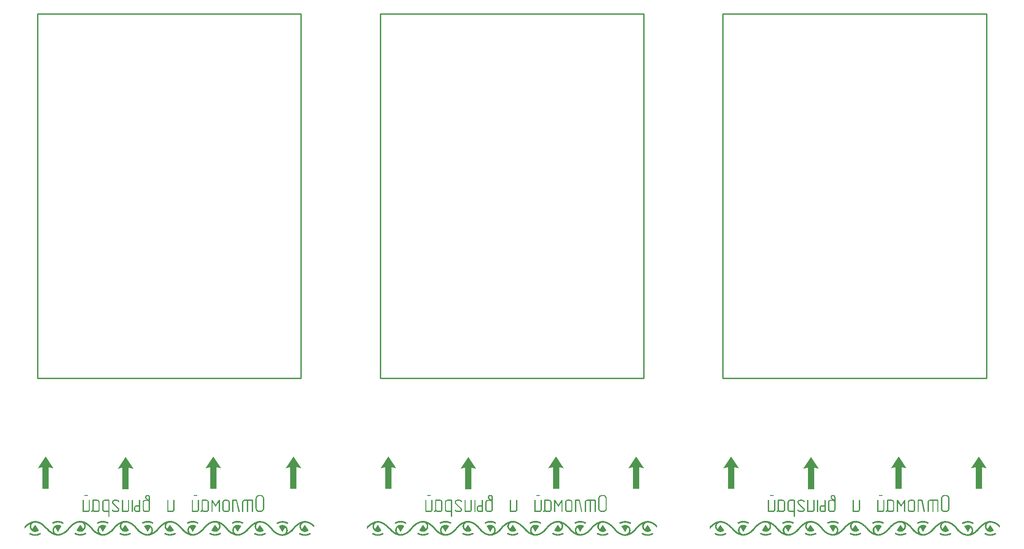
<source format=gbo>
G04*
G04 #@! TF.GenerationSoftware,Altium Limited,Altium Designer,23.6.0 (18)*
G04*
G04 Layer_Color=32896*
%FSLAX44Y44*%
%MOMM*%
G71*
G04*
G04 #@! TF.SameCoordinates,59697A40-66F3-49E2-9A90-2B25EFB93BE2*
G04*
G04*
G04 #@! TF.FilePolarity,Positive*
G04*
G01*
G75*
%ADD33C,0.2540*%
G36*
X2070623Y390235D02*
X2070645D01*
Y390212D01*
X2070668D01*
Y390167D01*
X2070691D01*
Y390144D01*
X2070713D01*
Y390099D01*
X2070736D01*
Y390076D01*
X2070759D01*
Y390031D01*
X2070781D01*
Y390008D01*
X2070804D01*
Y389963D01*
X2070827D01*
Y389940D01*
X2070849D01*
Y389895D01*
X2070872D01*
Y389849D01*
X2070895D01*
Y389827D01*
X2070917D01*
Y389781D01*
X2070940D01*
Y389759D01*
X2070963D01*
Y389713D01*
X2070985D01*
Y389691D01*
X2071008D01*
Y389645D01*
X2071031D01*
Y389623D01*
X2071053D01*
Y389577D01*
X2071076D01*
Y389555D01*
X2071099D01*
Y389509D01*
X2071121D01*
Y389487D01*
X2071144D01*
Y389441D01*
X2071167D01*
Y389419D01*
X2071189D01*
Y389373D01*
X2071212D01*
Y389351D01*
X2071235D01*
Y389305D01*
X2071257D01*
Y389283D01*
X2071280D01*
Y389237D01*
X2071303D01*
Y389215D01*
X2071325D01*
Y389169D01*
X2071348D01*
Y389147D01*
X2071371D01*
Y389101D01*
X2071393D01*
Y389079D01*
X2071416D01*
Y389033D01*
X2071439D01*
Y389011D01*
X2071461D01*
Y388965D01*
X2071484D01*
Y388943D01*
X2071507D01*
Y388897D01*
X2071529D01*
Y388875D01*
X2071552D01*
Y388829D01*
X2071575D01*
Y388807D01*
X2071597D01*
Y388761D01*
X2071620D01*
Y388739D01*
X2071643D01*
Y388693D01*
X2071665D01*
Y388671D01*
X2071688D01*
Y388625D01*
X2071711D01*
Y388603D01*
X2071733D01*
Y388557D01*
X2071756D01*
Y388535D01*
X2071779D01*
Y388489D01*
X2071801D01*
Y388467D01*
X2071824D01*
Y388421D01*
X2071847D01*
Y388399D01*
X2071869D01*
Y388353D01*
X2071892D01*
Y388331D01*
X2071915D01*
Y388285D01*
X2071937D01*
Y388240D01*
X2071960D01*
Y388217D01*
X2071983D01*
Y388172D01*
X2072005D01*
Y388149D01*
X2072028D01*
Y388104D01*
X2072051D01*
Y388081D01*
X2072073D01*
Y388036D01*
X2072096D01*
Y388013D01*
X2072119D01*
Y387968D01*
X2072141D01*
Y387945D01*
X2072164D01*
Y387900D01*
X2072187D01*
Y387877D01*
X2072209D01*
Y387832D01*
X2072232D01*
Y387809D01*
X2072255D01*
Y387764D01*
X2072277D01*
Y387741D01*
X2072300D01*
Y387696D01*
X2072323D01*
Y387673D01*
X2072345D01*
Y387628D01*
X2072368D01*
Y387605D01*
X2072391D01*
Y387560D01*
X2072413D01*
Y387537D01*
X2072436D01*
Y387492D01*
X2072459D01*
Y387469D01*
X2072481D01*
Y387424D01*
X2072504D01*
Y387401D01*
X2072527D01*
Y387356D01*
X2072549D01*
Y387333D01*
X2072572D01*
Y387288D01*
X2072595D01*
Y387265D01*
X2072617D01*
Y387220D01*
X2072640D01*
Y387197D01*
X2072663D01*
Y387152D01*
X2072685D01*
Y387129D01*
X2072708D01*
Y387084D01*
X2072731D01*
Y387061D01*
X2072753D01*
Y387016D01*
X2072776D01*
Y386993D01*
X2072799D01*
Y386948D01*
X2072821D01*
Y386925D01*
X2072844D01*
Y386880D01*
X2072867D01*
Y386857D01*
X2072889D01*
Y386812D01*
X2072912D01*
Y386789D01*
X2072935D01*
Y386744D01*
X2072957D01*
Y386721D01*
X2072980D01*
Y386676D01*
X2073003D01*
Y386631D01*
X2073025D01*
Y386608D01*
X2073048D01*
Y386563D01*
X2073071D01*
Y386540D01*
X2073093D01*
Y386495D01*
X2073116D01*
Y386472D01*
X2073139D01*
Y386427D01*
X2073161D01*
Y386404D01*
X2073184D01*
Y386359D01*
X2073207D01*
Y386336D01*
X2073229D01*
Y386291D01*
X2073252D01*
Y386268D01*
X2073275D01*
Y386223D01*
X2073297D01*
Y386200D01*
X2073320D01*
Y386155D01*
X2073343D01*
Y386132D01*
X2073365D01*
Y386087D01*
X2073388D01*
Y386064D01*
X2073411D01*
Y386019D01*
X2073433D01*
Y385996D01*
X2073456D01*
Y385951D01*
X2073479D01*
Y385928D01*
X2073501D01*
Y385883D01*
X2073524D01*
Y385860D01*
X2073547D01*
Y385815D01*
X2073569D01*
Y385792D01*
X2073592D01*
Y385747D01*
X2073615D01*
Y385724D01*
X2073637D01*
Y385679D01*
X2073660D01*
Y385656D01*
X2073683D01*
Y385611D01*
X2073705D01*
Y385588D01*
X2073728D01*
Y385543D01*
X2073751D01*
Y385520D01*
X2073773D01*
Y385475D01*
X2073796D01*
Y385452D01*
X2073819D01*
Y385407D01*
X2073841D01*
Y385384D01*
X2073864D01*
Y385339D01*
X2073887D01*
Y385316D01*
X2073909D01*
Y385271D01*
X2073932D01*
Y385248D01*
X2073955D01*
Y385203D01*
X2073977D01*
Y385180D01*
X2074000D01*
Y385135D01*
X2074023D01*
Y385112D01*
X2074045D01*
Y385067D01*
X2074068D01*
Y385021D01*
X2074091D01*
Y384999D01*
X2074113D01*
Y384953D01*
X2074136D01*
Y384931D01*
X2074159D01*
Y384885D01*
X2074181D01*
Y384863D01*
X2074204D01*
Y384817D01*
X2074227D01*
Y384795D01*
X2074249D01*
Y384749D01*
X2074272D01*
Y384727D01*
X2074295D01*
Y384681D01*
X2074317D01*
Y384659D01*
X2074340D01*
Y384613D01*
X2074363D01*
Y384591D01*
X2074385D01*
Y384545D01*
X2074408D01*
Y384523D01*
X2074431D01*
Y384477D01*
X2074453D01*
Y384455D01*
X2074476D01*
Y384409D01*
X2074499D01*
Y384387D01*
X2074521D01*
Y384341D01*
X2074544D01*
Y384319D01*
X2074567D01*
Y384273D01*
X2074589D01*
Y384251D01*
X2074612D01*
Y384205D01*
X2074635D01*
Y384183D01*
X2074657D01*
Y384137D01*
X2074680D01*
Y384115D01*
X2074703D01*
Y384069D01*
X2074725D01*
Y384047D01*
X2074748D01*
Y384001D01*
X2074771D01*
Y383979D01*
X2074793D01*
Y383933D01*
X2074816D01*
Y383911D01*
X2074839D01*
Y383865D01*
X2074861D01*
Y383843D01*
X2074884D01*
Y383797D01*
X2074907D01*
Y383775D01*
X2074929D01*
Y383729D01*
X2074952D01*
Y383707D01*
X2074975D01*
Y383661D01*
X2074997D01*
Y383639D01*
X2075020D01*
Y383593D01*
X2075043D01*
Y383571D01*
X2075065D01*
Y383525D01*
X2075088D01*
Y383503D01*
X2075111D01*
Y383457D01*
X2075133D01*
Y383412D01*
X2075156D01*
Y383389D01*
X2075179D01*
Y383344D01*
X2075201D01*
Y383321D01*
X2075224D01*
Y383276D01*
X2075247D01*
Y383253D01*
X2075269D01*
Y383208D01*
X2075292D01*
Y383185D01*
X2075315D01*
Y383140D01*
X2075337D01*
Y383117D01*
X2075360D01*
Y383072D01*
X2075383D01*
Y383049D01*
X2075405D01*
Y383004D01*
X2075428D01*
Y382981D01*
X2075451D01*
Y382936D01*
X2075473D01*
Y382913D01*
X2075496D01*
Y382868D01*
X2075519D01*
Y382845D01*
X2075541D01*
Y382800D01*
X2075564D01*
Y382777D01*
X2075587D01*
Y382732D01*
X2075609D01*
Y382709D01*
X2075632D01*
Y382664D01*
X2075655D01*
Y382641D01*
X2075677D01*
Y382596D01*
X2075700D01*
Y382573D01*
X2075723D01*
Y382528D01*
X2075745D01*
Y382505D01*
X2075768D01*
Y382460D01*
X2075791D01*
Y382437D01*
X2075813D01*
Y382392D01*
X2075836D01*
Y382369D01*
X2075859D01*
Y382324D01*
X2075881D01*
Y382301D01*
X2075904D01*
Y382256D01*
X2075927D01*
Y382233D01*
X2075949D01*
Y382188D01*
X2075972D01*
Y382165D01*
X2075995D01*
Y382120D01*
X2076017D01*
Y382097D01*
X2076040D01*
Y382052D01*
X2076063D01*
Y382029D01*
X2076085D01*
Y381984D01*
X2076108D01*
Y381961D01*
X2076131D01*
Y381916D01*
X2076153D01*
Y381893D01*
X2076176D01*
Y381848D01*
X2076199D01*
Y381803D01*
X2076221D01*
Y381780D01*
X2076244D01*
Y381735D01*
X2076267D01*
Y381712D01*
X2076289D01*
Y381667D01*
X2076312D01*
Y381644D01*
X2076335D01*
Y381599D01*
X2076357D01*
Y381576D01*
X2076380D01*
Y381531D01*
X2076403D01*
Y381508D01*
X2076425D01*
Y381463D01*
X2076448D01*
Y381440D01*
X2076471D01*
Y381395D01*
X2076493D01*
Y381372D01*
X2076516D01*
Y381327D01*
X2076539D01*
Y381304D01*
X2076561D01*
Y381259D01*
X2076584D01*
Y381236D01*
X2076607D01*
Y381191D01*
X2076629D01*
Y381168D01*
X2076652D01*
Y381123D01*
X2076675D01*
Y381100D01*
X2076697D01*
Y381055D01*
X2076720D01*
Y381032D01*
X2076743D01*
Y380987D01*
X2076765D01*
Y380964D01*
X2076788D01*
Y380919D01*
X2076811D01*
Y380896D01*
X2076833D01*
Y380851D01*
X2076856D01*
Y380828D01*
X2076879D01*
Y380783D01*
X2076901D01*
Y380760D01*
X2076924D01*
Y380715D01*
X2076947D01*
Y380692D01*
X2076969D01*
Y380647D01*
X2076992D01*
Y380624D01*
X2077015D01*
Y380579D01*
X2077037D01*
Y380556D01*
X2077060D01*
Y380511D01*
X2077083D01*
Y380488D01*
X2077105D01*
Y380443D01*
X2077128D01*
Y380420D01*
X2077151D01*
Y380375D01*
X2077173D01*
Y380352D01*
X2077196D01*
Y380307D01*
X2077219D01*
Y380261D01*
X2077241D01*
Y380239D01*
X2077264D01*
Y380193D01*
X2077287D01*
Y380171D01*
X2077309D01*
Y380125D01*
X2077332D01*
Y380103D01*
X2077355D01*
Y380057D01*
X2077377D01*
Y380035D01*
X2077400D01*
Y379989D01*
X2077423D01*
Y379967D01*
X2077445D01*
Y379921D01*
X2077468D01*
Y379899D01*
X2077491D01*
Y379853D01*
X2077513D01*
Y379831D01*
X2077536D01*
Y379785D01*
X2077559D01*
Y379763D01*
X2077581D01*
Y379717D01*
X2077604D01*
Y379695D01*
X2077627D01*
Y379649D01*
X2077649D01*
Y379627D01*
X2077672D01*
Y379581D01*
X2077695D01*
Y379559D01*
X2077717D01*
Y379513D01*
X2077740D01*
Y379491D01*
X2077763D01*
Y379445D01*
X2077785D01*
Y379423D01*
X2077808D01*
Y379377D01*
X2077831D01*
Y379355D01*
X2077853D01*
Y379309D01*
X2077876D01*
Y379287D01*
X2077899D01*
Y379241D01*
X2077921D01*
Y379219D01*
X2077944D01*
Y379173D01*
X2077967D01*
Y379151D01*
X2077989D01*
Y379105D01*
X2078012D01*
Y379083D01*
X2078035D01*
Y379037D01*
X2078057D01*
Y379015D01*
X2078080D01*
Y378969D01*
X2078103D01*
Y378947D01*
X2078125D01*
Y378901D01*
X2078148D01*
Y378879D01*
X2078171D01*
Y378833D01*
X2078193D01*
Y378811D01*
X2078216D01*
Y378765D01*
X2078239D01*
Y378743D01*
X2078261D01*
Y378697D01*
X2078284D01*
Y378652D01*
X2078307D01*
Y378629D01*
X2078329D01*
Y378584D01*
X2078352D01*
Y378561D01*
X2078375D01*
Y378516D01*
X2078397D01*
Y378493D01*
X2078420D01*
Y378448D01*
X2078443D01*
Y378425D01*
X2078465D01*
Y378380D01*
X2078488D01*
Y378357D01*
X2078511D01*
Y378312D01*
X2078533D01*
Y378289D01*
X2078556D01*
Y378244D01*
X2078579D01*
Y378221D01*
X2078601D01*
Y378176D01*
X2078624D01*
Y378153D01*
X2078647D01*
Y378108D01*
X2078669D01*
Y378085D01*
X2078692D01*
Y378040D01*
X2078715D01*
Y378017D01*
X2078737D01*
Y377972D01*
X2078760D01*
Y377949D01*
X2078783D01*
Y377904D01*
X2078805D01*
Y377881D01*
X2078828D01*
Y377836D01*
X2078851D01*
Y377813D01*
X2078873D01*
Y377768D01*
X2078896D01*
Y377745D01*
X2078919D01*
Y377700D01*
X2078941D01*
Y377677D01*
X2078964D01*
Y377632D01*
X2078987D01*
Y377609D01*
X2079009D01*
Y377564D01*
X2079032D01*
Y377541D01*
X2079055D01*
Y377496D01*
X2079077D01*
Y377473D01*
X2079100D01*
Y377428D01*
X2079123D01*
Y377405D01*
X2079145D01*
Y377360D01*
X2079168D01*
Y377337D01*
X2079191D01*
Y377292D01*
X2079213D01*
Y377269D01*
X2079236D01*
Y377224D01*
X2079259D01*
Y377201D01*
X2079281D01*
Y377156D01*
X2079304D01*
Y377133D01*
X2079327D01*
Y377088D01*
X2079349D01*
Y377043D01*
X2079372D01*
Y377020D01*
X2079395D01*
Y376975D01*
X2079417D01*
Y376952D01*
X2079440D01*
Y376907D01*
X2079463D01*
Y376884D01*
X2079485D01*
Y376839D01*
X2079508D01*
Y376816D01*
X2079531D01*
Y376771D01*
X2079553D01*
Y376748D01*
X2079576D01*
Y376703D01*
X2079599D01*
Y376680D01*
X2079621D01*
Y376635D01*
X2079644D01*
Y376612D01*
X2079667D01*
Y376567D01*
X2079689D01*
Y376544D01*
X2079712D01*
Y376499D01*
X2079735D01*
Y376476D01*
X2079757D01*
Y376431D01*
X2079780D01*
Y376408D01*
X2079803D01*
Y376363D01*
X2079825D01*
Y376340D01*
X2079848D01*
Y376295D01*
X2079871D01*
Y376272D01*
X2079893D01*
Y376227D01*
X2079916D01*
Y376204D01*
X2079939D01*
Y376159D01*
X2079961D01*
Y376136D01*
X2079984D01*
Y376091D01*
X2080007D01*
Y376068D01*
X2080029D01*
Y376023D01*
X2080052D01*
Y376000D01*
X2080075D01*
Y375955D01*
X2080097D01*
Y375932D01*
X2080120D01*
Y375887D01*
X2080143D01*
Y375864D01*
X2080165D01*
Y375819D01*
X2080188D01*
Y375796D01*
X2080211D01*
Y375751D01*
X2080233D01*
Y375728D01*
X2080256D01*
Y375683D01*
X2080279D01*
Y375660D01*
X2080301D01*
Y375615D01*
X2080324D01*
Y375592D01*
X2080347D01*
Y375547D01*
X2080369D01*
Y375524D01*
X2080392D01*
Y375479D01*
X2080415D01*
Y375433D01*
X2080437D01*
Y375411D01*
X2080460D01*
Y375365D01*
X2080483D01*
Y375343D01*
X2080505D01*
Y375297D01*
X2080528D01*
Y375275D01*
X2080551D01*
Y375229D01*
X2080573D01*
Y375207D01*
X2080596D01*
Y375161D01*
X2080619D01*
Y375139D01*
X2080641D01*
Y375093D01*
X2080664D01*
Y375071D01*
X2080687D01*
Y375025D01*
X2080709D01*
Y375003D01*
X2080732D01*
Y374957D01*
X2080755D01*
Y374935D01*
X2080777D01*
Y374889D01*
X2080800D01*
Y374867D01*
X2080823D01*
Y374821D01*
X2080845D01*
Y374799D01*
X2080868D01*
Y374753D01*
X2080891D01*
Y374731D01*
X2080913D01*
Y374685D01*
X2080936D01*
Y374663D01*
X2080959D01*
Y374617D01*
X2080981D01*
Y374595D01*
X2081004D01*
Y374549D01*
X2081027D01*
Y374527D01*
X2081049D01*
Y374481D01*
X2081072D01*
Y374459D01*
X2081095D01*
Y374413D01*
X2081117D01*
Y374391D01*
X2081140D01*
Y374345D01*
X2081163D01*
Y374323D01*
X2081185D01*
Y374277D01*
X2081208D01*
Y374255D01*
X2081231D01*
Y374209D01*
X2081253D01*
Y374187D01*
X2081276D01*
Y374141D01*
X2081299D01*
Y374119D01*
X2081321D01*
Y374073D01*
X2081344D01*
Y374051D01*
X2081367D01*
Y374005D01*
X2081389D01*
Y373983D01*
X2081412D01*
Y373937D01*
X2081435D01*
Y373915D01*
X2081457D01*
Y373869D01*
X2081480D01*
Y373824D01*
X2081503D01*
Y373801D01*
X2081525D01*
Y373756D01*
X2081548D01*
Y373733D01*
X2081571D01*
Y373688D01*
X2081593D01*
Y373665D01*
X2081616D01*
Y373620D01*
X2081639D01*
Y373597D01*
X2081661D01*
Y373552D01*
X2081684D01*
Y373529D01*
X2081707D01*
Y373484D01*
X2081729D01*
Y373461D01*
X2081752D01*
Y373416D01*
X2081775D01*
Y373393D01*
X2081797D01*
Y373348D01*
X2081820D01*
Y373325D01*
X2081843D01*
Y373280D01*
X2081865D01*
Y373257D01*
X2081888D01*
Y373212D01*
X2081911D01*
Y373189D01*
X2081933D01*
Y373144D01*
X2081956D01*
Y373121D01*
X2081979D01*
Y373076D01*
X2082001D01*
Y373053D01*
X2082024D01*
Y373008D01*
X2082047D01*
Y372985D01*
X2082069D01*
Y372940D01*
X2082092D01*
Y372917D01*
X2082115D01*
Y372872D01*
X2082137D01*
Y372849D01*
X2082160D01*
Y372804D01*
X2082183D01*
Y372781D01*
X2082205D01*
Y372736D01*
X2082228D01*
Y372713D01*
X2082251D01*
Y372668D01*
X2082273D01*
Y372645D01*
X2082296D01*
Y372600D01*
X2082319D01*
Y372577D01*
X2082341D01*
Y372532D01*
X2082364D01*
Y372509D01*
X2082387D01*
Y372464D01*
X2082409D01*
Y372441D01*
X2082432D01*
Y372396D01*
X2082455D01*
Y372373D01*
X2082477D01*
Y372328D01*
X2082500D01*
Y372305D01*
X2082523D01*
Y372260D01*
X2082545D01*
Y372215D01*
X2082568D01*
Y372192D01*
X2082591D01*
Y372147D01*
X2082613D01*
Y372124D01*
X2082636D01*
Y372079D01*
X2082659D01*
Y372056D01*
X2082681D01*
Y372011D01*
X2082704D01*
Y371988D01*
X2082727D01*
Y371943D01*
X2082749D01*
Y371920D01*
X2082772D01*
Y371875D01*
X2082795D01*
Y371852D01*
X2082817D01*
Y371807D01*
X2082840D01*
Y371784D01*
X2082863D01*
Y371739D01*
X2082885D01*
Y371716D01*
X2082908D01*
Y371671D01*
X2082931D01*
Y371648D01*
X2082953D01*
Y371603D01*
X2082976D01*
Y371580D01*
X2082999D01*
Y371535D01*
X2083021D01*
Y371512D01*
X2083044D01*
Y371467D01*
X2083067D01*
Y371444D01*
X2083089D01*
Y371399D01*
X2083112D01*
Y371376D01*
X2083135D01*
Y371331D01*
X2083157D01*
Y371308D01*
X2083180D01*
Y371263D01*
X2083203D01*
Y371240D01*
X2083225D01*
Y371195D01*
X2083248D01*
Y371172D01*
X2083271D01*
Y371127D01*
X2083293D01*
Y371104D01*
X2083316D01*
Y371059D01*
X2083339D01*
Y371036D01*
X2083361D01*
Y370991D01*
X2083384D01*
Y370968D01*
X2083407D01*
Y370923D01*
X2083429D01*
Y370900D01*
X2083452D01*
Y370855D01*
X2083475D01*
Y370832D01*
X2083497D01*
Y370787D01*
X2083520D01*
Y370764D01*
X2083543D01*
Y370719D01*
X2083565D01*
Y370696D01*
X2083588D01*
Y370651D01*
X2083611D01*
Y370605D01*
X2083633D01*
Y370583D01*
X2083656D01*
Y370537D01*
X2083679D01*
Y370515D01*
X2083701D01*
Y370469D01*
X2083724D01*
Y370447D01*
X2083747D01*
Y370401D01*
X2083769D01*
Y370379D01*
X2083792D01*
Y370333D01*
X2083815D01*
Y370311D01*
X2083837D01*
Y370265D01*
X2083860D01*
Y370243D01*
X2083883D01*
Y370197D01*
X2083905D01*
Y370175D01*
X2083928D01*
Y370129D01*
X2083951D01*
Y370107D01*
X2083973D01*
Y370061D01*
X2083996D01*
Y370039D01*
X2084019D01*
Y369993D01*
X2084041D01*
Y369971D01*
X2084064D01*
Y369925D01*
X2084087D01*
Y369903D01*
X2084109D01*
Y369857D01*
X2084132D01*
Y369835D01*
X2084155D01*
Y369789D01*
X2084177D01*
Y369767D01*
X2084200D01*
Y369721D01*
X2084223D01*
Y369699D01*
X2084245D01*
Y369653D01*
X2084268D01*
Y369631D01*
X2084291D01*
Y369585D01*
X2084313D01*
Y369563D01*
X2084336D01*
Y369517D01*
X2084359D01*
Y369495D01*
X2084381D01*
Y369449D01*
X2084404D01*
Y369427D01*
X2084427D01*
Y369381D01*
X2084449D01*
Y369359D01*
X2084472D01*
Y369313D01*
X2084495D01*
Y369291D01*
X2084517D01*
Y369245D01*
X2084540D01*
Y369223D01*
X2084563D01*
Y369177D01*
X2084585D01*
Y369155D01*
X2084608D01*
Y369109D01*
X2084631D01*
Y369087D01*
X2084653D01*
Y369041D01*
X2084676D01*
Y368996D01*
X2084699D01*
Y368973D01*
X2084721D01*
Y368928D01*
X2084744D01*
Y368905D01*
X2084767D01*
Y368860D01*
X2084789D01*
Y368837D01*
X2084812D01*
Y368792D01*
X2084835D01*
Y368769D01*
X2084857D01*
Y368724D01*
X2084880D01*
Y368701D01*
X2084903D01*
Y368656D01*
X2084925D01*
Y368633D01*
X2084948D01*
Y368588D01*
X2084971D01*
Y368565D01*
X2084993D01*
Y368520D01*
X2085016D01*
Y368497D01*
X2085039D01*
Y368452D01*
X2085061D01*
Y368429D01*
X2085084D01*
Y368384D01*
X2085107D01*
Y368361D01*
X2085129D01*
Y368316D01*
X2085152D01*
Y368293D01*
X2085175D01*
Y368248D01*
X2085197D01*
Y368225D01*
X2085220D01*
Y368180D01*
X2085243D01*
Y368157D01*
X2085265D01*
Y368112D01*
X2085288D01*
Y368089D01*
X2085311D01*
Y368044D01*
X2085333D01*
Y368021D01*
X2085356D01*
Y367976D01*
X2085379D01*
Y367953D01*
X2085401D01*
Y367908D01*
X2085424D01*
Y367885D01*
X2085356D01*
Y367908D01*
X2085265D01*
Y367931D01*
X2085175D01*
Y367953D01*
X2085084D01*
Y367976D01*
X2084993D01*
Y367999D01*
X2084903D01*
Y368021D01*
X2084812D01*
Y368044D01*
X2084721D01*
Y368067D01*
X2084631D01*
Y368089D01*
X2084540D01*
Y368112D01*
X2084449D01*
Y368135D01*
X2084359D01*
Y368157D01*
X2084268D01*
Y368180D01*
X2084177D01*
Y368203D01*
X2084087D01*
Y368225D01*
X2083996D01*
Y368248D01*
X2083905D01*
Y368271D01*
X2083815D01*
Y368293D01*
X2083724D01*
Y368316D01*
X2083633D01*
Y368339D01*
X2083543D01*
Y368361D01*
X2083452D01*
Y368384D01*
X2083361D01*
Y368407D01*
X2083271D01*
Y368429D01*
X2083180D01*
Y368452D01*
X2083089D01*
Y368475D01*
X2082999D01*
Y368497D01*
X2082908D01*
Y368520D01*
X2082817D01*
Y368543D01*
X2082727D01*
Y368565D01*
X2082636D01*
Y368588D01*
X2082545D01*
Y368611D01*
X2082455D01*
Y368633D01*
X2082364D01*
Y368656D01*
X2082273D01*
Y368679D01*
X2082183D01*
Y368701D01*
X2082092D01*
Y368724D01*
X2082001D01*
Y368747D01*
X2081911D01*
Y368769D01*
X2081820D01*
Y368792D01*
X2081707D01*
Y368815D01*
X2081616D01*
Y368837D01*
X2081525D01*
Y368860D01*
X2081435D01*
Y368883D01*
X2081344D01*
Y368905D01*
X2081253D01*
Y368928D01*
X2081163D01*
Y368951D01*
X2081072D01*
Y368973D01*
X2080981D01*
Y368996D01*
X2080891D01*
Y369019D01*
X2080800D01*
Y369041D01*
X2080709D01*
Y369064D01*
X2080619D01*
Y369087D01*
X2080528D01*
Y369109D01*
X2080437D01*
Y369132D01*
X2080347D01*
Y369155D01*
X2080256D01*
Y369177D01*
X2080165D01*
Y369200D01*
X2080075D01*
Y369223D01*
X2079984D01*
Y369245D01*
X2079893D01*
Y369268D01*
X2079803D01*
Y369291D01*
X2079712D01*
Y369313D01*
X2079621D01*
Y369336D01*
X2079531D01*
Y369359D01*
X2079440D01*
Y369381D01*
X2079349D01*
Y369404D01*
X2079259D01*
Y369427D01*
X2079168D01*
Y369449D01*
X2079077D01*
Y369472D01*
X2078987D01*
Y369495D01*
X2078896D01*
Y369517D01*
X2078805D01*
Y369540D01*
X2078715D01*
Y369563D01*
X2078624D01*
Y369585D01*
X2078533D01*
Y369608D01*
X2078443D01*
Y369631D01*
X2078352D01*
Y369653D01*
X2078261D01*
Y369676D01*
X2078171D01*
Y369699D01*
X2078080D01*
Y369721D01*
X2077989D01*
Y369744D01*
X2077899D01*
Y369767D01*
X2077808D01*
Y369789D01*
X2077717D01*
Y369812D01*
X2077627D01*
Y369835D01*
X2077536D01*
Y369857D01*
X2077445D01*
Y369880D01*
X2077355D01*
Y369903D01*
X2077264D01*
Y369925D01*
X2077173D01*
Y369948D01*
X2077083D01*
Y369971D01*
X2076992D01*
Y369993D01*
X2076901D01*
Y370016D01*
X2076788D01*
Y370039D01*
X2076697D01*
Y370061D01*
X2076607D01*
Y370084D01*
X2076561D01*
Y328899D01*
X2064639D01*
Y370084D01*
X2064593D01*
Y370061D01*
X2064503D01*
Y370039D01*
X2064412D01*
Y370016D01*
X2064299D01*
Y369993D01*
X2064208D01*
Y369971D01*
X2064117D01*
Y369948D01*
X2064027D01*
Y369925D01*
X2063936D01*
Y369903D01*
X2063845D01*
Y369880D01*
X2063755D01*
Y369857D01*
X2063664D01*
Y369835D01*
X2063573D01*
Y369812D01*
X2063483D01*
Y369789D01*
X2063392D01*
Y369767D01*
X2063301D01*
Y369744D01*
X2063211D01*
Y369721D01*
X2063120D01*
Y369699D01*
X2063029D01*
Y369676D01*
X2062939D01*
Y369653D01*
X2062848D01*
Y369631D01*
X2062757D01*
Y369608D01*
X2062667D01*
Y369585D01*
X2062576D01*
Y369563D01*
X2062485D01*
Y369540D01*
X2062395D01*
Y369517D01*
X2062304D01*
Y369495D01*
X2062213D01*
Y369472D01*
X2062123D01*
Y369449D01*
X2062032D01*
Y369427D01*
X2061941D01*
Y369404D01*
X2061851D01*
Y369381D01*
X2061760D01*
Y369359D01*
X2061669D01*
Y369336D01*
X2061579D01*
Y369313D01*
X2061488D01*
Y369291D01*
X2061397D01*
Y369268D01*
X2061307D01*
Y369245D01*
X2061216D01*
Y369223D01*
X2061125D01*
Y369200D01*
X2061035D01*
Y369177D01*
X2060944D01*
Y369155D01*
X2060853D01*
Y369132D01*
X2060763D01*
Y369109D01*
X2060672D01*
Y369087D01*
X2060581D01*
Y369064D01*
X2060491D01*
Y369041D01*
X2060400D01*
Y369019D01*
X2060309D01*
Y368996D01*
X2060219D01*
Y368973D01*
X2060128D01*
Y368951D01*
X2060037D01*
Y368928D01*
X2059947D01*
Y368905D01*
X2059856D01*
Y368883D01*
X2059765D01*
Y368860D01*
X2059675D01*
Y368837D01*
X2059584D01*
Y368815D01*
X2059493D01*
Y368792D01*
X2059380D01*
Y368769D01*
X2059289D01*
Y368747D01*
X2059199D01*
Y368724D01*
X2059108D01*
Y368701D01*
X2059017D01*
Y368679D01*
X2058927D01*
Y368656D01*
X2058836D01*
Y368633D01*
X2058745D01*
Y368611D01*
X2058655D01*
Y368588D01*
X2058564D01*
Y368565D01*
X2058473D01*
Y368543D01*
X2058383D01*
Y368520D01*
X2058292D01*
Y368497D01*
X2058201D01*
Y368475D01*
X2058111D01*
Y368452D01*
X2058020D01*
Y368429D01*
X2057929D01*
Y368407D01*
X2057839D01*
Y368384D01*
X2057748D01*
Y368361D01*
X2057657D01*
Y368339D01*
X2057567D01*
Y368316D01*
X2057476D01*
Y368293D01*
X2057385D01*
Y368271D01*
X2057295D01*
Y368248D01*
X2057204D01*
Y368225D01*
X2057113D01*
Y368203D01*
X2057023D01*
Y368180D01*
X2056932D01*
Y368157D01*
X2056841D01*
Y368135D01*
X2056751D01*
Y368112D01*
X2056660D01*
Y368089D01*
X2056569D01*
Y368067D01*
X2056479D01*
Y368044D01*
X2056388D01*
Y368021D01*
X2056297D01*
Y367999D01*
X2056207D01*
Y367976D01*
X2056116D01*
Y367953D01*
X2056025D01*
Y367931D01*
X2055935D01*
Y367908D01*
X2055844D01*
Y367885D01*
X2055776D01*
Y367908D01*
X2055799D01*
Y367953D01*
X2055821D01*
Y367976D01*
X2055844D01*
Y368021D01*
X2055867D01*
Y368044D01*
X2055889D01*
Y368089D01*
X2055912D01*
Y368112D01*
X2055935D01*
Y368157D01*
X2055957D01*
Y368180D01*
X2055980D01*
Y368225D01*
X2056003D01*
Y368248D01*
X2056025D01*
Y368293D01*
X2056048D01*
Y368316D01*
X2056071D01*
Y368361D01*
X2056093D01*
Y368384D01*
X2056116D01*
Y368429D01*
X2056139D01*
Y368452D01*
X2056161D01*
Y368497D01*
X2056184D01*
Y368520D01*
X2056207D01*
Y368565D01*
X2056229D01*
Y368588D01*
X2056252D01*
Y368633D01*
X2056275D01*
Y368656D01*
X2056297D01*
Y368701D01*
X2056320D01*
Y368724D01*
X2056343D01*
Y368769D01*
X2056365D01*
Y368792D01*
X2056388D01*
Y368837D01*
X2056411D01*
Y368860D01*
X2056433D01*
Y368905D01*
X2056456D01*
Y368928D01*
X2056479D01*
Y368973D01*
X2056501D01*
Y368996D01*
X2056524D01*
Y369041D01*
X2056547D01*
Y369064D01*
X2056569D01*
Y369109D01*
X2056592D01*
Y369155D01*
X2056615D01*
Y369177D01*
X2056637D01*
Y369223D01*
X2056660D01*
Y369245D01*
X2056683D01*
Y369291D01*
X2056705D01*
Y369313D01*
X2056728D01*
Y369359D01*
X2056751D01*
Y369381D01*
X2056773D01*
Y369427D01*
X2056796D01*
Y369449D01*
X2056819D01*
Y369495D01*
X2056841D01*
Y369517D01*
X2056864D01*
Y369563D01*
X2056887D01*
Y369585D01*
X2056909D01*
Y369631D01*
X2056932D01*
Y369653D01*
X2056955D01*
Y369699D01*
X2056977D01*
Y369721D01*
X2057000D01*
Y369767D01*
X2057023D01*
Y369789D01*
X2057045D01*
Y369835D01*
X2057068D01*
Y369857D01*
X2057091D01*
Y369903D01*
X2057113D01*
Y369925D01*
X2057136D01*
Y369971D01*
X2057159D01*
Y369993D01*
X2057181D01*
Y370039D01*
X2057204D01*
Y370061D01*
X2057227D01*
Y370107D01*
X2057249D01*
Y370129D01*
X2057272D01*
Y370175D01*
X2057295D01*
Y370197D01*
X2057317D01*
Y370243D01*
X2057340D01*
Y370265D01*
X2057363D01*
Y370311D01*
X2057385D01*
Y370333D01*
X2057408D01*
Y370379D01*
X2057431D01*
Y370401D01*
X2057453D01*
Y370447D01*
X2057476D01*
Y370469D01*
X2057499D01*
Y370515D01*
X2057521D01*
Y370537D01*
X2057544D01*
Y370583D01*
X2057567D01*
Y370605D01*
X2057589D01*
Y370651D01*
X2057612D01*
Y370673D01*
X2057635D01*
Y370719D01*
X2057657D01*
Y370764D01*
X2057680D01*
Y370787D01*
X2057703D01*
Y370832D01*
X2057725D01*
Y370855D01*
X2057748D01*
Y370900D01*
X2057771D01*
Y370923D01*
X2057793D01*
Y370968D01*
X2057816D01*
Y370991D01*
X2057839D01*
Y371036D01*
X2057861D01*
Y371059D01*
X2057884D01*
Y371104D01*
X2057907D01*
Y371127D01*
X2057929D01*
Y371172D01*
X2057952D01*
Y371195D01*
X2057975D01*
Y371240D01*
X2057997D01*
Y371263D01*
X2058020D01*
Y371308D01*
X2058043D01*
Y371331D01*
X2058065D01*
Y371376D01*
X2058088D01*
Y371399D01*
X2058111D01*
Y371444D01*
X2058133D01*
Y371467D01*
X2058156D01*
Y371512D01*
X2058179D01*
Y371535D01*
X2058201D01*
Y371580D01*
X2058224D01*
Y371603D01*
X2058247D01*
Y371648D01*
X2058269D01*
Y371671D01*
X2058292D01*
Y371716D01*
X2058315D01*
Y371739D01*
X2058337D01*
Y371784D01*
X2058360D01*
Y371807D01*
X2058383D01*
Y371852D01*
X2058405D01*
Y371875D01*
X2058428D01*
Y371920D01*
X2058451D01*
Y371943D01*
X2058473D01*
Y371988D01*
X2058496D01*
Y372011D01*
X2058519D01*
Y372056D01*
X2058541D01*
Y372079D01*
X2058564D01*
Y372124D01*
X2058587D01*
Y372147D01*
X2058609D01*
Y372192D01*
X2058632D01*
Y372215D01*
X2058655D01*
Y372260D01*
X2058677D01*
Y372305D01*
X2058700D01*
Y372328D01*
X2058723D01*
Y372373D01*
X2058745D01*
Y372396D01*
X2058768D01*
Y372441D01*
X2058791D01*
Y372464D01*
X2058813D01*
Y372509D01*
X2058836D01*
Y372532D01*
X2058859D01*
Y372577D01*
X2058881D01*
Y372600D01*
X2058904D01*
Y372645D01*
X2058927D01*
Y372668D01*
X2058949D01*
Y372713D01*
X2058972D01*
Y372736D01*
X2058995D01*
Y372781D01*
X2059017D01*
Y372804D01*
X2059040D01*
Y372849D01*
X2059063D01*
Y372872D01*
X2059085D01*
Y372917D01*
X2059108D01*
Y372940D01*
X2059131D01*
Y372985D01*
X2059153D01*
Y373008D01*
X2059176D01*
Y373053D01*
X2059199D01*
Y373076D01*
X2059221D01*
Y373121D01*
X2059244D01*
Y373144D01*
X2059267D01*
Y373189D01*
X2059289D01*
Y373212D01*
X2059312D01*
Y373257D01*
X2059335D01*
Y373280D01*
X2059357D01*
Y373325D01*
X2059380D01*
Y373348D01*
X2059403D01*
Y373393D01*
X2059425D01*
Y373416D01*
X2059448D01*
Y373461D01*
X2059471D01*
Y373484D01*
X2059493D01*
Y373529D01*
X2059516D01*
Y373552D01*
X2059539D01*
Y373597D01*
X2059561D01*
Y373620D01*
X2059584D01*
Y373665D01*
X2059607D01*
Y373688D01*
X2059629D01*
Y373733D01*
X2059652D01*
Y373756D01*
X2059675D01*
Y373801D01*
X2059697D01*
Y373824D01*
X2059720D01*
Y373869D01*
X2059743D01*
Y373915D01*
X2059765D01*
Y373937D01*
X2059788D01*
Y373983D01*
X2059811D01*
Y374005D01*
X2059833D01*
Y374051D01*
X2059856D01*
Y374073D01*
X2059879D01*
Y374119D01*
X2059901D01*
Y374141D01*
X2059924D01*
Y374187D01*
X2059947D01*
Y374209D01*
X2059969D01*
Y374255D01*
X2059992D01*
Y374277D01*
X2060015D01*
Y374323D01*
X2060037D01*
Y374345D01*
X2060060D01*
Y374391D01*
X2060083D01*
Y374413D01*
X2060105D01*
Y374459D01*
X2060128D01*
Y374481D01*
X2060151D01*
Y374527D01*
X2060173D01*
Y374549D01*
X2060196D01*
Y374595D01*
X2060219D01*
Y374617D01*
X2060241D01*
Y374663D01*
X2060264D01*
Y374685D01*
X2060287D01*
Y374731D01*
X2060309D01*
Y374753D01*
X2060332D01*
Y374799D01*
X2060355D01*
Y374821D01*
X2060377D01*
Y374867D01*
X2060400D01*
Y374889D01*
X2060423D01*
Y374935D01*
X2060445D01*
Y374957D01*
X2060468D01*
Y375003D01*
X2060491D01*
Y375025D01*
X2060513D01*
Y375071D01*
X2060536D01*
Y375093D01*
X2060559D01*
Y375139D01*
X2060581D01*
Y375161D01*
X2060604D01*
Y375207D01*
X2060627D01*
Y375229D01*
X2060649D01*
Y375275D01*
X2060672D01*
Y375297D01*
X2060695D01*
Y375343D01*
X2060717D01*
Y375365D01*
X2060740D01*
Y375411D01*
X2060763D01*
Y375433D01*
X2060785D01*
Y375479D01*
X2060808D01*
Y375524D01*
X2060831D01*
Y375547D01*
X2060853D01*
Y375592D01*
X2060876D01*
Y375615D01*
X2060899D01*
Y375660D01*
X2060921D01*
Y375683D01*
X2060944D01*
Y375728D01*
X2060967D01*
Y375751D01*
X2060989D01*
Y375796D01*
X2061012D01*
Y375819D01*
X2061035D01*
Y375864D01*
X2061057D01*
Y375887D01*
X2061080D01*
Y375932D01*
X2061103D01*
Y375955D01*
X2061125D01*
Y376000D01*
X2061148D01*
Y376023D01*
X2061171D01*
Y376068D01*
X2061193D01*
Y376091D01*
X2061216D01*
Y376136D01*
X2061239D01*
Y376159D01*
X2061261D01*
Y376204D01*
X2061284D01*
Y376227D01*
X2061307D01*
Y376272D01*
X2061329D01*
Y376295D01*
X2061352D01*
Y376340D01*
X2061375D01*
Y376363D01*
X2061397D01*
Y376408D01*
X2061420D01*
Y376431D01*
X2061443D01*
Y376476D01*
X2061465D01*
Y376499D01*
X2061488D01*
Y376544D01*
X2061511D01*
Y376567D01*
X2061533D01*
Y376612D01*
X2061556D01*
Y376635D01*
X2061579D01*
Y376680D01*
X2061601D01*
Y376703D01*
X2061624D01*
Y376748D01*
X2061647D01*
Y376771D01*
X2061669D01*
Y376816D01*
X2061692D01*
Y376839D01*
X2061715D01*
Y376884D01*
X2061737D01*
Y376907D01*
X2061760D01*
Y376952D01*
X2061783D01*
Y376975D01*
X2061805D01*
Y377020D01*
X2061828D01*
Y377043D01*
X2061851D01*
Y377088D01*
X2061873D01*
Y377133D01*
X2061896D01*
Y377156D01*
X2061919D01*
Y377201D01*
X2061941D01*
Y377224D01*
X2061964D01*
Y377269D01*
X2061987D01*
Y377292D01*
X2062009D01*
Y377337D01*
X2062032D01*
Y377360D01*
X2062055D01*
Y377405D01*
X2062077D01*
Y377428D01*
X2062100D01*
Y377473D01*
X2062123D01*
Y377496D01*
X2062145D01*
Y377541D01*
X2062168D01*
Y377564D01*
X2062191D01*
Y377609D01*
X2062213D01*
Y377632D01*
X2062236D01*
Y377677D01*
X2062259D01*
Y377700D01*
X2062281D01*
Y377745D01*
X2062304D01*
Y377768D01*
X2062327D01*
Y377813D01*
X2062349D01*
Y377836D01*
X2062372D01*
Y377881D01*
X2062395D01*
Y377904D01*
X2062417D01*
Y377949D01*
X2062440D01*
Y377972D01*
X2062463D01*
Y378017D01*
X2062485D01*
Y378040D01*
X2062508D01*
Y378085D01*
X2062531D01*
Y378108D01*
X2062553D01*
Y378153D01*
X2062576D01*
Y378176D01*
X2062599D01*
Y378221D01*
X2062621D01*
Y378244D01*
X2062644D01*
Y378289D01*
X2062667D01*
Y378312D01*
X2062689D01*
Y378357D01*
X2062712D01*
Y378380D01*
X2062735D01*
Y378425D01*
X2062757D01*
Y378448D01*
X2062780D01*
Y378493D01*
X2062803D01*
Y378516D01*
X2062825D01*
Y378561D01*
X2062848D01*
Y378584D01*
X2062871D01*
Y378629D01*
X2062893D01*
Y378652D01*
X2062916D01*
Y378697D01*
X2062939D01*
Y378743D01*
X2062961D01*
Y378765D01*
X2062984D01*
Y378811D01*
X2063007D01*
Y378833D01*
X2063029D01*
Y378879D01*
X2063052D01*
Y378901D01*
X2063075D01*
Y378947D01*
X2063097D01*
Y378969D01*
X2063120D01*
Y379015D01*
X2063143D01*
Y379037D01*
X2063165D01*
Y379083D01*
X2063188D01*
Y379105D01*
X2063211D01*
Y379151D01*
X2063233D01*
Y379173D01*
X2063256D01*
Y379219D01*
X2063279D01*
Y379241D01*
X2063301D01*
Y379287D01*
X2063324D01*
Y379309D01*
X2063347D01*
Y379355D01*
X2063369D01*
Y379377D01*
X2063392D01*
Y379423D01*
X2063415D01*
Y379445D01*
X2063437D01*
Y379491D01*
X2063460D01*
Y379513D01*
X2063483D01*
Y379559D01*
X2063505D01*
Y379581D01*
X2063528D01*
Y379627D01*
X2063551D01*
Y379649D01*
X2063573D01*
Y379695D01*
X2063596D01*
Y379717D01*
X2063619D01*
Y379763D01*
X2063641D01*
Y379785D01*
X2063664D01*
Y379831D01*
X2063687D01*
Y379853D01*
X2063709D01*
Y379899D01*
X2063732D01*
Y379921D01*
X2063755D01*
Y379967D01*
X2063777D01*
Y379989D01*
X2063800D01*
Y380035D01*
X2063823D01*
Y380057D01*
X2063845D01*
Y380103D01*
X2063868D01*
Y380125D01*
X2063891D01*
Y380171D01*
X2063913D01*
Y380193D01*
X2063936D01*
Y380239D01*
X2063959D01*
Y380261D01*
X2063981D01*
Y380307D01*
X2064004D01*
Y380352D01*
X2064027D01*
Y380375D01*
X2064049D01*
Y380420D01*
X2064072D01*
Y380443D01*
X2064095D01*
Y380488D01*
X2064117D01*
Y380511D01*
X2064140D01*
Y380556D01*
X2064163D01*
Y380579D01*
X2064185D01*
Y380624D01*
X2064208D01*
Y380647D01*
X2064231D01*
Y380692D01*
X2064253D01*
Y380715D01*
X2064276D01*
Y380760D01*
X2064299D01*
Y380783D01*
X2064321D01*
Y380828D01*
X2064344D01*
Y380851D01*
X2064367D01*
Y380896D01*
X2064389D01*
Y380919D01*
X2064412D01*
Y380964D01*
X2064435D01*
Y380987D01*
X2064457D01*
Y381032D01*
X2064480D01*
Y381055D01*
X2064503D01*
Y381100D01*
X2064525D01*
Y381123D01*
X2064548D01*
Y381168D01*
X2064571D01*
Y381191D01*
X2064593D01*
Y381236D01*
X2064616D01*
Y381259D01*
X2064639D01*
Y381304D01*
X2064661D01*
Y381327D01*
X2064684D01*
Y381372D01*
X2064707D01*
Y381395D01*
X2064729D01*
Y381440D01*
X2064752D01*
Y381463D01*
X2064775D01*
Y381508D01*
X2064797D01*
Y381531D01*
X2064820D01*
Y381576D01*
X2064843D01*
Y381599D01*
X2064865D01*
Y381644D01*
X2064888D01*
Y381667D01*
X2064911D01*
Y381712D01*
X2064933D01*
Y381735D01*
X2064956D01*
Y381780D01*
X2064979D01*
Y381803D01*
X2065001D01*
Y381848D01*
X2065024D01*
Y381871D01*
X2065047D01*
Y381916D01*
X2065069D01*
Y381961D01*
X2065092D01*
Y381984D01*
X2065115D01*
Y382029D01*
X2065137D01*
Y382052D01*
X2065160D01*
Y382097D01*
X2065183D01*
Y382120D01*
X2065205D01*
Y382165D01*
X2065228D01*
Y382188D01*
X2065251D01*
Y382233D01*
X2065273D01*
Y382256D01*
X2065296D01*
Y382301D01*
X2065319D01*
Y382324D01*
X2065341D01*
Y382369D01*
X2065364D01*
Y382392D01*
X2065387D01*
Y382437D01*
X2065409D01*
Y382460D01*
X2065432D01*
Y382505D01*
X2065455D01*
Y382528D01*
X2065477D01*
Y382573D01*
X2065500D01*
Y382596D01*
X2065523D01*
Y382641D01*
X2065545D01*
Y382664D01*
X2065568D01*
Y382709D01*
X2065591D01*
Y382732D01*
X2065613D01*
Y382777D01*
X2065636D01*
Y382800D01*
X2065659D01*
Y382845D01*
X2065681D01*
Y382868D01*
X2065704D01*
Y382913D01*
X2065727D01*
Y382936D01*
X2065749D01*
Y382981D01*
X2065772D01*
Y383004D01*
X2065795D01*
Y383049D01*
X2065817D01*
Y383072D01*
X2065840D01*
Y383117D01*
X2065863D01*
Y383140D01*
X2065885D01*
Y383185D01*
X2065908D01*
Y383208D01*
X2065931D01*
Y383253D01*
X2065953D01*
Y383276D01*
X2065976D01*
Y383321D01*
X2065999D01*
Y383344D01*
X2066021D01*
Y383389D01*
X2066044D01*
Y383412D01*
X2066067D01*
Y383457D01*
X2066089D01*
Y383480D01*
X2066112D01*
Y383525D01*
X2066135D01*
Y383571D01*
X2066157D01*
Y383593D01*
X2066180D01*
Y383639D01*
X2066203D01*
Y383661D01*
X2066225D01*
Y383707D01*
X2066248D01*
Y383729D01*
X2066271D01*
Y383775D01*
X2066293D01*
Y383797D01*
X2066316D01*
Y383843D01*
X2066339D01*
Y383865D01*
X2066361D01*
Y383911D01*
X2066384D01*
Y383933D01*
X2066407D01*
Y383979D01*
X2066429D01*
Y384001D01*
X2066452D01*
Y384047D01*
X2066475D01*
Y384069D01*
X2066497D01*
Y384115D01*
X2066520D01*
Y384137D01*
X2066543D01*
Y384183D01*
X2066565D01*
Y384205D01*
X2066588D01*
Y384251D01*
X2066611D01*
Y384273D01*
X2066633D01*
Y384319D01*
X2066656D01*
Y384341D01*
X2066679D01*
Y384387D01*
X2066701D01*
Y384409D01*
X2066724D01*
Y384455D01*
X2066747D01*
Y384477D01*
X2066769D01*
Y384523D01*
X2066792D01*
Y384545D01*
X2066815D01*
Y384591D01*
X2066837D01*
Y384613D01*
X2066860D01*
Y384659D01*
X2066883D01*
Y384681D01*
X2066905D01*
Y384727D01*
X2066928D01*
Y384749D01*
X2066951D01*
Y384795D01*
X2066973D01*
Y384817D01*
X2066996D01*
Y384863D01*
X2067019D01*
Y384885D01*
X2067041D01*
Y384931D01*
X2067064D01*
Y384953D01*
X2067087D01*
Y384999D01*
X2067109D01*
Y385021D01*
X2067132D01*
Y385067D01*
X2067155D01*
Y385112D01*
X2067177D01*
Y385135D01*
X2067200D01*
Y385180D01*
X2067223D01*
Y385203D01*
X2067245D01*
Y385248D01*
X2067268D01*
Y385271D01*
X2067291D01*
Y385316D01*
X2067313D01*
Y385339D01*
X2067336D01*
Y385384D01*
X2067359D01*
Y385407D01*
X2067381D01*
Y385452D01*
X2067404D01*
Y385475D01*
X2067427D01*
Y385520D01*
X2067449D01*
Y385543D01*
X2067472D01*
Y385588D01*
X2067495D01*
Y385611D01*
X2067517D01*
Y385656D01*
X2067540D01*
Y385679D01*
X2067563D01*
Y385724D01*
X2067585D01*
Y385747D01*
X2067608D01*
Y385792D01*
X2067631D01*
Y385815D01*
X2067653D01*
Y385860D01*
X2067676D01*
Y385883D01*
X2067699D01*
Y385928D01*
X2067721D01*
Y385951D01*
X2067744D01*
Y385996D01*
X2067767D01*
Y386019D01*
X2067789D01*
Y386064D01*
X2067812D01*
Y386087D01*
X2067835D01*
Y386132D01*
X2067857D01*
Y386155D01*
X2067880D01*
Y386200D01*
X2067903D01*
Y386223D01*
X2067925D01*
Y386268D01*
X2067948D01*
Y386291D01*
X2067971D01*
Y386336D01*
X2067993D01*
Y386359D01*
X2068016D01*
Y386404D01*
X2068039D01*
Y386427D01*
X2068061D01*
Y386472D01*
X2068084D01*
Y386495D01*
X2068107D01*
Y386540D01*
X2068129D01*
Y386563D01*
X2068152D01*
Y386608D01*
X2068175D01*
Y386631D01*
X2068197D01*
Y386676D01*
X2068220D01*
Y386721D01*
X2068243D01*
Y386744D01*
X2068265D01*
Y386789D01*
X2068288D01*
Y386812D01*
X2068311D01*
Y386857D01*
X2068333D01*
Y386880D01*
X2068356D01*
Y386925D01*
X2068379D01*
Y386948D01*
X2068401D01*
Y386993D01*
X2068424D01*
Y387016D01*
X2068447D01*
Y387061D01*
X2068469D01*
Y387084D01*
X2068492D01*
Y387129D01*
X2068515D01*
Y387152D01*
X2068537D01*
Y387197D01*
X2068560D01*
Y387220D01*
X2068583D01*
Y387265D01*
X2068605D01*
Y387288D01*
X2068628D01*
Y387333D01*
X2068651D01*
Y387356D01*
X2068673D01*
Y387401D01*
X2068696D01*
Y387424D01*
X2068719D01*
Y387469D01*
X2068741D01*
Y387492D01*
X2068764D01*
Y387537D01*
X2068787D01*
Y387560D01*
X2068809D01*
Y387605D01*
X2068832D01*
Y387628D01*
X2068855D01*
Y387673D01*
X2068877D01*
Y387696D01*
X2068900D01*
Y387741D01*
X2068923D01*
Y387764D01*
X2068945D01*
Y387809D01*
X2068968D01*
Y387832D01*
X2068991D01*
Y387877D01*
X2069013D01*
Y387900D01*
X2069036D01*
Y387945D01*
X2069059D01*
Y387968D01*
X2069081D01*
Y388013D01*
X2069104D01*
Y388036D01*
X2069127D01*
Y388081D01*
X2069149D01*
Y388104D01*
X2069172D01*
Y388149D01*
X2069195D01*
Y388172D01*
X2069217D01*
Y388217D01*
X2069240D01*
Y388240D01*
X2069263D01*
Y388285D01*
X2069285D01*
Y388331D01*
X2069308D01*
Y388353D01*
X2069331D01*
Y388399D01*
X2069353D01*
Y388421D01*
X2069376D01*
Y388467D01*
X2069399D01*
Y388489D01*
X2069421D01*
Y388535D01*
X2069444D01*
Y388557D01*
X2069467D01*
Y388603D01*
X2069489D01*
Y388625D01*
X2069512D01*
Y388671D01*
X2069535D01*
Y388693D01*
X2069557D01*
Y388739D01*
X2069580D01*
Y388761D01*
X2069603D01*
Y388807D01*
X2069625D01*
Y388829D01*
X2069648D01*
Y388875D01*
X2069671D01*
Y388897D01*
X2069693D01*
Y388943D01*
X2069716D01*
Y388965D01*
X2069739D01*
Y389011D01*
X2069761D01*
Y389033D01*
X2069784D01*
Y389079D01*
X2069807D01*
Y389101D01*
X2069829D01*
Y389147D01*
X2069852D01*
Y389169D01*
X2069875D01*
Y389215D01*
X2069897D01*
Y389237D01*
X2069920D01*
Y389283D01*
X2069943D01*
Y389305D01*
X2069965D01*
Y389351D01*
X2069988D01*
Y389373D01*
X2070011D01*
Y389419D01*
X2070033D01*
Y389441D01*
X2070056D01*
Y389487D01*
X2070079D01*
Y389509D01*
X2070101D01*
Y389555D01*
X2070124D01*
Y389577D01*
X2070147D01*
Y389623D01*
X2070169D01*
Y389645D01*
X2070192D01*
Y389691D01*
X2070215D01*
Y389713D01*
X2070237D01*
Y389759D01*
X2070260D01*
Y389781D01*
X2070283D01*
Y389827D01*
X2070305D01*
Y389849D01*
X2070328D01*
Y389895D01*
X2070351D01*
Y389940D01*
X2070373D01*
Y389963D01*
X2070396D01*
Y390008D01*
X2070419D01*
Y390031D01*
X2070441D01*
Y390076D01*
X2070464D01*
Y390099D01*
X2070487D01*
Y390144D01*
X2070509D01*
Y390167D01*
X2070532D01*
Y390212D01*
X2070555D01*
Y390235D01*
X2070577D01*
Y390280D01*
X2070623D01*
Y390235D01*
D02*
G37*
G36*
X1918623D02*
X1918645D01*
Y390212D01*
X1918668D01*
Y390167D01*
X1918691D01*
Y390144D01*
X1918713D01*
Y390099D01*
X1918736D01*
Y390076D01*
X1918759D01*
Y390031D01*
X1918781D01*
Y390008D01*
X1918804D01*
Y389963D01*
X1918827D01*
Y389940D01*
X1918849D01*
Y389895D01*
X1918872D01*
Y389849D01*
X1918895D01*
Y389827D01*
X1918917D01*
Y389781D01*
X1918940D01*
Y389759D01*
X1918963D01*
Y389713D01*
X1918985D01*
Y389691D01*
X1919008D01*
Y389645D01*
X1919031D01*
Y389623D01*
X1919053D01*
Y389577D01*
X1919076D01*
Y389555D01*
X1919099D01*
Y389509D01*
X1919121D01*
Y389487D01*
X1919144D01*
Y389441D01*
X1919167D01*
Y389419D01*
X1919189D01*
Y389373D01*
X1919212D01*
Y389351D01*
X1919235D01*
Y389305D01*
X1919257D01*
Y389283D01*
X1919280D01*
Y389237D01*
X1919303D01*
Y389215D01*
X1919325D01*
Y389169D01*
X1919348D01*
Y389147D01*
X1919371D01*
Y389101D01*
X1919393D01*
Y389079D01*
X1919416D01*
Y389033D01*
X1919439D01*
Y389011D01*
X1919461D01*
Y388965D01*
X1919484D01*
Y388943D01*
X1919507D01*
Y388897D01*
X1919529D01*
Y388875D01*
X1919552D01*
Y388829D01*
X1919575D01*
Y388807D01*
X1919597D01*
Y388761D01*
X1919620D01*
Y388739D01*
X1919643D01*
Y388693D01*
X1919665D01*
Y388671D01*
X1919688D01*
Y388625D01*
X1919711D01*
Y388603D01*
X1919733D01*
Y388557D01*
X1919756D01*
Y388535D01*
X1919779D01*
Y388489D01*
X1919801D01*
Y388467D01*
X1919824D01*
Y388421D01*
X1919847D01*
Y388399D01*
X1919869D01*
Y388353D01*
X1919892D01*
Y388331D01*
X1919915D01*
Y388285D01*
X1919937D01*
Y388240D01*
X1919960D01*
Y388217D01*
X1919983D01*
Y388172D01*
X1920005D01*
Y388149D01*
X1920028D01*
Y388104D01*
X1920051D01*
Y388081D01*
X1920073D01*
Y388036D01*
X1920096D01*
Y388013D01*
X1920119D01*
Y387968D01*
X1920141D01*
Y387945D01*
X1920164D01*
Y387900D01*
X1920187D01*
Y387877D01*
X1920209D01*
Y387832D01*
X1920232D01*
Y387809D01*
X1920255D01*
Y387764D01*
X1920277D01*
Y387741D01*
X1920300D01*
Y387696D01*
X1920323D01*
Y387673D01*
X1920345D01*
Y387628D01*
X1920368D01*
Y387605D01*
X1920391D01*
Y387560D01*
X1920413D01*
Y387537D01*
X1920436D01*
Y387492D01*
X1920459D01*
Y387469D01*
X1920481D01*
Y387424D01*
X1920504D01*
Y387401D01*
X1920527D01*
Y387356D01*
X1920549D01*
Y387333D01*
X1920572D01*
Y387288D01*
X1920595D01*
Y387265D01*
X1920617D01*
Y387220D01*
X1920640D01*
Y387197D01*
X1920663D01*
Y387152D01*
X1920685D01*
Y387129D01*
X1920708D01*
Y387084D01*
X1920731D01*
Y387061D01*
X1920753D01*
Y387016D01*
X1920776D01*
Y386993D01*
X1920799D01*
Y386948D01*
X1920821D01*
Y386925D01*
X1920844D01*
Y386880D01*
X1920867D01*
Y386857D01*
X1920889D01*
Y386812D01*
X1920912D01*
Y386789D01*
X1920935D01*
Y386744D01*
X1920957D01*
Y386721D01*
X1920980D01*
Y386676D01*
X1921003D01*
Y386631D01*
X1921025D01*
Y386608D01*
X1921048D01*
Y386563D01*
X1921071D01*
Y386540D01*
X1921093D01*
Y386495D01*
X1921116D01*
Y386472D01*
X1921139D01*
Y386427D01*
X1921161D01*
Y386404D01*
X1921184D01*
Y386359D01*
X1921207D01*
Y386336D01*
X1921229D01*
Y386291D01*
X1921252D01*
Y386268D01*
X1921275D01*
Y386223D01*
X1921297D01*
Y386200D01*
X1921320D01*
Y386155D01*
X1921343D01*
Y386132D01*
X1921365D01*
Y386087D01*
X1921388D01*
Y386064D01*
X1921411D01*
Y386019D01*
X1921433D01*
Y385996D01*
X1921456D01*
Y385951D01*
X1921479D01*
Y385928D01*
X1921501D01*
Y385883D01*
X1921524D01*
Y385860D01*
X1921547D01*
Y385815D01*
X1921569D01*
Y385792D01*
X1921592D01*
Y385747D01*
X1921615D01*
Y385724D01*
X1921637D01*
Y385679D01*
X1921660D01*
Y385656D01*
X1921683D01*
Y385611D01*
X1921705D01*
Y385588D01*
X1921728D01*
Y385543D01*
X1921751D01*
Y385520D01*
X1921773D01*
Y385475D01*
X1921796D01*
Y385452D01*
X1921819D01*
Y385407D01*
X1921841D01*
Y385384D01*
X1921864D01*
Y385339D01*
X1921887D01*
Y385316D01*
X1921909D01*
Y385271D01*
X1921932D01*
Y385248D01*
X1921955D01*
Y385203D01*
X1921977D01*
Y385180D01*
X1922000D01*
Y385135D01*
X1922023D01*
Y385112D01*
X1922045D01*
Y385067D01*
X1922068D01*
Y385021D01*
X1922091D01*
Y384999D01*
X1922113D01*
Y384953D01*
X1922136D01*
Y384931D01*
X1922159D01*
Y384885D01*
X1922181D01*
Y384863D01*
X1922204D01*
Y384817D01*
X1922227D01*
Y384795D01*
X1922249D01*
Y384749D01*
X1922272D01*
Y384727D01*
X1922295D01*
Y384681D01*
X1922317D01*
Y384659D01*
X1922340D01*
Y384613D01*
X1922363D01*
Y384591D01*
X1922385D01*
Y384545D01*
X1922408D01*
Y384523D01*
X1922431D01*
Y384477D01*
X1922453D01*
Y384455D01*
X1922476D01*
Y384409D01*
X1922499D01*
Y384387D01*
X1922521D01*
Y384341D01*
X1922544D01*
Y384319D01*
X1922567D01*
Y384273D01*
X1922589D01*
Y384251D01*
X1922612D01*
Y384205D01*
X1922635D01*
Y384183D01*
X1922657D01*
Y384137D01*
X1922680D01*
Y384115D01*
X1922703D01*
Y384069D01*
X1922725D01*
Y384047D01*
X1922748D01*
Y384001D01*
X1922771D01*
Y383979D01*
X1922793D01*
Y383933D01*
X1922816D01*
Y383911D01*
X1922839D01*
Y383865D01*
X1922861D01*
Y383843D01*
X1922884D01*
Y383797D01*
X1922907D01*
Y383775D01*
X1922929D01*
Y383729D01*
X1922952D01*
Y383707D01*
X1922975D01*
Y383661D01*
X1922997D01*
Y383639D01*
X1923020D01*
Y383593D01*
X1923043D01*
Y383571D01*
X1923065D01*
Y383525D01*
X1923088D01*
Y383503D01*
X1923111D01*
Y383457D01*
X1923133D01*
Y383412D01*
X1923156D01*
Y383389D01*
X1923179D01*
Y383344D01*
X1923201D01*
Y383321D01*
X1923224D01*
Y383276D01*
X1923247D01*
Y383253D01*
X1923269D01*
Y383208D01*
X1923292D01*
Y383185D01*
X1923315D01*
Y383140D01*
X1923337D01*
Y383117D01*
X1923360D01*
Y383072D01*
X1923383D01*
Y383049D01*
X1923405D01*
Y383004D01*
X1923428D01*
Y382981D01*
X1923451D01*
Y382936D01*
X1923473D01*
Y382913D01*
X1923496D01*
Y382868D01*
X1923519D01*
Y382845D01*
X1923541D01*
Y382800D01*
X1923564D01*
Y382777D01*
X1923587D01*
Y382732D01*
X1923609D01*
Y382709D01*
X1923632D01*
Y382664D01*
X1923655D01*
Y382641D01*
X1923677D01*
Y382596D01*
X1923700D01*
Y382573D01*
X1923723D01*
Y382528D01*
X1923745D01*
Y382505D01*
X1923768D01*
Y382460D01*
X1923791D01*
Y382437D01*
X1923813D01*
Y382392D01*
X1923836D01*
Y382369D01*
X1923859D01*
Y382324D01*
X1923881D01*
Y382301D01*
X1923904D01*
Y382256D01*
X1923927D01*
Y382233D01*
X1923949D01*
Y382188D01*
X1923972D01*
Y382165D01*
X1923995D01*
Y382120D01*
X1924017D01*
Y382097D01*
X1924040D01*
Y382052D01*
X1924063D01*
Y382029D01*
X1924085D01*
Y381984D01*
X1924108D01*
Y381961D01*
X1924131D01*
Y381916D01*
X1924153D01*
Y381893D01*
X1924176D01*
Y381848D01*
X1924199D01*
Y381803D01*
X1924221D01*
Y381780D01*
X1924244D01*
Y381735D01*
X1924267D01*
Y381712D01*
X1924289D01*
Y381667D01*
X1924312D01*
Y381644D01*
X1924335D01*
Y381599D01*
X1924357D01*
Y381576D01*
X1924380D01*
Y381531D01*
X1924403D01*
Y381508D01*
X1924425D01*
Y381463D01*
X1924448D01*
Y381440D01*
X1924471D01*
Y381395D01*
X1924493D01*
Y381372D01*
X1924516D01*
Y381327D01*
X1924539D01*
Y381304D01*
X1924561D01*
Y381259D01*
X1924584D01*
Y381236D01*
X1924607D01*
Y381191D01*
X1924629D01*
Y381168D01*
X1924652D01*
Y381123D01*
X1924675D01*
Y381100D01*
X1924697D01*
Y381055D01*
X1924720D01*
Y381032D01*
X1924743D01*
Y380987D01*
X1924765D01*
Y380964D01*
X1924788D01*
Y380919D01*
X1924811D01*
Y380896D01*
X1924833D01*
Y380851D01*
X1924856D01*
Y380828D01*
X1924879D01*
Y380783D01*
X1924901D01*
Y380760D01*
X1924924D01*
Y380715D01*
X1924947D01*
Y380692D01*
X1924969D01*
Y380647D01*
X1924992D01*
Y380624D01*
X1925015D01*
Y380579D01*
X1925037D01*
Y380556D01*
X1925060D01*
Y380511D01*
X1925083D01*
Y380488D01*
X1925105D01*
Y380443D01*
X1925128D01*
Y380420D01*
X1925151D01*
Y380375D01*
X1925173D01*
Y380352D01*
X1925196D01*
Y380307D01*
X1925219D01*
Y380261D01*
X1925241D01*
Y380239D01*
X1925264D01*
Y380193D01*
X1925287D01*
Y380171D01*
X1925309D01*
Y380125D01*
X1925332D01*
Y380103D01*
X1925355D01*
Y380057D01*
X1925377D01*
Y380035D01*
X1925400D01*
Y379989D01*
X1925423D01*
Y379967D01*
X1925445D01*
Y379921D01*
X1925468D01*
Y379899D01*
X1925491D01*
Y379853D01*
X1925513D01*
Y379831D01*
X1925536D01*
Y379785D01*
X1925559D01*
Y379763D01*
X1925581D01*
Y379717D01*
X1925604D01*
Y379695D01*
X1925627D01*
Y379649D01*
X1925649D01*
Y379627D01*
X1925672D01*
Y379581D01*
X1925695D01*
Y379559D01*
X1925717D01*
Y379513D01*
X1925740D01*
Y379491D01*
X1925763D01*
Y379445D01*
X1925785D01*
Y379423D01*
X1925808D01*
Y379377D01*
X1925831D01*
Y379355D01*
X1925853D01*
Y379309D01*
X1925876D01*
Y379287D01*
X1925899D01*
Y379241D01*
X1925921D01*
Y379219D01*
X1925944D01*
Y379173D01*
X1925967D01*
Y379151D01*
X1925989D01*
Y379105D01*
X1926012D01*
Y379083D01*
X1926035D01*
Y379037D01*
X1926057D01*
Y379015D01*
X1926080D01*
Y378969D01*
X1926103D01*
Y378947D01*
X1926125D01*
Y378901D01*
X1926148D01*
Y378879D01*
X1926171D01*
Y378833D01*
X1926193D01*
Y378811D01*
X1926216D01*
Y378765D01*
X1926239D01*
Y378743D01*
X1926261D01*
Y378697D01*
X1926284D01*
Y378652D01*
X1926307D01*
Y378629D01*
X1926329D01*
Y378584D01*
X1926352D01*
Y378561D01*
X1926375D01*
Y378516D01*
X1926397D01*
Y378493D01*
X1926420D01*
Y378448D01*
X1926443D01*
Y378425D01*
X1926465D01*
Y378380D01*
X1926488D01*
Y378357D01*
X1926511D01*
Y378312D01*
X1926533D01*
Y378289D01*
X1926556D01*
Y378244D01*
X1926579D01*
Y378221D01*
X1926601D01*
Y378176D01*
X1926624D01*
Y378153D01*
X1926647D01*
Y378108D01*
X1926669D01*
Y378085D01*
X1926692D01*
Y378040D01*
X1926715D01*
Y378017D01*
X1926737D01*
Y377972D01*
X1926760D01*
Y377949D01*
X1926783D01*
Y377904D01*
X1926805D01*
Y377881D01*
X1926828D01*
Y377836D01*
X1926851D01*
Y377813D01*
X1926873D01*
Y377768D01*
X1926896D01*
Y377745D01*
X1926919D01*
Y377700D01*
X1926941D01*
Y377677D01*
X1926964D01*
Y377632D01*
X1926987D01*
Y377609D01*
X1927009D01*
Y377564D01*
X1927032D01*
Y377541D01*
X1927055D01*
Y377496D01*
X1927077D01*
Y377473D01*
X1927100D01*
Y377428D01*
X1927123D01*
Y377405D01*
X1927145D01*
Y377360D01*
X1927168D01*
Y377337D01*
X1927191D01*
Y377292D01*
X1927213D01*
Y377269D01*
X1927236D01*
Y377224D01*
X1927259D01*
Y377201D01*
X1927281D01*
Y377156D01*
X1927304D01*
Y377133D01*
X1927327D01*
Y377088D01*
X1927349D01*
Y377043D01*
X1927372D01*
Y377020D01*
X1927395D01*
Y376975D01*
X1927417D01*
Y376952D01*
X1927440D01*
Y376907D01*
X1927463D01*
Y376884D01*
X1927485D01*
Y376839D01*
X1927508D01*
Y376816D01*
X1927531D01*
Y376771D01*
X1927553D01*
Y376748D01*
X1927576D01*
Y376703D01*
X1927599D01*
Y376680D01*
X1927621D01*
Y376635D01*
X1927644D01*
Y376612D01*
X1927667D01*
Y376567D01*
X1927689D01*
Y376544D01*
X1927712D01*
Y376499D01*
X1927735D01*
Y376476D01*
X1927757D01*
Y376431D01*
X1927780D01*
Y376408D01*
X1927803D01*
Y376363D01*
X1927825D01*
Y376340D01*
X1927848D01*
Y376295D01*
X1927871D01*
Y376272D01*
X1927893D01*
Y376227D01*
X1927916D01*
Y376204D01*
X1927939D01*
Y376159D01*
X1927961D01*
Y376136D01*
X1927984D01*
Y376091D01*
X1928007D01*
Y376068D01*
X1928029D01*
Y376023D01*
X1928052D01*
Y376000D01*
X1928075D01*
Y375955D01*
X1928097D01*
Y375932D01*
X1928120D01*
Y375887D01*
X1928143D01*
Y375864D01*
X1928165D01*
Y375819D01*
X1928188D01*
Y375796D01*
X1928211D01*
Y375751D01*
X1928233D01*
Y375728D01*
X1928256D01*
Y375683D01*
X1928279D01*
Y375660D01*
X1928301D01*
Y375615D01*
X1928324D01*
Y375592D01*
X1928347D01*
Y375547D01*
X1928369D01*
Y375524D01*
X1928392D01*
Y375479D01*
X1928415D01*
Y375433D01*
X1928437D01*
Y375411D01*
X1928460D01*
Y375365D01*
X1928483D01*
Y375343D01*
X1928505D01*
Y375297D01*
X1928528D01*
Y375275D01*
X1928551D01*
Y375229D01*
X1928573D01*
Y375207D01*
X1928596D01*
Y375161D01*
X1928619D01*
Y375139D01*
X1928641D01*
Y375093D01*
X1928664D01*
Y375071D01*
X1928687D01*
Y375025D01*
X1928709D01*
Y375003D01*
X1928732D01*
Y374957D01*
X1928755D01*
Y374935D01*
X1928777D01*
Y374889D01*
X1928800D01*
Y374867D01*
X1928823D01*
Y374821D01*
X1928845D01*
Y374799D01*
X1928868D01*
Y374753D01*
X1928891D01*
Y374731D01*
X1928913D01*
Y374685D01*
X1928936D01*
Y374663D01*
X1928959D01*
Y374617D01*
X1928981D01*
Y374595D01*
X1929004D01*
Y374549D01*
X1929027D01*
Y374527D01*
X1929049D01*
Y374481D01*
X1929072D01*
Y374459D01*
X1929095D01*
Y374413D01*
X1929117D01*
Y374391D01*
X1929140D01*
Y374345D01*
X1929163D01*
Y374323D01*
X1929185D01*
Y374277D01*
X1929208D01*
Y374255D01*
X1929231D01*
Y374209D01*
X1929253D01*
Y374187D01*
X1929276D01*
Y374141D01*
X1929299D01*
Y374119D01*
X1929321D01*
Y374073D01*
X1929344D01*
Y374051D01*
X1929367D01*
Y374005D01*
X1929389D01*
Y373983D01*
X1929412D01*
Y373937D01*
X1929435D01*
Y373915D01*
X1929457D01*
Y373869D01*
X1929480D01*
Y373824D01*
X1929503D01*
Y373801D01*
X1929525D01*
Y373756D01*
X1929548D01*
Y373733D01*
X1929571D01*
Y373688D01*
X1929593D01*
Y373665D01*
X1929616D01*
Y373620D01*
X1929639D01*
Y373597D01*
X1929661D01*
Y373552D01*
X1929684D01*
Y373529D01*
X1929707D01*
Y373484D01*
X1929729D01*
Y373461D01*
X1929752D01*
Y373416D01*
X1929775D01*
Y373393D01*
X1929797D01*
Y373348D01*
X1929820D01*
Y373325D01*
X1929843D01*
Y373280D01*
X1929865D01*
Y373257D01*
X1929888D01*
Y373212D01*
X1929911D01*
Y373189D01*
X1929933D01*
Y373144D01*
X1929956D01*
Y373121D01*
X1929979D01*
Y373076D01*
X1930001D01*
Y373053D01*
X1930024D01*
Y373008D01*
X1930047D01*
Y372985D01*
X1930069D01*
Y372940D01*
X1930092D01*
Y372917D01*
X1930115D01*
Y372872D01*
X1930137D01*
Y372849D01*
X1930160D01*
Y372804D01*
X1930183D01*
Y372781D01*
X1930205D01*
Y372736D01*
X1930228D01*
Y372713D01*
X1930251D01*
Y372668D01*
X1930273D01*
Y372645D01*
X1930296D01*
Y372600D01*
X1930319D01*
Y372577D01*
X1930341D01*
Y372532D01*
X1930364D01*
Y372509D01*
X1930387D01*
Y372464D01*
X1930409D01*
Y372441D01*
X1930432D01*
Y372396D01*
X1930455D01*
Y372373D01*
X1930477D01*
Y372328D01*
X1930500D01*
Y372305D01*
X1930523D01*
Y372260D01*
X1930545D01*
Y372215D01*
X1930568D01*
Y372192D01*
X1930591D01*
Y372147D01*
X1930613D01*
Y372124D01*
X1930636D01*
Y372079D01*
X1930659D01*
Y372056D01*
X1930681D01*
Y372011D01*
X1930704D01*
Y371988D01*
X1930727D01*
Y371943D01*
X1930749D01*
Y371920D01*
X1930772D01*
Y371875D01*
X1930795D01*
Y371852D01*
X1930817D01*
Y371807D01*
X1930840D01*
Y371784D01*
X1930863D01*
Y371739D01*
X1930885D01*
Y371716D01*
X1930908D01*
Y371671D01*
X1930931D01*
Y371648D01*
X1930953D01*
Y371603D01*
X1930976D01*
Y371580D01*
X1930999D01*
Y371535D01*
X1931021D01*
Y371512D01*
X1931044D01*
Y371467D01*
X1931067D01*
Y371444D01*
X1931089D01*
Y371399D01*
X1931112D01*
Y371376D01*
X1931135D01*
Y371331D01*
X1931157D01*
Y371308D01*
X1931180D01*
Y371263D01*
X1931203D01*
Y371240D01*
X1931225D01*
Y371195D01*
X1931248D01*
Y371172D01*
X1931271D01*
Y371127D01*
X1931293D01*
Y371104D01*
X1931316D01*
Y371059D01*
X1931339D01*
Y371036D01*
X1931361D01*
Y370991D01*
X1931384D01*
Y370968D01*
X1931407D01*
Y370923D01*
X1931429D01*
Y370900D01*
X1931452D01*
Y370855D01*
X1931475D01*
Y370832D01*
X1931497D01*
Y370787D01*
X1931520D01*
Y370764D01*
X1931543D01*
Y370719D01*
X1931565D01*
Y370696D01*
X1931588D01*
Y370651D01*
X1931611D01*
Y370605D01*
X1931633D01*
Y370583D01*
X1931656D01*
Y370537D01*
X1931679D01*
Y370515D01*
X1931701D01*
Y370469D01*
X1931724D01*
Y370447D01*
X1931747D01*
Y370401D01*
X1931769D01*
Y370379D01*
X1931792D01*
Y370333D01*
X1931815D01*
Y370311D01*
X1931837D01*
Y370265D01*
X1931860D01*
Y370243D01*
X1931883D01*
Y370197D01*
X1931905D01*
Y370175D01*
X1931928D01*
Y370129D01*
X1931951D01*
Y370107D01*
X1931973D01*
Y370061D01*
X1931996D01*
Y370039D01*
X1932019D01*
Y369993D01*
X1932041D01*
Y369971D01*
X1932064D01*
Y369925D01*
X1932087D01*
Y369903D01*
X1932109D01*
Y369857D01*
X1932132D01*
Y369835D01*
X1932155D01*
Y369789D01*
X1932177D01*
Y369767D01*
X1932200D01*
Y369721D01*
X1932223D01*
Y369699D01*
X1932245D01*
Y369653D01*
X1932268D01*
Y369631D01*
X1932291D01*
Y369585D01*
X1932313D01*
Y369563D01*
X1932336D01*
Y369517D01*
X1932359D01*
Y369495D01*
X1932381D01*
Y369449D01*
X1932404D01*
Y369427D01*
X1932427D01*
Y369381D01*
X1932449D01*
Y369359D01*
X1932472D01*
Y369313D01*
X1932495D01*
Y369291D01*
X1932517D01*
Y369245D01*
X1932540D01*
Y369223D01*
X1932563D01*
Y369177D01*
X1932585D01*
Y369155D01*
X1932608D01*
Y369109D01*
X1932631D01*
Y369087D01*
X1932653D01*
Y369041D01*
X1932676D01*
Y368996D01*
X1932699D01*
Y368973D01*
X1932721D01*
Y368928D01*
X1932744D01*
Y368905D01*
X1932767D01*
Y368860D01*
X1932789D01*
Y368837D01*
X1932812D01*
Y368792D01*
X1932835D01*
Y368769D01*
X1932857D01*
Y368724D01*
X1932880D01*
Y368701D01*
X1932903D01*
Y368656D01*
X1932925D01*
Y368633D01*
X1932948D01*
Y368588D01*
X1932971D01*
Y368565D01*
X1932993D01*
Y368520D01*
X1933016D01*
Y368497D01*
X1933039D01*
Y368452D01*
X1933061D01*
Y368429D01*
X1933084D01*
Y368384D01*
X1933107D01*
Y368361D01*
X1933129D01*
Y368316D01*
X1933152D01*
Y368293D01*
X1933175D01*
Y368248D01*
X1933197D01*
Y368225D01*
X1933220D01*
Y368180D01*
X1933243D01*
Y368157D01*
X1933265D01*
Y368112D01*
X1933288D01*
Y368089D01*
X1933311D01*
Y368044D01*
X1933333D01*
Y368021D01*
X1933356D01*
Y367976D01*
X1933379D01*
Y367953D01*
X1933401D01*
Y367908D01*
X1933424D01*
Y367885D01*
X1933356D01*
Y367908D01*
X1933265D01*
Y367931D01*
X1933175D01*
Y367953D01*
X1933084D01*
Y367976D01*
X1932993D01*
Y367999D01*
X1932903D01*
Y368021D01*
X1932812D01*
Y368044D01*
X1932721D01*
Y368067D01*
X1932631D01*
Y368089D01*
X1932540D01*
Y368112D01*
X1932449D01*
Y368135D01*
X1932359D01*
Y368157D01*
X1932268D01*
Y368180D01*
X1932177D01*
Y368203D01*
X1932087D01*
Y368225D01*
X1931996D01*
Y368248D01*
X1931905D01*
Y368271D01*
X1931815D01*
Y368293D01*
X1931724D01*
Y368316D01*
X1931633D01*
Y368339D01*
X1931543D01*
Y368361D01*
X1931452D01*
Y368384D01*
X1931361D01*
Y368407D01*
X1931271D01*
Y368429D01*
X1931180D01*
Y368452D01*
X1931089D01*
Y368475D01*
X1930999D01*
Y368497D01*
X1930908D01*
Y368520D01*
X1930817D01*
Y368543D01*
X1930727D01*
Y368565D01*
X1930636D01*
Y368588D01*
X1930545D01*
Y368611D01*
X1930455D01*
Y368633D01*
X1930364D01*
Y368656D01*
X1930273D01*
Y368679D01*
X1930183D01*
Y368701D01*
X1930092D01*
Y368724D01*
X1930001D01*
Y368747D01*
X1929911D01*
Y368769D01*
X1929820D01*
Y368792D01*
X1929707D01*
Y368815D01*
X1929616D01*
Y368837D01*
X1929525D01*
Y368860D01*
X1929435D01*
Y368883D01*
X1929344D01*
Y368905D01*
X1929253D01*
Y368928D01*
X1929163D01*
Y368951D01*
X1929072D01*
Y368973D01*
X1928981D01*
Y368996D01*
X1928891D01*
Y369019D01*
X1928800D01*
Y369041D01*
X1928709D01*
Y369064D01*
X1928619D01*
Y369087D01*
X1928528D01*
Y369109D01*
X1928437D01*
Y369132D01*
X1928347D01*
Y369155D01*
X1928256D01*
Y369177D01*
X1928165D01*
Y369200D01*
X1928075D01*
Y369223D01*
X1927984D01*
Y369245D01*
X1927893D01*
Y369268D01*
X1927803D01*
Y369291D01*
X1927712D01*
Y369313D01*
X1927621D01*
Y369336D01*
X1927531D01*
Y369359D01*
X1927440D01*
Y369381D01*
X1927349D01*
Y369404D01*
X1927259D01*
Y369427D01*
X1927168D01*
Y369449D01*
X1927077D01*
Y369472D01*
X1926987D01*
Y369495D01*
X1926896D01*
Y369517D01*
X1926805D01*
Y369540D01*
X1926715D01*
Y369563D01*
X1926624D01*
Y369585D01*
X1926533D01*
Y369608D01*
X1926443D01*
Y369631D01*
X1926352D01*
Y369653D01*
X1926261D01*
Y369676D01*
X1926171D01*
Y369699D01*
X1926080D01*
Y369721D01*
X1925989D01*
Y369744D01*
X1925899D01*
Y369767D01*
X1925808D01*
Y369789D01*
X1925717D01*
Y369812D01*
X1925627D01*
Y369835D01*
X1925536D01*
Y369857D01*
X1925445D01*
Y369880D01*
X1925355D01*
Y369903D01*
X1925264D01*
Y369925D01*
X1925173D01*
Y369948D01*
X1925083D01*
Y369971D01*
X1924992D01*
Y369993D01*
X1924901D01*
Y370016D01*
X1924788D01*
Y370039D01*
X1924697D01*
Y370061D01*
X1924607D01*
Y370084D01*
X1924561D01*
Y328899D01*
X1912639D01*
Y370084D01*
X1912593D01*
Y370061D01*
X1912503D01*
Y370039D01*
X1912412D01*
Y370016D01*
X1912299D01*
Y369993D01*
X1912208D01*
Y369971D01*
X1912117D01*
Y369948D01*
X1912027D01*
Y369925D01*
X1911936D01*
Y369903D01*
X1911845D01*
Y369880D01*
X1911755D01*
Y369857D01*
X1911664D01*
Y369835D01*
X1911573D01*
Y369812D01*
X1911483D01*
Y369789D01*
X1911392D01*
Y369767D01*
X1911301D01*
Y369744D01*
X1911211D01*
Y369721D01*
X1911120D01*
Y369699D01*
X1911029D01*
Y369676D01*
X1910939D01*
Y369653D01*
X1910848D01*
Y369631D01*
X1910757D01*
Y369608D01*
X1910667D01*
Y369585D01*
X1910576D01*
Y369563D01*
X1910485D01*
Y369540D01*
X1910395D01*
Y369517D01*
X1910304D01*
Y369495D01*
X1910213D01*
Y369472D01*
X1910123D01*
Y369449D01*
X1910032D01*
Y369427D01*
X1909941D01*
Y369404D01*
X1909851D01*
Y369381D01*
X1909760D01*
Y369359D01*
X1909669D01*
Y369336D01*
X1909579D01*
Y369313D01*
X1909488D01*
Y369291D01*
X1909397D01*
Y369268D01*
X1909307D01*
Y369245D01*
X1909216D01*
Y369223D01*
X1909125D01*
Y369200D01*
X1909035D01*
Y369177D01*
X1908944D01*
Y369155D01*
X1908853D01*
Y369132D01*
X1908763D01*
Y369109D01*
X1908672D01*
Y369087D01*
X1908581D01*
Y369064D01*
X1908491D01*
Y369041D01*
X1908400D01*
Y369019D01*
X1908309D01*
Y368996D01*
X1908219D01*
Y368973D01*
X1908128D01*
Y368951D01*
X1908037D01*
Y368928D01*
X1907947D01*
Y368905D01*
X1907856D01*
Y368883D01*
X1907765D01*
Y368860D01*
X1907675D01*
Y368837D01*
X1907584D01*
Y368815D01*
X1907493D01*
Y368792D01*
X1907380D01*
Y368769D01*
X1907289D01*
Y368747D01*
X1907199D01*
Y368724D01*
X1907108D01*
Y368701D01*
X1907017D01*
Y368679D01*
X1906927D01*
Y368656D01*
X1906836D01*
Y368633D01*
X1906745D01*
Y368611D01*
X1906655D01*
Y368588D01*
X1906564D01*
Y368565D01*
X1906473D01*
Y368543D01*
X1906383D01*
Y368520D01*
X1906292D01*
Y368497D01*
X1906201D01*
Y368475D01*
X1906111D01*
Y368452D01*
X1906020D01*
Y368429D01*
X1905929D01*
Y368407D01*
X1905839D01*
Y368384D01*
X1905748D01*
Y368361D01*
X1905657D01*
Y368339D01*
X1905567D01*
Y368316D01*
X1905476D01*
Y368293D01*
X1905385D01*
Y368271D01*
X1905295D01*
Y368248D01*
X1905204D01*
Y368225D01*
X1905113D01*
Y368203D01*
X1905023D01*
Y368180D01*
X1904932D01*
Y368157D01*
X1904841D01*
Y368135D01*
X1904751D01*
Y368112D01*
X1904660D01*
Y368089D01*
X1904569D01*
Y368067D01*
X1904479D01*
Y368044D01*
X1904388D01*
Y368021D01*
X1904297D01*
Y367999D01*
X1904207D01*
Y367976D01*
X1904116D01*
Y367953D01*
X1904025D01*
Y367931D01*
X1903935D01*
Y367908D01*
X1903844D01*
Y367885D01*
X1903776D01*
Y367908D01*
X1903799D01*
Y367953D01*
X1903821D01*
Y367976D01*
X1903844D01*
Y368021D01*
X1903867D01*
Y368044D01*
X1903889D01*
Y368089D01*
X1903912D01*
Y368112D01*
X1903935D01*
Y368157D01*
X1903957D01*
Y368180D01*
X1903980D01*
Y368225D01*
X1904003D01*
Y368248D01*
X1904025D01*
Y368293D01*
X1904048D01*
Y368316D01*
X1904071D01*
Y368361D01*
X1904093D01*
Y368384D01*
X1904116D01*
Y368429D01*
X1904139D01*
Y368452D01*
X1904161D01*
Y368497D01*
X1904184D01*
Y368520D01*
X1904207D01*
Y368565D01*
X1904229D01*
Y368588D01*
X1904252D01*
Y368633D01*
X1904275D01*
Y368656D01*
X1904297D01*
Y368701D01*
X1904320D01*
Y368724D01*
X1904343D01*
Y368769D01*
X1904365D01*
Y368792D01*
X1904388D01*
Y368837D01*
X1904411D01*
Y368860D01*
X1904433D01*
Y368905D01*
X1904456D01*
Y368928D01*
X1904479D01*
Y368973D01*
X1904501D01*
Y368996D01*
X1904524D01*
Y369041D01*
X1904547D01*
Y369064D01*
X1904569D01*
Y369109D01*
X1904592D01*
Y369155D01*
X1904615D01*
Y369177D01*
X1904637D01*
Y369223D01*
X1904660D01*
Y369245D01*
X1904683D01*
Y369291D01*
X1904705D01*
Y369313D01*
X1904728D01*
Y369359D01*
X1904751D01*
Y369381D01*
X1904773D01*
Y369427D01*
X1904796D01*
Y369449D01*
X1904819D01*
Y369495D01*
X1904841D01*
Y369517D01*
X1904864D01*
Y369563D01*
X1904887D01*
Y369585D01*
X1904909D01*
Y369631D01*
X1904932D01*
Y369653D01*
X1904955D01*
Y369699D01*
X1904977D01*
Y369721D01*
X1905000D01*
Y369767D01*
X1905023D01*
Y369789D01*
X1905045D01*
Y369835D01*
X1905068D01*
Y369857D01*
X1905091D01*
Y369903D01*
X1905113D01*
Y369925D01*
X1905136D01*
Y369971D01*
X1905159D01*
Y369993D01*
X1905181D01*
Y370039D01*
X1905204D01*
Y370061D01*
X1905227D01*
Y370107D01*
X1905249D01*
Y370129D01*
X1905272D01*
Y370175D01*
X1905295D01*
Y370197D01*
X1905317D01*
Y370243D01*
X1905340D01*
Y370265D01*
X1905363D01*
Y370311D01*
X1905385D01*
Y370333D01*
X1905408D01*
Y370379D01*
X1905431D01*
Y370401D01*
X1905453D01*
Y370447D01*
X1905476D01*
Y370469D01*
X1905499D01*
Y370515D01*
X1905521D01*
Y370537D01*
X1905544D01*
Y370583D01*
X1905567D01*
Y370605D01*
X1905589D01*
Y370651D01*
X1905612D01*
Y370673D01*
X1905635D01*
Y370719D01*
X1905657D01*
Y370764D01*
X1905680D01*
Y370787D01*
X1905703D01*
Y370832D01*
X1905725D01*
Y370855D01*
X1905748D01*
Y370900D01*
X1905771D01*
Y370923D01*
X1905793D01*
Y370968D01*
X1905816D01*
Y370991D01*
X1905839D01*
Y371036D01*
X1905861D01*
Y371059D01*
X1905884D01*
Y371104D01*
X1905907D01*
Y371127D01*
X1905929D01*
Y371172D01*
X1905952D01*
Y371195D01*
X1905975D01*
Y371240D01*
X1905997D01*
Y371263D01*
X1906020D01*
Y371308D01*
X1906043D01*
Y371331D01*
X1906065D01*
Y371376D01*
X1906088D01*
Y371399D01*
X1906111D01*
Y371444D01*
X1906133D01*
Y371467D01*
X1906156D01*
Y371512D01*
X1906179D01*
Y371535D01*
X1906201D01*
Y371580D01*
X1906224D01*
Y371603D01*
X1906247D01*
Y371648D01*
X1906269D01*
Y371671D01*
X1906292D01*
Y371716D01*
X1906315D01*
Y371739D01*
X1906337D01*
Y371784D01*
X1906360D01*
Y371807D01*
X1906383D01*
Y371852D01*
X1906405D01*
Y371875D01*
X1906428D01*
Y371920D01*
X1906451D01*
Y371943D01*
X1906473D01*
Y371988D01*
X1906496D01*
Y372011D01*
X1906519D01*
Y372056D01*
X1906541D01*
Y372079D01*
X1906564D01*
Y372124D01*
X1906587D01*
Y372147D01*
X1906609D01*
Y372192D01*
X1906632D01*
Y372215D01*
X1906655D01*
Y372260D01*
X1906677D01*
Y372305D01*
X1906700D01*
Y372328D01*
X1906723D01*
Y372373D01*
X1906745D01*
Y372396D01*
X1906768D01*
Y372441D01*
X1906791D01*
Y372464D01*
X1906813D01*
Y372509D01*
X1906836D01*
Y372532D01*
X1906859D01*
Y372577D01*
X1906881D01*
Y372600D01*
X1906904D01*
Y372645D01*
X1906927D01*
Y372668D01*
X1906949D01*
Y372713D01*
X1906972D01*
Y372736D01*
X1906995D01*
Y372781D01*
X1907017D01*
Y372804D01*
X1907040D01*
Y372849D01*
X1907063D01*
Y372872D01*
X1907085D01*
Y372917D01*
X1907108D01*
Y372940D01*
X1907131D01*
Y372985D01*
X1907153D01*
Y373008D01*
X1907176D01*
Y373053D01*
X1907199D01*
Y373076D01*
X1907221D01*
Y373121D01*
X1907244D01*
Y373144D01*
X1907267D01*
Y373189D01*
X1907289D01*
Y373212D01*
X1907312D01*
Y373257D01*
X1907335D01*
Y373280D01*
X1907357D01*
Y373325D01*
X1907380D01*
Y373348D01*
X1907403D01*
Y373393D01*
X1907425D01*
Y373416D01*
X1907448D01*
Y373461D01*
X1907471D01*
Y373484D01*
X1907493D01*
Y373529D01*
X1907516D01*
Y373552D01*
X1907539D01*
Y373597D01*
X1907561D01*
Y373620D01*
X1907584D01*
Y373665D01*
X1907607D01*
Y373688D01*
X1907629D01*
Y373733D01*
X1907652D01*
Y373756D01*
X1907675D01*
Y373801D01*
X1907697D01*
Y373824D01*
X1907720D01*
Y373869D01*
X1907743D01*
Y373915D01*
X1907765D01*
Y373937D01*
X1907788D01*
Y373983D01*
X1907811D01*
Y374005D01*
X1907833D01*
Y374051D01*
X1907856D01*
Y374073D01*
X1907879D01*
Y374119D01*
X1907901D01*
Y374141D01*
X1907924D01*
Y374187D01*
X1907947D01*
Y374209D01*
X1907969D01*
Y374255D01*
X1907992D01*
Y374277D01*
X1908015D01*
Y374323D01*
X1908037D01*
Y374345D01*
X1908060D01*
Y374391D01*
X1908083D01*
Y374413D01*
X1908105D01*
Y374459D01*
X1908128D01*
Y374481D01*
X1908151D01*
Y374527D01*
X1908173D01*
Y374549D01*
X1908196D01*
Y374595D01*
X1908219D01*
Y374617D01*
X1908241D01*
Y374663D01*
X1908264D01*
Y374685D01*
X1908287D01*
Y374731D01*
X1908309D01*
Y374753D01*
X1908332D01*
Y374799D01*
X1908355D01*
Y374821D01*
X1908377D01*
Y374867D01*
X1908400D01*
Y374889D01*
X1908423D01*
Y374935D01*
X1908445D01*
Y374957D01*
X1908468D01*
Y375003D01*
X1908491D01*
Y375025D01*
X1908513D01*
Y375071D01*
X1908536D01*
Y375093D01*
X1908559D01*
Y375139D01*
X1908581D01*
Y375161D01*
X1908604D01*
Y375207D01*
X1908627D01*
Y375229D01*
X1908649D01*
Y375275D01*
X1908672D01*
Y375297D01*
X1908695D01*
Y375343D01*
X1908717D01*
Y375365D01*
X1908740D01*
Y375411D01*
X1908763D01*
Y375433D01*
X1908785D01*
Y375479D01*
X1908808D01*
Y375524D01*
X1908831D01*
Y375547D01*
X1908853D01*
Y375592D01*
X1908876D01*
Y375615D01*
X1908899D01*
Y375660D01*
X1908921D01*
Y375683D01*
X1908944D01*
Y375728D01*
X1908967D01*
Y375751D01*
X1908989D01*
Y375796D01*
X1909012D01*
Y375819D01*
X1909035D01*
Y375864D01*
X1909057D01*
Y375887D01*
X1909080D01*
Y375932D01*
X1909103D01*
Y375955D01*
X1909125D01*
Y376000D01*
X1909148D01*
Y376023D01*
X1909171D01*
Y376068D01*
X1909193D01*
Y376091D01*
X1909216D01*
Y376136D01*
X1909239D01*
Y376159D01*
X1909261D01*
Y376204D01*
X1909284D01*
Y376227D01*
X1909307D01*
Y376272D01*
X1909329D01*
Y376295D01*
X1909352D01*
Y376340D01*
X1909375D01*
Y376363D01*
X1909397D01*
Y376408D01*
X1909420D01*
Y376431D01*
X1909443D01*
Y376476D01*
X1909465D01*
Y376499D01*
X1909488D01*
Y376544D01*
X1909511D01*
Y376567D01*
X1909533D01*
Y376612D01*
X1909556D01*
Y376635D01*
X1909579D01*
Y376680D01*
X1909601D01*
Y376703D01*
X1909624D01*
Y376748D01*
X1909647D01*
Y376771D01*
X1909669D01*
Y376816D01*
X1909692D01*
Y376839D01*
X1909715D01*
Y376884D01*
X1909737D01*
Y376907D01*
X1909760D01*
Y376952D01*
X1909783D01*
Y376975D01*
X1909805D01*
Y377020D01*
X1909828D01*
Y377043D01*
X1909851D01*
Y377088D01*
X1909873D01*
Y377133D01*
X1909896D01*
Y377156D01*
X1909919D01*
Y377201D01*
X1909941D01*
Y377224D01*
X1909964D01*
Y377269D01*
X1909987D01*
Y377292D01*
X1910009D01*
Y377337D01*
X1910032D01*
Y377360D01*
X1910055D01*
Y377405D01*
X1910077D01*
Y377428D01*
X1910100D01*
Y377473D01*
X1910123D01*
Y377496D01*
X1910145D01*
Y377541D01*
X1910168D01*
Y377564D01*
X1910191D01*
Y377609D01*
X1910213D01*
Y377632D01*
X1910236D01*
Y377677D01*
X1910259D01*
Y377700D01*
X1910281D01*
Y377745D01*
X1910304D01*
Y377768D01*
X1910327D01*
Y377813D01*
X1910349D01*
Y377836D01*
X1910372D01*
Y377881D01*
X1910395D01*
Y377904D01*
X1910417D01*
Y377949D01*
X1910440D01*
Y377972D01*
X1910463D01*
Y378017D01*
X1910485D01*
Y378040D01*
X1910508D01*
Y378085D01*
X1910531D01*
Y378108D01*
X1910553D01*
Y378153D01*
X1910576D01*
Y378176D01*
X1910599D01*
Y378221D01*
X1910621D01*
Y378244D01*
X1910644D01*
Y378289D01*
X1910667D01*
Y378312D01*
X1910689D01*
Y378357D01*
X1910712D01*
Y378380D01*
X1910735D01*
Y378425D01*
X1910757D01*
Y378448D01*
X1910780D01*
Y378493D01*
X1910803D01*
Y378516D01*
X1910825D01*
Y378561D01*
X1910848D01*
Y378584D01*
X1910871D01*
Y378629D01*
X1910893D01*
Y378652D01*
X1910916D01*
Y378697D01*
X1910939D01*
Y378743D01*
X1910961D01*
Y378765D01*
X1910984D01*
Y378811D01*
X1911007D01*
Y378833D01*
X1911029D01*
Y378879D01*
X1911052D01*
Y378901D01*
X1911075D01*
Y378947D01*
X1911097D01*
Y378969D01*
X1911120D01*
Y379015D01*
X1911143D01*
Y379037D01*
X1911165D01*
Y379083D01*
X1911188D01*
Y379105D01*
X1911211D01*
Y379151D01*
X1911233D01*
Y379173D01*
X1911256D01*
Y379219D01*
X1911279D01*
Y379241D01*
X1911301D01*
Y379287D01*
X1911324D01*
Y379309D01*
X1911347D01*
Y379355D01*
X1911369D01*
Y379377D01*
X1911392D01*
Y379423D01*
X1911415D01*
Y379445D01*
X1911437D01*
Y379491D01*
X1911460D01*
Y379513D01*
X1911483D01*
Y379559D01*
X1911505D01*
Y379581D01*
X1911528D01*
Y379627D01*
X1911551D01*
Y379649D01*
X1911573D01*
Y379695D01*
X1911596D01*
Y379717D01*
X1911619D01*
Y379763D01*
X1911641D01*
Y379785D01*
X1911664D01*
Y379831D01*
X1911687D01*
Y379853D01*
X1911709D01*
Y379899D01*
X1911732D01*
Y379921D01*
X1911755D01*
Y379967D01*
X1911777D01*
Y379989D01*
X1911800D01*
Y380035D01*
X1911823D01*
Y380057D01*
X1911845D01*
Y380103D01*
X1911868D01*
Y380125D01*
X1911891D01*
Y380171D01*
X1911913D01*
Y380193D01*
X1911936D01*
Y380239D01*
X1911959D01*
Y380261D01*
X1911981D01*
Y380307D01*
X1912004D01*
Y380352D01*
X1912027D01*
Y380375D01*
X1912049D01*
Y380420D01*
X1912072D01*
Y380443D01*
X1912095D01*
Y380488D01*
X1912117D01*
Y380511D01*
X1912140D01*
Y380556D01*
X1912163D01*
Y380579D01*
X1912185D01*
Y380624D01*
X1912208D01*
Y380647D01*
X1912231D01*
Y380692D01*
X1912253D01*
Y380715D01*
X1912276D01*
Y380760D01*
X1912299D01*
Y380783D01*
X1912321D01*
Y380828D01*
X1912344D01*
Y380851D01*
X1912367D01*
Y380896D01*
X1912389D01*
Y380919D01*
X1912412D01*
Y380964D01*
X1912435D01*
Y380987D01*
X1912457D01*
Y381032D01*
X1912480D01*
Y381055D01*
X1912503D01*
Y381100D01*
X1912525D01*
Y381123D01*
X1912548D01*
Y381168D01*
X1912571D01*
Y381191D01*
X1912593D01*
Y381236D01*
X1912616D01*
Y381259D01*
X1912639D01*
Y381304D01*
X1912661D01*
Y381327D01*
X1912684D01*
Y381372D01*
X1912707D01*
Y381395D01*
X1912729D01*
Y381440D01*
X1912752D01*
Y381463D01*
X1912775D01*
Y381508D01*
X1912797D01*
Y381531D01*
X1912820D01*
Y381576D01*
X1912843D01*
Y381599D01*
X1912865D01*
Y381644D01*
X1912888D01*
Y381667D01*
X1912911D01*
Y381712D01*
X1912933D01*
Y381735D01*
X1912956D01*
Y381780D01*
X1912979D01*
Y381803D01*
X1913001D01*
Y381848D01*
X1913024D01*
Y381871D01*
X1913047D01*
Y381916D01*
X1913069D01*
Y381961D01*
X1913092D01*
Y381984D01*
X1913115D01*
Y382029D01*
X1913137D01*
Y382052D01*
X1913160D01*
Y382097D01*
X1913183D01*
Y382120D01*
X1913205D01*
Y382165D01*
X1913228D01*
Y382188D01*
X1913251D01*
Y382233D01*
X1913273D01*
Y382256D01*
X1913296D01*
Y382301D01*
X1913319D01*
Y382324D01*
X1913341D01*
Y382369D01*
X1913364D01*
Y382392D01*
X1913387D01*
Y382437D01*
X1913409D01*
Y382460D01*
X1913432D01*
Y382505D01*
X1913455D01*
Y382528D01*
X1913477D01*
Y382573D01*
X1913500D01*
Y382596D01*
X1913523D01*
Y382641D01*
X1913545D01*
Y382664D01*
X1913568D01*
Y382709D01*
X1913591D01*
Y382732D01*
X1913613D01*
Y382777D01*
X1913636D01*
Y382800D01*
X1913659D01*
Y382845D01*
X1913681D01*
Y382868D01*
X1913704D01*
Y382913D01*
X1913727D01*
Y382936D01*
X1913749D01*
Y382981D01*
X1913772D01*
Y383004D01*
X1913795D01*
Y383049D01*
X1913817D01*
Y383072D01*
X1913840D01*
Y383117D01*
X1913863D01*
Y383140D01*
X1913885D01*
Y383185D01*
X1913908D01*
Y383208D01*
X1913931D01*
Y383253D01*
X1913953D01*
Y383276D01*
X1913976D01*
Y383321D01*
X1913999D01*
Y383344D01*
X1914021D01*
Y383389D01*
X1914044D01*
Y383412D01*
X1914067D01*
Y383457D01*
X1914089D01*
Y383480D01*
X1914112D01*
Y383525D01*
X1914135D01*
Y383571D01*
X1914157D01*
Y383593D01*
X1914180D01*
Y383639D01*
X1914203D01*
Y383661D01*
X1914225D01*
Y383707D01*
X1914248D01*
Y383729D01*
X1914271D01*
Y383775D01*
X1914293D01*
Y383797D01*
X1914316D01*
Y383843D01*
X1914339D01*
Y383865D01*
X1914361D01*
Y383911D01*
X1914384D01*
Y383933D01*
X1914407D01*
Y383979D01*
X1914429D01*
Y384001D01*
X1914452D01*
Y384047D01*
X1914475D01*
Y384069D01*
X1914497D01*
Y384115D01*
X1914520D01*
Y384137D01*
X1914543D01*
Y384183D01*
X1914565D01*
Y384205D01*
X1914588D01*
Y384251D01*
X1914611D01*
Y384273D01*
X1914633D01*
Y384319D01*
X1914656D01*
Y384341D01*
X1914679D01*
Y384387D01*
X1914701D01*
Y384409D01*
X1914724D01*
Y384455D01*
X1914747D01*
Y384477D01*
X1914769D01*
Y384523D01*
X1914792D01*
Y384545D01*
X1914815D01*
Y384591D01*
X1914837D01*
Y384613D01*
X1914860D01*
Y384659D01*
X1914883D01*
Y384681D01*
X1914905D01*
Y384727D01*
X1914928D01*
Y384749D01*
X1914951D01*
Y384795D01*
X1914973D01*
Y384817D01*
X1914996D01*
Y384863D01*
X1915019D01*
Y384885D01*
X1915041D01*
Y384931D01*
X1915064D01*
Y384953D01*
X1915087D01*
Y384999D01*
X1915109D01*
Y385021D01*
X1915132D01*
Y385067D01*
X1915155D01*
Y385112D01*
X1915177D01*
Y385135D01*
X1915200D01*
Y385180D01*
X1915223D01*
Y385203D01*
X1915245D01*
Y385248D01*
X1915268D01*
Y385271D01*
X1915291D01*
Y385316D01*
X1915313D01*
Y385339D01*
X1915336D01*
Y385384D01*
X1915359D01*
Y385407D01*
X1915381D01*
Y385452D01*
X1915404D01*
Y385475D01*
X1915427D01*
Y385520D01*
X1915449D01*
Y385543D01*
X1915472D01*
Y385588D01*
X1915495D01*
Y385611D01*
X1915517D01*
Y385656D01*
X1915540D01*
Y385679D01*
X1915563D01*
Y385724D01*
X1915585D01*
Y385747D01*
X1915608D01*
Y385792D01*
X1915631D01*
Y385815D01*
X1915653D01*
Y385860D01*
X1915676D01*
Y385883D01*
X1915699D01*
Y385928D01*
X1915721D01*
Y385951D01*
X1915744D01*
Y385996D01*
X1915767D01*
Y386019D01*
X1915789D01*
Y386064D01*
X1915812D01*
Y386087D01*
X1915835D01*
Y386132D01*
X1915857D01*
Y386155D01*
X1915880D01*
Y386200D01*
X1915903D01*
Y386223D01*
X1915925D01*
Y386268D01*
X1915948D01*
Y386291D01*
X1915971D01*
Y386336D01*
X1915993D01*
Y386359D01*
X1916016D01*
Y386404D01*
X1916039D01*
Y386427D01*
X1916061D01*
Y386472D01*
X1916084D01*
Y386495D01*
X1916107D01*
Y386540D01*
X1916129D01*
Y386563D01*
X1916152D01*
Y386608D01*
X1916175D01*
Y386631D01*
X1916197D01*
Y386676D01*
X1916220D01*
Y386721D01*
X1916243D01*
Y386744D01*
X1916265D01*
Y386789D01*
X1916288D01*
Y386812D01*
X1916311D01*
Y386857D01*
X1916333D01*
Y386880D01*
X1916356D01*
Y386925D01*
X1916379D01*
Y386948D01*
X1916401D01*
Y386993D01*
X1916424D01*
Y387016D01*
X1916447D01*
Y387061D01*
X1916469D01*
Y387084D01*
X1916492D01*
Y387129D01*
X1916515D01*
Y387152D01*
X1916537D01*
Y387197D01*
X1916560D01*
Y387220D01*
X1916583D01*
Y387265D01*
X1916605D01*
Y387288D01*
X1916628D01*
Y387333D01*
X1916651D01*
Y387356D01*
X1916673D01*
Y387401D01*
X1916696D01*
Y387424D01*
X1916719D01*
Y387469D01*
X1916741D01*
Y387492D01*
X1916764D01*
Y387537D01*
X1916787D01*
Y387560D01*
X1916809D01*
Y387605D01*
X1916832D01*
Y387628D01*
X1916855D01*
Y387673D01*
X1916877D01*
Y387696D01*
X1916900D01*
Y387741D01*
X1916923D01*
Y387764D01*
X1916945D01*
Y387809D01*
X1916968D01*
Y387832D01*
X1916991D01*
Y387877D01*
X1917013D01*
Y387900D01*
X1917036D01*
Y387945D01*
X1917059D01*
Y387968D01*
X1917081D01*
Y388013D01*
X1917104D01*
Y388036D01*
X1917127D01*
Y388081D01*
X1917149D01*
Y388104D01*
X1917172D01*
Y388149D01*
X1917195D01*
Y388172D01*
X1917217D01*
Y388217D01*
X1917240D01*
Y388240D01*
X1917263D01*
Y388285D01*
X1917285D01*
Y388331D01*
X1917308D01*
Y388353D01*
X1917331D01*
Y388399D01*
X1917353D01*
Y388421D01*
X1917376D01*
Y388467D01*
X1917399D01*
Y388489D01*
X1917421D01*
Y388535D01*
X1917444D01*
Y388557D01*
X1917467D01*
Y388603D01*
X1917489D01*
Y388625D01*
X1917512D01*
Y388671D01*
X1917535D01*
Y388693D01*
X1917557D01*
Y388739D01*
X1917580D01*
Y388761D01*
X1917603D01*
Y388807D01*
X1917625D01*
Y388829D01*
X1917648D01*
Y388875D01*
X1917671D01*
Y388897D01*
X1917693D01*
Y388943D01*
X1917716D01*
Y388965D01*
X1917739D01*
Y389011D01*
X1917761D01*
Y389033D01*
X1917784D01*
Y389079D01*
X1917807D01*
Y389101D01*
X1917829D01*
Y389147D01*
X1917852D01*
Y389169D01*
X1917875D01*
Y389215D01*
X1917897D01*
Y389237D01*
X1917920D01*
Y389283D01*
X1917943D01*
Y389305D01*
X1917965D01*
Y389351D01*
X1917988D01*
Y389373D01*
X1918011D01*
Y389419D01*
X1918033D01*
Y389441D01*
X1918056D01*
Y389487D01*
X1918079D01*
Y389509D01*
X1918101D01*
Y389555D01*
X1918124D01*
Y389577D01*
X1918147D01*
Y389623D01*
X1918169D01*
Y389645D01*
X1918192D01*
Y389691D01*
X1918215D01*
Y389713D01*
X1918237D01*
Y389759D01*
X1918260D01*
Y389781D01*
X1918283D01*
Y389827D01*
X1918305D01*
Y389849D01*
X1918328D01*
Y389895D01*
X1918351D01*
Y389940D01*
X1918373D01*
Y389963D01*
X1918396D01*
Y390008D01*
X1918419D01*
Y390031D01*
X1918441D01*
Y390076D01*
X1918464D01*
Y390099D01*
X1918487D01*
Y390144D01*
X1918509D01*
Y390167D01*
X1918532D01*
Y390212D01*
X1918555D01*
Y390235D01*
X1918577D01*
Y390280D01*
X1918623D01*
Y390235D01*
D02*
G37*
G36*
X1600623D02*
X1600645D01*
Y390212D01*
X1600668D01*
Y390167D01*
X1600691D01*
Y390144D01*
X1600713D01*
Y390099D01*
X1600736D01*
Y390076D01*
X1600759D01*
Y390031D01*
X1600781D01*
Y390008D01*
X1600804D01*
Y389963D01*
X1600827D01*
Y389940D01*
X1600849D01*
Y389895D01*
X1600872D01*
Y389849D01*
X1600895D01*
Y389827D01*
X1600917D01*
Y389781D01*
X1600940D01*
Y389759D01*
X1600963D01*
Y389713D01*
X1600985D01*
Y389691D01*
X1601008D01*
Y389645D01*
X1601031D01*
Y389623D01*
X1601053D01*
Y389577D01*
X1601076D01*
Y389555D01*
X1601099D01*
Y389509D01*
X1601121D01*
Y389487D01*
X1601144D01*
Y389441D01*
X1601167D01*
Y389419D01*
X1601189D01*
Y389373D01*
X1601212D01*
Y389351D01*
X1601235D01*
Y389305D01*
X1601257D01*
Y389283D01*
X1601280D01*
Y389237D01*
X1601303D01*
Y389215D01*
X1601325D01*
Y389169D01*
X1601348D01*
Y389147D01*
X1601371D01*
Y389101D01*
X1601393D01*
Y389079D01*
X1601416D01*
Y389033D01*
X1601439D01*
Y389011D01*
X1601461D01*
Y388965D01*
X1601484D01*
Y388943D01*
X1601507D01*
Y388897D01*
X1601529D01*
Y388875D01*
X1601552D01*
Y388829D01*
X1601575D01*
Y388807D01*
X1601597D01*
Y388761D01*
X1601620D01*
Y388739D01*
X1601643D01*
Y388693D01*
X1601665D01*
Y388671D01*
X1601688D01*
Y388625D01*
X1601711D01*
Y388603D01*
X1601733D01*
Y388557D01*
X1601756D01*
Y388535D01*
X1601779D01*
Y388489D01*
X1601801D01*
Y388467D01*
X1601824D01*
Y388421D01*
X1601847D01*
Y388399D01*
X1601869D01*
Y388353D01*
X1601892D01*
Y388331D01*
X1601915D01*
Y388285D01*
X1601937D01*
Y388240D01*
X1601960D01*
Y388217D01*
X1601983D01*
Y388172D01*
X1602005D01*
Y388149D01*
X1602028D01*
Y388104D01*
X1602051D01*
Y388081D01*
X1602073D01*
Y388036D01*
X1602096D01*
Y388013D01*
X1602119D01*
Y387968D01*
X1602141D01*
Y387945D01*
X1602164D01*
Y387900D01*
X1602187D01*
Y387877D01*
X1602209D01*
Y387832D01*
X1602232D01*
Y387809D01*
X1602255D01*
Y387764D01*
X1602277D01*
Y387741D01*
X1602300D01*
Y387696D01*
X1602323D01*
Y387673D01*
X1602345D01*
Y387628D01*
X1602368D01*
Y387605D01*
X1602391D01*
Y387560D01*
X1602413D01*
Y387537D01*
X1602436D01*
Y387492D01*
X1602459D01*
Y387469D01*
X1602481D01*
Y387424D01*
X1602504D01*
Y387401D01*
X1602527D01*
Y387356D01*
X1602549D01*
Y387333D01*
X1602572D01*
Y387288D01*
X1602595D01*
Y387265D01*
X1602617D01*
Y387220D01*
X1602640D01*
Y387197D01*
X1602663D01*
Y387152D01*
X1602685D01*
Y387129D01*
X1602708D01*
Y387084D01*
X1602731D01*
Y387061D01*
X1602753D01*
Y387016D01*
X1602776D01*
Y386993D01*
X1602799D01*
Y386948D01*
X1602821D01*
Y386925D01*
X1602844D01*
Y386880D01*
X1602867D01*
Y386857D01*
X1602889D01*
Y386812D01*
X1602912D01*
Y386789D01*
X1602935D01*
Y386744D01*
X1602957D01*
Y386721D01*
X1602980D01*
Y386676D01*
X1603003D01*
Y386631D01*
X1603025D01*
Y386608D01*
X1603048D01*
Y386563D01*
X1603071D01*
Y386540D01*
X1603093D01*
Y386495D01*
X1603116D01*
Y386472D01*
X1603139D01*
Y386427D01*
X1603161D01*
Y386404D01*
X1603184D01*
Y386359D01*
X1603207D01*
Y386336D01*
X1603229D01*
Y386291D01*
X1603252D01*
Y386268D01*
X1603275D01*
Y386223D01*
X1603297D01*
Y386200D01*
X1603320D01*
Y386155D01*
X1603343D01*
Y386132D01*
X1603365D01*
Y386087D01*
X1603388D01*
Y386064D01*
X1603411D01*
Y386019D01*
X1603433D01*
Y385996D01*
X1603456D01*
Y385951D01*
X1603479D01*
Y385928D01*
X1603501D01*
Y385883D01*
X1603524D01*
Y385860D01*
X1603547D01*
Y385815D01*
X1603569D01*
Y385792D01*
X1603592D01*
Y385747D01*
X1603615D01*
Y385724D01*
X1603637D01*
Y385679D01*
X1603660D01*
Y385656D01*
X1603683D01*
Y385611D01*
X1603705D01*
Y385588D01*
X1603728D01*
Y385543D01*
X1603751D01*
Y385520D01*
X1603773D01*
Y385475D01*
X1603796D01*
Y385452D01*
X1603819D01*
Y385407D01*
X1603841D01*
Y385384D01*
X1603864D01*
Y385339D01*
X1603887D01*
Y385316D01*
X1603909D01*
Y385271D01*
X1603932D01*
Y385248D01*
X1603955D01*
Y385203D01*
X1603977D01*
Y385180D01*
X1604000D01*
Y385135D01*
X1604023D01*
Y385112D01*
X1604045D01*
Y385067D01*
X1604068D01*
Y385021D01*
X1604091D01*
Y384999D01*
X1604113D01*
Y384953D01*
X1604136D01*
Y384931D01*
X1604159D01*
Y384885D01*
X1604181D01*
Y384863D01*
X1604204D01*
Y384817D01*
X1604227D01*
Y384795D01*
X1604249D01*
Y384749D01*
X1604272D01*
Y384727D01*
X1604295D01*
Y384681D01*
X1604317D01*
Y384659D01*
X1604340D01*
Y384613D01*
X1604363D01*
Y384591D01*
X1604385D01*
Y384545D01*
X1604408D01*
Y384523D01*
X1604431D01*
Y384477D01*
X1604453D01*
Y384455D01*
X1604476D01*
Y384409D01*
X1604499D01*
Y384387D01*
X1604521D01*
Y384341D01*
X1604544D01*
Y384319D01*
X1604567D01*
Y384273D01*
X1604589D01*
Y384251D01*
X1604612D01*
Y384205D01*
X1604635D01*
Y384183D01*
X1604657D01*
Y384137D01*
X1604680D01*
Y384115D01*
X1604703D01*
Y384069D01*
X1604725D01*
Y384047D01*
X1604748D01*
Y384001D01*
X1604771D01*
Y383979D01*
X1604793D01*
Y383933D01*
X1604816D01*
Y383911D01*
X1604839D01*
Y383865D01*
X1604861D01*
Y383843D01*
X1604884D01*
Y383797D01*
X1604907D01*
Y383775D01*
X1604929D01*
Y383729D01*
X1604952D01*
Y383707D01*
X1604975D01*
Y383661D01*
X1604997D01*
Y383639D01*
X1605020D01*
Y383593D01*
X1605043D01*
Y383571D01*
X1605065D01*
Y383525D01*
X1605088D01*
Y383503D01*
X1605111D01*
Y383457D01*
X1605133D01*
Y383412D01*
X1605156D01*
Y383389D01*
X1605179D01*
Y383344D01*
X1605201D01*
Y383321D01*
X1605224D01*
Y383276D01*
X1605247D01*
Y383253D01*
X1605269D01*
Y383208D01*
X1605292D01*
Y383185D01*
X1605315D01*
Y383140D01*
X1605337D01*
Y383117D01*
X1605360D01*
Y383072D01*
X1605383D01*
Y383049D01*
X1605405D01*
Y383004D01*
X1605428D01*
Y382981D01*
X1605451D01*
Y382936D01*
X1605473D01*
Y382913D01*
X1605496D01*
Y382868D01*
X1605519D01*
Y382845D01*
X1605541D01*
Y382800D01*
X1605564D01*
Y382777D01*
X1605587D01*
Y382732D01*
X1605609D01*
Y382709D01*
X1605632D01*
Y382664D01*
X1605655D01*
Y382641D01*
X1605677D01*
Y382596D01*
X1605700D01*
Y382573D01*
X1605723D01*
Y382528D01*
X1605745D01*
Y382505D01*
X1605768D01*
Y382460D01*
X1605791D01*
Y382437D01*
X1605813D01*
Y382392D01*
X1605836D01*
Y382369D01*
X1605859D01*
Y382324D01*
X1605881D01*
Y382301D01*
X1605904D01*
Y382256D01*
X1605927D01*
Y382233D01*
X1605949D01*
Y382188D01*
X1605972D01*
Y382165D01*
X1605995D01*
Y382120D01*
X1606017D01*
Y382097D01*
X1606040D01*
Y382052D01*
X1606063D01*
Y382029D01*
X1606085D01*
Y381984D01*
X1606108D01*
Y381961D01*
X1606131D01*
Y381916D01*
X1606153D01*
Y381893D01*
X1606176D01*
Y381848D01*
X1606199D01*
Y381803D01*
X1606221D01*
Y381780D01*
X1606244D01*
Y381735D01*
X1606267D01*
Y381712D01*
X1606289D01*
Y381667D01*
X1606312D01*
Y381644D01*
X1606335D01*
Y381599D01*
X1606357D01*
Y381576D01*
X1606380D01*
Y381531D01*
X1606403D01*
Y381508D01*
X1606425D01*
Y381463D01*
X1606448D01*
Y381440D01*
X1606471D01*
Y381395D01*
X1606493D01*
Y381372D01*
X1606516D01*
Y381327D01*
X1606539D01*
Y381304D01*
X1606561D01*
Y381259D01*
X1606584D01*
Y381236D01*
X1606607D01*
Y381191D01*
X1606629D01*
Y381168D01*
X1606652D01*
Y381123D01*
X1606675D01*
Y381100D01*
X1606697D01*
Y381055D01*
X1606720D01*
Y381032D01*
X1606743D01*
Y380987D01*
X1606765D01*
Y380964D01*
X1606788D01*
Y380919D01*
X1606811D01*
Y380896D01*
X1606833D01*
Y380851D01*
X1606856D01*
Y380828D01*
X1606879D01*
Y380783D01*
X1606901D01*
Y380760D01*
X1606924D01*
Y380715D01*
X1606947D01*
Y380692D01*
X1606969D01*
Y380647D01*
X1606992D01*
Y380624D01*
X1607015D01*
Y380579D01*
X1607037D01*
Y380556D01*
X1607060D01*
Y380511D01*
X1607083D01*
Y380488D01*
X1607105D01*
Y380443D01*
X1607128D01*
Y380420D01*
X1607151D01*
Y380375D01*
X1607173D01*
Y380352D01*
X1607196D01*
Y380307D01*
X1607219D01*
Y380261D01*
X1607241D01*
Y380239D01*
X1607264D01*
Y380193D01*
X1607287D01*
Y380171D01*
X1607309D01*
Y380125D01*
X1607332D01*
Y380103D01*
X1607355D01*
Y380057D01*
X1607377D01*
Y380035D01*
X1607400D01*
Y379989D01*
X1607423D01*
Y379967D01*
X1607445D01*
Y379921D01*
X1607468D01*
Y379899D01*
X1607491D01*
Y379853D01*
X1607513D01*
Y379831D01*
X1607536D01*
Y379785D01*
X1607559D01*
Y379763D01*
X1607581D01*
Y379717D01*
X1607604D01*
Y379695D01*
X1607627D01*
Y379649D01*
X1607649D01*
Y379627D01*
X1607672D01*
Y379581D01*
X1607695D01*
Y379559D01*
X1607717D01*
Y379513D01*
X1607740D01*
Y379491D01*
X1607763D01*
Y379445D01*
X1607785D01*
Y379423D01*
X1607808D01*
Y379377D01*
X1607831D01*
Y379355D01*
X1607853D01*
Y379309D01*
X1607876D01*
Y379287D01*
X1607899D01*
Y379241D01*
X1607921D01*
Y379219D01*
X1607944D01*
Y379173D01*
X1607967D01*
Y379151D01*
X1607989D01*
Y379105D01*
X1608012D01*
Y379083D01*
X1608035D01*
Y379037D01*
X1608057D01*
Y379015D01*
X1608080D01*
Y378969D01*
X1608103D01*
Y378947D01*
X1608125D01*
Y378901D01*
X1608148D01*
Y378879D01*
X1608171D01*
Y378833D01*
X1608193D01*
Y378811D01*
X1608216D01*
Y378765D01*
X1608239D01*
Y378743D01*
X1608261D01*
Y378697D01*
X1608284D01*
Y378652D01*
X1608307D01*
Y378629D01*
X1608329D01*
Y378584D01*
X1608352D01*
Y378561D01*
X1608375D01*
Y378516D01*
X1608397D01*
Y378493D01*
X1608420D01*
Y378448D01*
X1608443D01*
Y378425D01*
X1608465D01*
Y378380D01*
X1608488D01*
Y378357D01*
X1608511D01*
Y378312D01*
X1608533D01*
Y378289D01*
X1608556D01*
Y378244D01*
X1608579D01*
Y378221D01*
X1608601D01*
Y378176D01*
X1608624D01*
Y378153D01*
X1608647D01*
Y378108D01*
X1608669D01*
Y378085D01*
X1608692D01*
Y378040D01*
X1608715D01*
Y378017D01*
X1608737D01*
Y377972D01*
X1608760D01*
Y377949D01*
X1608783D01*
Y377904D01*
X1608805D01*
Y377881D01*
X1608828D01*
Y377836D01*
X1608851D01*
Y377813D01*
X1608873D01*
Y377768D01*
X1608896D01*
Y377745D01*
X1608919D01*
Y377700D01*
X1608941D01*
Y377677D01*
X1608964D01*
Y377632D01*
X1608987D01*
Y377609D01*
X1609009D01*
Y377564D01*
X1609032D01*
Y377541D01*
X1609055D01*
Y377496D01*
X1609077D01*
Y377473D01*
X1609100D01*
Y377428D01*
X1609123D01*
Y377405D01*
X1609145D01*
Y377360D01*
X1609168D01*
Y377337D01*
X1609191D01*
Y377292D01*
X1609213D01*
Y377269D01*
X1609236D01*
Y377224D01*
X1609259D01*
Y377201D01*
X1609281D01*
Y377156D01*
X1609304D01*
Y377133D01*
X1609327D01*
Y377088D01*
X1609349D01*
Y377043D01*
X1609372D01*
Y377020D01*
X1609395D01*
Y376975D01*
X1609417D01*
Y376952D01*
X1609440D01*
Y376907D01*
X1609463D01*
Y376884D01*
X1609485D01*
Y376839D01*
X1609508D01*
Y376816D01*
X1609531D01*
Y376771D01*
X1609553D01*
Y376748D01*
X1609576D01*
Y376703D01*
X1609599D01*
Y376680D01*
X1609621D01*
Y376635D01*
X1609644D01*
Y376612D01*
X1609667D01*
Y376567D01*
X1609689D01*
Y376544D01*
X1609712D01*
Y376499D01*
X1609735D01*
Y376476D01*
X1609757D01*
Y376431D01*
X1609780D01*
Y376408D01*
X1609803D01*
Y376363D01*
X1609825D01*
Y376340D01*
X1609848D01*
Y376295D01*
X1609871D01*
Y376272D01*
X1609893D01*
Y376227D01*
X1609916D01*
Y376204D01*
X1609939D01*
Y376159D01*
X1609961D01*
Y376136D01*
X1609984D01*
Y376091D01*
X1610007D01*
Y376068D01*
X1610029D01*
Y376023D01*
X1610052D01*
Y376000D01*
X1610075D01*
Y375955D01*
X1610097D01*
Y375932D01*
X1610120D01*
Y375887D01*
X1610143D01*
Y375864D01*
X1610165D01*
Y375819D01*
X1610188D01*
Y375796D01*
X1610211D01*
Y375751D01*
X1610233D01*
Y375728D01*
X1610256D01*
Y375683D01*
X1610279D01*
Y375660D01*
X1610301D01*
Y375615D01*
X1610324D01*
Y375592D01*
X1610347D01*
Y375547D01*
X1610369D01*
Y375524D01*
X1610392D01*
Y375479D01*
X1610415D01*
Y375433D01*
X1610437D01*
Y375411D01*
X1610460D01*
Y375365D01*
X1610483D01*
Y375343D01*
X1610505D01*
Y375297D01*
X1610528D01*
Y375275D01*
X1610551D01*
Y375229D01*
X1610573D01*
Y375207D01*
X1610596D01*
Y375161D01*
X1610619D01*
Y375139D01*
X1610641D01*
Y375093D01*
X1610664D01*
Y375071D01*
X1610687D01*
Y375025D01*
X1610709D01*
Y375003D01*
X1610732D01*
Y374957D01*
X1610755D01*
Y374935D01*
X1610777D01*
Y374889D01*
X1610800D01*
Y374867D01*
X1610823D01*
Y374821D01*
X1610845D01*
Y374799D01*
X1610868D01*
Y374753D01*
X1610891D01*
Y374731D01*
X1610913D01*
Y374685D01*
X1610936D01*
Y374663D01*
X1610959D01*
Y374617D01*
X1610981D01*
Y374595D01*
X1611004D01*
Y374549D01*
X1611027D01*
Y374527D01*
X1611049D01*
Y374481D01*
X1611072D01*
Y374459D01*
X1611095D01*
Y374413D01*
X1611117D01*
Y374391D01*
X1611140D01*
Y374345D01*
X1611163D01*
Y374323D01*
X1611185D01*
Y374277D01*
X1611208D01*
Y374255D01*
X1611231D01*
Y374209D01*
X1611253D01*
Y374187D01*
X1611276D01*
Y374141D01*
X1611299D01*
Y374119D01*
X1611321D01*
Y374073D01*
X1611344D01*
Y374051D01*
X1611367D01*
Y374005D01*
X1611389D01*
Y373983D01*
X1611412D01*
Y373937D01*
X1611435D01*
Y373915D01*
X1611457D01*
Y373869D01*
X1611480D01*
Y373824D01*
X1611503D01*
Y373801D01*
X1611525D01*
Y373756D01*
X1611548D01*
Y373733D01*
X1611571D01*
Y373688D01*
X1611593D01*
Y373665D01*
X1611616D01*
Y373620D01*
X1611639D01*
Y373597D01*
X1611661D01*
Y373552D01*
X1611684D01*
Y373529D01*
X1611707D01*
Y373484D01*
X1611729D01*
Y373461D01*
X1611752D01*
Y373416D01*
X1611775D01*
Y373393D01*
X1611797D01*
Y373348D01*
X1611820D01*
Y373325D01*
X1611843D01*
Y373280D01*
X1611865D01*
Y373257D01*
X1611888D01*
Y373212D01*
X1611911D01*
Y373189D01*
X1611933D01*
Y373144D01*
X1611956D01*
Y373121D01*
X1611979D01*
Y373076D01*
X1612001D01*
Y373053D01*
X1612024D01*
Y373008D01*
X1612047D01*
Y372985D01*
X1612069D01*
Y372940D01*
X1612092D01*
Y372917D01*
X1612115D01*
Y372872D01*
X1612137D01*
Y372849D01*
X1612160D01*
Y372804D01*
X1612183D01*
Y372781D01*
X1612205D01*
Y372736D01*
X1612228D01*
Y372713D01*
X1612251D01*
Y372668D01*
X1612273D01*
Y372645D01*
X1612296D01*
Y372600D01*
X1612319D01*
Y372577D01*
X1612341D01*
Y372532D01*
X1612364D01*
Y372509D01*
X1612387D01*
Y372464D01*
X1612409D01*
Y372441D01*
X1612432D01*
Y372396D01*
X1612455D01*
Y372373D01*
X1612477D01*
Y372328D01*
X1612500D01*
Y372305D01*
X1612523D01*
Y372260D01*
X1612545D01*
Y372215D01*
X1612568D01*
Y372192D01*
X1612591D01*
Y372147D01*
X1612613D01*
Y372124D01*
X1612636D01*
Y372079D01*
X1612659D01*
Y372056D01*
X1612681D01*
Y372011D01*
X1612704D01*
Y371988D01*
X1612727D01*
Y371943D01*
X1612749D01*
Y371920D01*
X1612772D01*
Y371875D01*
X1612795D01*
Y371852D01*
X1612817D01*
Y371807D01*
X1612840D01*
Y371784D01*
X1612863D01*
Y371739D01*
X1612885D01*
Y371716D01*
X1612908D01*
Y371671D01*
X1612931D01*
Y371648D01*
X1612953D01*
Y371603D01*
X1612976D01*
Y371580D01*
X1612999D01*
Y371535D01*
X1613021D01*
Y371512D01*
X1613044D01*
Y371467D01*
X1613067D01*
Y371444D01*
X1613089D01*
Y371399D01*
X1613112D01*
Y371376D01*
X1613135D01*
Y371331D01*
X1613157D01*
Y371308D01*
X1613180D01*
Y371263D01*
X1613203D01*
Y371240D01*
X1613225D01*
Y371195D01*
X1613248D01*
Y371172D01*
X1613271D01*
Y371127D01*
X1613293D01*
Y371104D01*
X1613316D01*
Y371059D01*
X1613339D01*
Y371036D01*
X1613361D01*
Y370991D01*
X1613384D01*
Y370968D01*
X1613407D01*
Y370923D01*
X1613429D01*
Y370900D01*
X1613452D01*
Y370855D01*
X1613475D01*
Y370832D01*
X1613497D01*
Y370787D01*
X1613520D01*
Y370764D01*
X1613543D01*
Y370719D01*
X1613565D01*
Y370696D01*
X1613588D01*
Y370651D01*
X1613611D01*
Y370605D01*
X1613633D01*
Y370583D01*
X1613656D01*
Y370537D01*
X1613679D01*
Y370515D01*
X1613701D01*
Y370469D01*
X1613724D01*
Y370447D01*
X1613747D01*
Y370401D01*
X1613769D01*
Y370379D01*
X1613792D01*
Y370333D01*
X1613815D01*
Y370311D01*
X1613837D01*
Y370265D01*
X1613860D01*
Y370243D01*
X1613883D01*
Y370197D01*
X1613905D01*
Y370175D01*
X1613928D01*
Y370129D01*
X1613951D01*
Y370107D01*
X1613973D01*
Y370061D01*
X1613996D01*
Y370039D01*
X1614019D01*
Y369993D01*
X1614041D01*
Y369971D01*
X1614064D01*
Y369925D01*
X1614087D01*
Y369903D01*
X1614109D01*
Y369857D01*
X1614132D01*
Y369835D01*
X1614155D01*
Y369789D01*
X1614177D01*
Y369767D01*
X1614200D01*
Y369721D01*
X1614223D01*
Y369699D01*
X1614245D01*
Y369653D01*
X1614268D01*
Y369631D01*
X1614291D01*
Y369585D01*
X1614313D01*
Y369563D01*
X1614336D01*
Y369517D01*
X1614359D01*
Y369495D01*
X1614381D01*
Y369449D01*
X1614404D01*
Y369427D01*
X1614427D01*
Y369381D01*
X1614449D01*
Y369359D01*
X1614472D01*
Y369313D01*
X1614495D01*
Y369291D01*
X1614517D01*
Y369245D01*
X1614540D01*
Y369223D01*
X1614563D01*
Y369177D01*
X1614585D01*
Y369155D01*
X1614608D01*
Y369109D01*
X1614631D01*
Y369087D01*
X1614653D01*
Y369041D01*
X1614676D01*
Y368996D01*
X1614699D01*
Y368973D01*
X1614721D01*
Y368928D01*
X1614744D01*
Y368905D01*
X1614767D01*
Y368860D01*
X1614789D01*
Y368837D01*
X1614812D01*
Y368792D01*
X1614835D01*
Y368769D01*
X1614857D01*
Y368724D01*
X1614880D01*
Y368701D01*
X1614903D01*
Y368656D01*
X1614925D01*
Y368633D01*
X1614948D01*
Y368588D01*
X1614971D01*
Y368565D01*
X1614993D01*
Y368520D01*
X1615016D01*
Y368497D01*
X1615039D01*
Y368452D01*
X1615061D01*
Y368429D01*
X1615084D01*
Y368384D01*
X1615107D01*
Y368361D01*
X1615129D01*
Y368316D01*
X1615152D01*
Y368293D01*
X1615175D01*
Y368248D01*
X1615197D01*
Y368225D01*
X1615220D01*
Y368180D01*
X1615243D01*
Y368157D01*
X1615265D01*
Y368112D01*
X1615288D01*
Y368089D01*
X1615311D01*
Y368044D01*
X1615333D01*
Y368021D01*
X1615356D01*
Y367976D01*
X1615379D01*
Y367953D01*
X1615401D01*
Y367908D01*
X1615424D01*
Y367885D01*
X1615356D01*
Y367908D01*
X1615265D01*
Y367931D01*
X1615175D01*
Y367953D01*
X1615084D01*
Y367976D01*
X1614993D01*
Y367999D01*
X1614903D01*
Y368021D01*
X1614812D01*
Y368044D01*
X1614721D01*
Y368067D01*
X1614631D01*
Y368089D01*
X1614540D01*
Y368112D01*
X1614449D01*
Y368135D01*
X1614359D01*
Y368157D01*
X1614268D01*
Y368180D01*
X1614177D01*
Y368203D01*
X1614087D01*
Y368225D01*
X1613996D01*
Y368248D01*
X1613905D01*
Y368271D01*
X1613815D01*
Y368293D01*
X1613724D01*
Y368316D01*
X1613633D01*
Y368339D01*
X1613543D01*
Y368361D01*
X1613452D01*
Y368384D01*
X1613361D01*
Y368407D01*
X1613271D01*
Y368429D01*
X1613180D01*
Y368452D01*
X1613089D01*
Y368475D01*
X1612999D01*
Y368497D01*
X1612908D01*
Y368520D01*
X1612817D01*
Y368543D01*
X1612727D01*
Y368565D01*
X1612636D01*
Y368588D01*
X1612545D01*
Y368611D01*
X1612455D01*
Y368633D01*
X1612364D01*
Y368656D01*
X1612273D01*
Y368679D01*
X1612183D01*
Y368701D01*
X1612092D01*
Y368724D01*
X1612001D01*
Y368747D01*
X1611911D01*
Y368769D01*
X1611820D01*
Y368792D01*
X1611707D01*
Y368815D01*
X1611616D01*
Y368837D01*
X1611525D01*
Y368860D01*
X1611435D01*
Y368883D01*
X1611344D01*
Y368905D01*
X1611253D01*
Y368928D01*
X1611163D01*
Y368951D01*
X1611072D01*
Y368973D01*
X1610981D01*
Y368996D01*
X1610891D01*
Y369019D01*
X1610800D01*
Y369041D01*
X1610709D01*
Y369064D01*
X1610619D01*
Y369087D01*
X1610528D01*
Y369109D01*
X1610437D01*
Y369132D01*
X1610347D01*
Y369155D01*
X1610256D01*
Y369177D01*
X1610165D01*
Y369200D01*
X1610075D01*
Y369223D01*
X1609984D01*
Y369245D01*
X1609893D01*
Y369268D01*
X1609803D01*
Y369291D01*
X1609712D01*
Y369313D01*
X1609621D01*
Y369336D01*
X1609531D01*
Y369359D01*
X1609440D01*
Y369381D01*
X1609349D01*
Y369404D01*
X1609259D01*
Y369427D01*
X1609168D01*
Y369449D01*
X1609077D01*
Y369472D01*
X1608987D01*
Y369495D01*
X1608896D01*
Y369517D01*
X1608805D01*
Y369540D01*
X1608715D01*
Y369563D01*
X1608624D01*
Y369585D01*
X1608533D01*
Y369608D01*
X1608443D01*
Y369631D01*
X1608352D01*
Y369653D01*
X1608261D01*
Y369676D01*
X1608171D01*
Y369699D01*
X1608080D01*
Y369721D01*
X1607989D01*
Y369744D01*
X1607899D01*
Y369767D01*
X1607808D01*
Y369789D01*
X1607717D01*
Y369812D01*
X1607627D01*
Y369835D01*
X1607536D01*
Y369857D01*
X1607445D01*
Y369880D01*
X1607355D01*
Y369903D01*
X1607264D01*
Y369925D01*
X1607173D01*
Y369948D01*
X1607083D01*
Y369971D01*
X1606992D01*
Y369993D01*
X1606901D01*
Y370016D01*
X1606788D01*
Y370039D01*
X1606697D01*
Y370061D01*
X1606607D01*
Y370084D01*
X1606561D01*
Y328899D01*
X1594639D01*
Y370084D01*
X1594593D01*
Y370061D01*
X1594503D01*
Y370039D01*
X1594412D01*
Y370016D01*
X1594299D01*
Y369993D01*
X1594208D01*
Y369971D01*
X1594117D01*
Y369948D01*
X1594027D01*
Y369925D01*
X1593936D01*
Y369903D01*
X1593845D01*
Y369880D01*
X1593755D01*
Y369857D01*
X1593664D01*
Y369835D01*
X1593573D01*
Y369812D01*
X1593483D01*
Y369789D01*
X1593392D01*
Y369767D01*
X1593301D01*
Y369744D01*
X1593211D01*
Y369721D01*
X1593120D01*
Y369699D01*
X1593029D01*
Y369676D01*
X1592939D01*
Y369653D01*
X1592848D01*
Y369631D01*
X1592757D01*
Y369608D01*
X1592667D01*
Y369585D01*
X1592576D01*
Y369563D01*
X1592485D01*
Y369540D01*
X1592395D01*
Y369517D01*
X1592304D01*
Y369495D01*
X1592213D01*
Y369472D01*
X1592123D01*
Y369449D01*
X1592032D01*
Y369427D01*
X1591941D01*
Y369404D01*
X1591851D01*
Y369381D01*
X1591760D01*
Y369359D01*
X1591669D01*
Y369336D01*
X1591579D01*
Y369313D01*
X1591488D01*
Y369291D01*
X1591397D01*
Y369268D01*
X1591307D01*
Y369245D01*
X1591216D01*
Y369223D01*
X1591125D01*
Y369200D01*
X1591035D01*
Y369177D01*
X1590944D01*
Y369155D01*
X1590853D01*
Y369132D01*
X1590763D01*
Y369109D01*
X1590672D01*
Y369087D01*
X1590581D01*
Y369064D01*
X1590491D01*
Y369041D01*
X1590400D01*
Y369019D01*
X1590309D01*
Y368996D01*
X1590219D01*
Y368973D01*
X1590128D01*
Y368951D01*
X1590037D01*
Y368928D01*
X1589947D01*
Y368905D01*
X1589856D01*
Y368883D01*
X1589765D01*
Y368860D01*
X1589675D01*
Y368837D01*
X1589584D01*
Y368815D01*
X1589493D01*
Y368792D01*
X1589380D01*
Y368769D01*
X1589289D01*
Y368747D01*
X1589199D01*
Y368724D01*
X1589108D01*
Y368701D01*
X1589017D01*
Y368679D01*
X1588927D01*
Y368656D01*
X1588836D01*
Y368633D01*
X1588745D01*
Y368611D01*
X1588655D01*
Y368588D01*
X1588564D01*
Y368565D01*
X1588473D01*
Y368543D01*
X1588383D01*
Y368520D01*
X1588292D01*
Y368497D01*
X1588201D01*
Y368475D01*
X1588111D01*
Y368452D01*
X1588020D01*
Y368429D01*
X1587929D01*
Y368407D01*
X1587839D01*
Y368384D01*
X1587748D01*
Y368361D01*
X1587657D01*
Y368339D01*
X1587567D01*
Y368316D01*
X1587476D01*
Y368293D01*
X1587385D01*
Y368271D01*
X1587295D01*
Y368248D01*
X1587204D01*
Y368225D01*
X1587113D01*
Y368203D01*
X1587023D01*
Y368180D01*
X1586932D01*
Y368157D01*
X1586841D01*
Y368135D01*
X1586751D01*
Y368112D01*
X1586660D01*
Y368089D01*
X1586569D01*
Y368067D01*
X1586479D01*
Y368044D01*
X1586388D01*
Y368021D01*
X1586297D01*
Y367999D01*
X1586207D01*
Y367976D01*
X1586116D01*
Y367953D01*
X1586025D01*
Y367931D01*
X1585935D01*
Y367908D01*
X1585844D01*
Y367885D01*
X1585776D01*
Y367908D01*
X1585799D01*
Y367953D01*
X1585821D01*
Y367976D01*
X1585844D01*
Y368021D01*
X1585867D01*
Y368044D01*
X1585889D01*
Y368089D01*
X1585912D01*
Y368112D01*
X1585935D01*
Y368157D01*
X1585957D01*
Y368180D01*
X1585980D01*
Y368225D01*
X1586003D01*
Y368248D01*
X1586025D01*
Y368293D01*
X1586048D01*
Y368316D01*
X1586071D01*
Y368361D01*
X1586093D01*
Y368384D01*
X1586116D01*
Y368429D01*
X1586139D01*
Y368452D01*
X1586161D01*
Y368497D01*
X1586184D01*
Y368520D01*
X1586207D01*
Y368565D01*
X1586229D01*
Y368588D01*
X1586252D01*
Y368633D01*
X1586275D01*
Y368656D01*
X1586297D01*
Y368701D01*
X1586320D01*
Y368724D01*
X1586343D01*
Y368769D01*
X1586365D01*
Y368792D01*
X1586388D01*
Y368837D01*
X1586411D01*
Y368860D01*
X1586433D01*
Y368905D01*
X1586456D01*
Y368928D01*
X1586479D01*
Y368973D01*
X1586501D01*
Y368996D01*
X1586524D01*
Y369041D01*
X1586547D01*
Y369064D01*
X1586569D01*
Y369109D01*
X1586592D01*
Y369155D01*
X1586615D01*
Y369177D01*
X1586637D01*
Y369223D01*
X1586660D01*
Y369245D01*
X1586683D01*
Y369291D01*
X1586705D01*
Y369313D01*
X1586728D01*
Y369359D01*
X1586751D01*
Y369381D01*
X1586773D01*
Y369427D01*
X1586796D01*
Y369449D01*
X1586819D01*
Y369495D01*
X1586841D01*
Y369517D01*
X1586864D01*
Y369563D01*
X1586887D01*
Y369585D01*
X1586909D01*
Y369631D01*
X1586932D01*
Y369653D01*
X1586955D01*
Y369699D01*
X1586977D01*
Y369721D01*
X1587000D01*
Y369767D01*
X1587023D01*
Y369789D01*
X1587045D01*
Y369835D01*
X1587068D01*
Y369857D01*
X1587091D01*
Y369903D01*
X1587113D01*
Y369925D01*
X1587136D01*
Y369971D01*
X1587159D01*
Y369993D01*
X1587181D01*
Y370039D01*
X1587204D01*
Y370061D01*
X1587227D01*
Y370107D01*
X1587249D01*
Y370129D01*
X1587272D01*
Y370175D01*
X1587295D01*
Y370197D01*
X1587317D01*
Y370243D01*
X1587340D01*
Y370265D01*
X1587363D01*
Y370311D01*
X1587385D01*
Y370333D01*
X1587408D01*
Y370379D01*
X1587431D01*
Y370401D01*
X1587453D01*
Y370447D01*
X1587476D01*
Y370469D01*
X1587499D01*
Y370515D01*
X1587521D01*
Y370537D01*
X1587544D01*
Y370583D01*
X1587567D01*
Y370605D01*
X1587589D01*
Y370651D01*
X1587612D01*
Y370673D01*
X1587635D01*
Y370719D01*
X1587657D01*
Y370764D01*
X1587680D01*
Y370787D01*
X1587703D01*
Y370832D01*
X1587725D01*
Y370855D01*
X1587748D01*
Y370900D01*
X1587771D01*
Y370923D01*
X1587793D01*
Y370968D01*
X1587816D01*
Y370991D01*
X1587839D01*
Y371036D01*
X1587861D01*
Y371059D01*
X1587884D01*
Y371104D01*
X1587907D01*
Y371127D01*
X1587929D01*
Y371172D01*
X1587952D01*
Y371195D01*
X1587975D01*
Y371240D01*
X1587997D01*
Y371263D01*
X1588020D01*
Y371308D01*
X1588043D01*
Y371331D01*
X1588065D01*
Y371376D01*
X1588088D01*
Y371399D01*
X1588111D01*
Y371444D01*
X1588133D01*
Y371467D01*
X1588156D01*
Y371512D01*
X1588179D01*
Y371535D01*
X1588201D01*
Y371580D01*
X1588224D01*
Y371603D01*
X1588247D01*
Y371648D01*
X1588269D01*
Y371671D01*
X1588292D01*
Y371716D01*
X1588315D01*
Y371739D01*
X1588337D01*
Y371784D01*
X1588360D01*
Y371807D01*
X1588383D01*
Y371852D01*
X1588405D01*
Y371875D01*
X1588428D01*
Y371920D01*
X1588451D01*
Y371943D01*
X1588473D01*
Y371988D01*
X1588496D01*
Y372011D01*
X1588519D01*
Y372056D01*
X1588541D01*
Y372079D01*
X1588564D01*
Y372124D01*
X1588587D01*
Y372147D01*
X1588609D01*
Y372192D01*
X1588632D01*
Y372215D01*
X1588655D01*
Y372260D01*
X1588677D01*
Y372305D01*
X1588700D01*
Y372328D01*
X1588723D01*
Y372373D01*
X1588745D01*
Y372396D01*
X1588768D01*
Y372441D01*
X1588791D01*
Y372464D01*
X1588813D01*
Y372509D01*
X1588836D01*
Y372532D01*
X1588859D01*
Y372577D01*
X1588881D01*
Y372600D01*
X1588904D01*
Y372645D01*
X1588927D01*
Y372668D01*
X1588949D01*
Y372713D01*
X1588972D01*
Y372736D01*
X1588995D01*
Y372781D01*
X1589017D01*
Y372804D01*
X1589040D01*
Y372849D01*
X1589063D01*
Y372872D01*
X1589085D01*
Y372917D01*
X1589108D01*
Y372940D01*
X1589131D01*
Y372985D01*
X1589153D01*
Y373008D01*
X1589176D01*
Y373053D01*
X1589199D01*
Y373076D01*
X1589221D01*
Y373121D01*
X1589244D01*
Y373144D01*
X1589267D01*
Y373189D01*
X1589289D01*
Y373212D01*
X1589312D01*
Y373257D01*
X1589335D01*
Y373280D01*
X1589357D01*
Y373325D01*
X1589380D01*
Y373348D01*
X1589403D01*
Y373393D01*
X1589425D01*
Y373416D01*
X1589448D01*
Y373461D01*
X1589471D01*
Y373484D01*
X1589493D01*
Y373529D01*
X1589516D01*
Y373552D01*
X1589539D01*
Y373597D01*
X1589561D01*
Y373620D01*
X1589584D01*
Y373665D01*
X1589607D01*
Y373688D01*
X1589629D01*
Y373733D01*
X1589652D01*
Y373756D01*
X1589675D01*
Y373801D01*
X1589697D01*
Y373824D01*
X1589720D01*
Y373869D01*
X1589743D01*
Y373915D01*
X1589765D01*
Y373937D01*
X1589788D01*
Y373983D01*
X1589811D01*
Y374005D01*
X1589833D01*
Y374051D01*
X1589856D01*
Y374073D01*
X1589879D01*
Y374119D01*
X1589901D01*
Y374141D01*
X1589924D01*
Y374187D01*
X1589947D01*
Y374209D01*
X1589969D01*
Y374255D01*
X1589992D01*
Y374277D01*
X1590015D01*
Y374323D01*
X1590037D01*
Y374345D01*
X1590060D01*
Y374391D01*
X1590083D01*
Y374413D01*
X1590105D01*
Y374459D01*
X1590128D01*
Y374481D01*
X1590151D01*
Y374527D01*
X1590173D01*
Y374549D01*
X1590196D01*
Y374595D01*
X1590219D01*
Y374617D01*
X1590241D01*
Y374663D01*
X1590264D01*
Y374685D01*
X1590287D01*
Y374731D01*
X1590309D01*
Y374753D01*
X1590332D01*
Y374799D01*
X1590355D01*
Y374821D01*
X1590377D01*
Y374867D01*
X1590400D01*
Y374889D01*
X1590423D01*
Y374935D01*
X1590445D01*
Y374957D01*
X1590468D01*
Y375003D01*
X1590491D01*
Y375025D01*
X1590513D01*
Y375071D01*
X1590536D01*
Y375093D01*
X1590559D01*
Y375139D01*
X1590581D01*
Y375161D01*
X1590604D01*
Y375207D01*
X1590627D01*
Y375229D01*
X1590649D01*
Y375275D01*
X1590672D01*
Y375297D01*
X1590695D01*
Y375343D01*
X1590717D01*
Y375365D01*
X1590740D01*
Y375411D01*
X1590763D01*
Y375433D01*
X1590785D01*
Y375479D01*
X1590808D01*
Y375524D01*
X1590831D01*
Y375547D01*
X1590853D01*
Y375592D01*
X1590876D01*
Y375615D01*
X1590899D01*
Y375660D01*
X1590921D01*
Y375683D01*
X1590944D01*
Y375728D01*
X1590967D01*
Y375751D01*
X1590989D01*
Y375796D01*
X1591012D01*
Y375819D01*
X1591035D01*
Y375864D01*
X1591057D01*
Y375887D01*
X1591080D01*
Y375932D01*
X1591103D01*
Y375955D01*
X1591125D01*
Y376000D01*
X1591148D01*
Y376023D01*
X1591171D01*
Y376068D01*
X1591193D01*
Y376091D01*
X1591216D01*
Y376136D01*
X1591239D01*
Y376159D01*
X1591261D01*
Y376204D01*
X1591284D01*
Y376227D01*
X1591307D01*
Y376272D01*
X1591329D01*
Y376295D01*
X1591352D01*
Y376340D01*
X1591375D01*
Y376363D01*
X1591397D01*
Y376408D01*
X1591420D01*
Y376431D01*
X1591443D01*
Y376476D01*
X1591465D01*
Y376499D01*
X1591488D01*
Y376544D01*
X1591511D01*
Y376567D01*
X1591533D01*
Y376612D01*
X1591556D01*
Y376635D01*
X1591579D01*
Y376680D01*
X1591601D01*
Y376703D01*
X1591624D01*
Y376748D01*
X1591647D01*
Y376771D01*
X1591669D01*
Y376816D01*
X1591692D01*
Y376839D01*
X1591715D01*
Y376884D01*
X1591737D01*
Y376907D01*
X1591760D01*
Y376952D01*
X1591783D01*
Y376975D01*
X1591805D01*
Y377020D01*
X1591828D01*
Y377043D01*
X1591851D01*
Y377088D01*
X1591873D01*
Y377133D01*
X1591896D01*
Y377156D01*
X1591919D01*
Y377201D01*
X1591941D01*
Y377224D01*
X1591964D01*
Y377269D01*
X1591987D01*
Y377292D01*
X1592009D01*
Y377337D01*
X1592032D01*
Y377360D01*
X1592055D01*
Y377405D01*
X1592077D01*
Y377428D01*
X1592100D01*
Y377473D01*
X1592123D01*
Y377496D01*
X1592145D01*
Y377541D01*
X1592168D01*
Y377564D01*
X1592191D01*
Y377609D01*
X1592213D01*
Y377632D01*
X1592236D01*
Y377677D01*
X1592259D01*
Y377700D01*
X1592281D01*
Y377745D01*
X1592304D01*
Y377768D01*
X1592327D01*
Y377813D01*
X1592349D01*
Y377836D01*
X1592372D01*
Y377881D01*
X1592395D01*
Y377904D01*
X1592417D01*
Y377949D01*
X1592440D01*
Y377972D01*
X1592463D01*
Y378017D01*
X1592485D01*
Y378040D01*
X1592508D01*
Y378085D01*
X1592531D01*
Y378108D01*
X1592553D01*
Y378153D01*
X1592576D01*
Y378176D01*
X1592599D01*
Y378221D01*
X1592621D01*
Y378244D01*
X1592644D01*
Y378289D01*
X1592667D01*
Y378312D01*
X1592689D01*
Y378357D01*
X1592712D01*
Y378380D01*
X1592735D01*
Y378425D01*
X1592757D01*
Y378448D01*
X1592780D01*
Y378493D01*
X1592803D01*
Y378516D01*
X1592825D01*
Y378561D01*
X1592848D01*
Y378584D01*
X1592871D01*
Y378629D01*
X1592893D01*
Y378652D01*
X1592916D01*
Y378697D01*
X1592939D01*
Y378743D01*
X1592961D01*
Y378765D01*
X1592984D01*
Y378811D01*
X1593007D01*
Y378833D01*
X1593029D01*
Y378879D01*
X1593052D01*
Y378901D01*
X1593075D01*
Y378947D01*
X1593097D01*
Y378969D01*
X1593120D01*
Y379015D01*
X1593143D01*
Y379037D01*
X1593165D01*
Y379083D01*
X1593188D01*
Y379105D01*
X1593211D01*
Y379151D01*
X1593233D01*
Y379173D01*
X1593256D01*
Y379219D01*
X1593279D01*
Y379241D01*
X1593301D01*
Y379287D01*
X1593324D01*
Y379309D01*
X1593347D01*
Y379355D01*
X1593369D01*
Y379377D01*
X1593392D01*
Y379423D01*
X1593415D01*
Y379445D01*
X1593437D01*
Y379491D01*
X1593460D01*
Y379513D01*
X1593483D01*
Y379559D01*
X1593505D01*
Y379581D01*
X1593528D01*
Y379627D01*
X1593551D01*
Y379649D01*
X1593573D01*
Y379695D01*
X1593596D01*
Y379717D01*
X1593619D01*
Y379763D01*
X1593641D01*
Y379785D01*
X1593664D01*
Y379831D01*
X1593687D01*
Y379853D01*
X1593709D01*
Y379899D01*
X1593732D01*
Y379921D01*
X1593755D01*
Y379967D01*
X1593777D01*
Y379989D01*
X1593800D01*
Y380035D01*
X1593823D01*
Y380057D01*
X1593845D01*
Y380103D01*
X1593868D01*
Y380125D01*
X1593891D01*
Y380171D01*
X1593913D01*
Y380193D01*
X1593936D01*
Y380239D01*
X1593959D01*
Y380261D01*
X1593981D01*
Y380307D01*
X1594004D01*
Y380352D01*
X1594027D01*
Y380375D01*
X1594049D01*
Y380420D01*
X1594072D01*
Y380443D01*
X1594095D01*
Y380488D01*
X1594117D01*
Y380511D01*
X1594140D01*
Y380556D01*
X1594163D01*
Y380579D01*
X1594185D01*
Y380624D01*
X1594208D01*
Y380647D01*
X1594231D01*
Y380692D01*
X1594253D01*
Y380715D01*
X1594276D01*
Y380760D01*
X1594299D01*
Y380783D01*
X1594321D01*
Y380828D01*
X1594344D01*
Y380851D01*
X1594367D01*
Y380896D01*
X1594389D01*
Y380919D01*
X1594412D01*
Y380964D01*
X1594435D01*
Y380987D01*
X1594457D01*
Y381032D01*
X1594480D01*
Y381055D01*
X1594503D01*
Y381100D01*
X1594525D01*
Y381123D01*
X1594548D01*
Y381168D01*
X1594571D01*
Y381191D01*
X1594593D01*
Y381236D01*
X1594616D01*
Y381259D01*
X1594639D01*
Y381304D01*
X1594661D01*
Y381327D01*
X1594684D01*
Y381372D01*
X1594707D01*
Y381395D01*
X1594729D01*
Y381440D01*
X1594752D01*
Y381463D01*
X1594775D01*
Y381508D01*
X1594797D01*
Y381531D01*
X1594820D01*
Y381576D01*
X1594843D01*
Y381599D01*
X1594865D01*
Y381644D01*
X1594888D01*
Y381667D01*
X1594911D01*
Y381712D01*
X1594933D01*
Y381735D01*
X1594956D01*
Y381780D01*
X1594979D01*
Y381803D01*
X1595001D01*
Y381848D01*
X1595024D01*
Y381871D01*
X1595047D01*
Y381916D01*
X1595069D01*
Y381961D01*
X1595092D01*
Y381984D01*
X1595115D01*
Y382029D01*
X1595137D01*
Y382052D01*
X1595160D01*
Y382097D01*
X1595183D01*
Y382120D01*
X1595205D01*
Y382165D01*
X1595228D01*
Y382188D01*
X1595251D01*
Y382233D01*
X1595273D01*
Y382256D01*
X1595296D01*
Y382301D01*
X1595319D01*
Y382324D01*
X1595341D01*
Y382369D01*
X1595364D01*
Y382392D01*
X1595387D01*
Y382437D01*
X1595409D01*
Y382460D01*
X1595432D01*
Y382505D01*
X1595455D01*
Y382528D01*
X1595477D01*
Y382573D01*
X1595500D01*
Y382596D01*
X1595523D01*
Y382641D01*
X1595545D01*
Y382664D01*
X1595568D01*
Y382709D01*
X1595591D01*
Y382732D01*
X1595613D01*
Y382777D01*
X1595636D01*
Y382800D01*
X1595659D01*
Y382845D01*
X1595681D01*
Y382868D01*
X1595704D01*
Y382913D01*
X1595727D01*
Y382936D01*
X1595749D01*
Y382981D01*
X1595772D01*
Y383004D01*
X1595795D01*
Y383049D01*
X1595817D01*
Y383072D01*
X1595840D01*
Y383117D01*
X1595863D01*
Y383140D01*
X1595885D01*
Y383185D01*
X1595908D01*
Y383208D01*
X1595931D01*
Y383253D01*
X1595953D01*
Y383276D01*
X1595976D01*
Y383321D01*
X1595999D01*
Y383344D01*
X1596021D01*
Y383389D01*
X1596044D01*
Y383412D01*
X1596067D01*
Y383457D01*
X1596089D01*
Y383480D01*
X1596112D01*
Y383525D01*
X1596135D01*
Y383571D01*
X1596157D01*
Y383593D01*
X1596180D01*
Y383639D01*
X1596203D01*
Y383661D01*
X1596225D01*
Y383707D01*
X1596248D01*
Y383729D01*
X1596271D01*
Y383775D01*
X1596293D01*
Y383797D01*
X1596316D01*
Y383843D01*
X1596339D01*
Y383865D01*
X1596361D01*
Y383911D01*
X1596384D01*
Y383933D01*
X1596407D01*
Y383979D01*
X1596429D01*
Y384001D01*
X1596452D01*
Y384047D01*
X1596475D01*
Y384069D01*
X1596497D01*
Y384115D01*
X1596520D01*
Y384137D01*
X1596543D01*
Y384183D01*
X1596565D01*
Y384205D01*
X1596588D01*
Y384251D01*
X1596611D01*
Y384273D01*
X1596633D01*
Y384319D01*
X1596656D01*
Y384341D01*
X1596679D01*
Y384387D01*
X1596701D01*
Y384409D01*
X1596724D01*
Y384455D01*
X1596747D01*
Y384477D01*
X1596769D01*
Y384523D01*
X1596792D01*
Y384545D01*
X1596815D01*
Y384591D01*
X1596837D01*
Y384613D01*
X1596860D01*
Y384659D01*
X1596883D01*
Y384681D01*
X1596905D01*
Y384727D01*
X1596928D01*
Y384749D01*
X1596951D01*
Y384795D01*
X1596973D01*
Y384817D01*
X1596996D01*
Y384863D01*
X1597019D01*
Y384885D01*
X1597041D01*
Y384931D01*
X1597064D01*
Y384953D01*
X1597087D01*
Y384999D01*
X1597109D01*
Y385021D01*
X1597132D01*
Y385067D01*
X1597155D01*
Y385112D01*
X1597177D01*
Y385135D01*
X1597200D01*
Y385180D01*
X1597223D01*
Y385203D01*
X1597245D01*
Y385248D01*
X1597268D01*
Y385271D01*
X1597291D01*
Y385316D01*
X1597313D01*
Y385339D01*
X1597336D01*
Y385384D01*
X1597359D01*
Y385407D01*
X1597381D01*
Y385452D01*
X1597404D01*
Y385475D01*
X1597427D01*
Y385520D01*
X1597449D01*
Y385543D01*
X1597472D01*
Y385588D01*
X1597495D01*
Y385611D01*
X1597517D01*
Y385656D01*
X1597540D01*
Y385679D01*
X1597563D01*
Y385724D01*
X1597585D01*
Y385747D01*
X1597608D01*
Y385792D01*
X1597631D01*
Y385815D01*
X1597653D01*
Y385860D01*
X1597676D01*
Y385883D01*
X1597699D01*
Y385928D01*
X1597721D01*
Y385951D01*
X1597744D01*
Y385996D01*
X1597767D01*
Y386019D01*
X1597789D01*
Y386064D01*
X1597812D01*
Y386087D01*
X1597835D01*
Y386132D01*
X1597857D01*
Y386155D01*
X1597880D01*
Y386200D01*
X1597903D01*
Y386223D01*
X1597925D01*
Y386268D01*
X1597948D01*
Y386291D01*
X1597971D01*
Y386336D01*
X1597993D01*
Y386359D01*
X1598016D01*
Y386404D01*
X1598039D01*
Y386427D01*
X1598061D01*
Y386472D01*
X1598084D01*
Y386495D01*
X1598107D01*
Y386540D01*
X1598129D01*
Y386563D01*
X1598152D01*
Y386608D01*
X1598175D01*
Y386631D01*
X1598197D01*
Y386676D01*
X1598220D01*
Y386721D01*
X1598243D01*
Y386744D01*
X1598265D01*
Y386789D01*
X1598288D01*
Y386812D01*
X1598311D01*
Y386857D01*
X1598333D01*
Y386880D01*
X1598356D01*
Y386925D01*
X1598379D01*
Y386948D01*
X1598401D01*
Y386993D01*
X1598424D01*
Y387016D01*
X1598447D01*
Y387061D01*
X1598469D01*
Y387084D01*
X1598492D01*
Y387129D01*
X1598515D01*
Y387152D01*
X1598537D01*
Y387197D01*
X1598560D01*
Y387220D01*
X1598583D01*
Y387265D01*
X1598605D01*
Y387288D01*
X1598628D01*
Y387333D01*
X1598651D01*
Y387356D01*
X1598673D01*
Y387401D01*
X1598696D01*
Y387424D01*
X1598719D01*
Y387469D01*
X1598741D01*
Y387492D01*
X1598764D01*
Y387537D01*
X1598787D01*
Y387560D01*
X1598809D01*
Y387605D01*
X1598832D01*
Y387628D01*
X1598855D01*
Y387673D01*
X1598877D01*
Y387696D01*
X1598900D01*
Y387741D01*
X1598923D01*
Y387764D01*
X1598945D01*
Y387809D01*
X1598968D01*
Y387832D01*
X1598991D01*
Y387877D01*
X1599013D01*
Y387900D01*
X1599036D01*
Y387945D01*
X1599059D01*
Y387968D01*
X1599081D01*
Y388013D01*
X1599104D01*
Y388036D01*
X1599127D01*
Y388081D01*
X1599149D01*
Y388104D01*
X1599172D01*
Y388149D01*
X1599195D01*
Y388172D01*
X1599217D01*
Y388217D01*
X1599240D01*
Y388240D01*
X1599263D01*
Y388285D01*
X1599285D01*
Y388331D01*
X1599308D01*
Y388353D01*
X1599331D01*
Y388399D01*
X1599353D01*
Y388421D01*
X1599376D01*
Y388467D01*
X1599399D01*
Y388489D01*
X1599421D01*
Y388535D01*
X1599444D01*
Y388557D01*
X1599467D01*
Y388603D01*
X1599489D01*
Y388625D01*
X1599512D01*
Y388671D01*
X1599535D01*
Y388693D01*
X1599557D01*
Y388739D01*
X1599580D01*
Y388761D01*
X1599603D01*
Y388807D01*
X1599625D01*
Y388829D01*
X1599648D01*
Y388875D01*
X1599671D01*
Y388897D01*
X1599693D01*
Y388943D01*
X1599716D01*
Y388965D01*
X1599739D01*
Y389011D01*
X1599761D01*
Y389033D01*
X1599784D01*
Y389079D01*
X1599807D01*
Y389101D01*
X1599829D01*
Y389147D01*
X1599852D01*
Y389169D01*
X1599875D01*
Y389215D01*
X1599897D01*
Y389237D01*
X1599920D01*
Y389283D01*
X1599943D01*
Y389305D01*
X1599965D01*
Y389351D01*
X1599988D01*
Y389373D01*
X1600011D01*
Y389419D01*
X1600033D01*
Y389441D01*
X1600056D01*
Y389487D01*
X1600079D01*
Y389509D01*
X1600101D01*
Y389555D01*
X1600124D01*
Y389577D01*
X1600147D01*
Y389623D01*
X1600169D01*
Y389645D01*
X1600192D01*
Y389691D01*
X1600215D01*
Y389713D01*
X1600237D01*
Y389759D01*
X1600260D01*
Y389781D01*
X1600283D01*
Y389827D01*
X1600305D01*
Y389849D01*
X1600328D01*
Y389895D01*
X1600351D01*
Y389940D01*
X1600373D01*
Y389963D01*
X1600396D01*
Y390008D01*
X1600419D01*
Y390031D01*
X1600441D01*
Y390076D01*
X1600464D01*
Y390099D01*
X1600487D01*
Y390144D01*
X1600509D01*
Y390167D01*
X1600532D01*
Y390212D01*
X1600555D01*
Y390235D01*
X1600577D01*
Y390280D01*
X1600623D01*
Y390235D01*
D02*
G37*
G36*
X770623D02*
X770645D01*
Y390212D01*
X770668D01*
Y390167D01*
X770691D01*
Y390144D01*
X770713D01*
Y390099D01*
X770736D01*
Y390076D01*
X770759D01*
Y390031D01*
X770781D01*
Y390008D01*
X770804D01*
Y389963D01*
X770827D01*
Y389940D01*
X770849D01*
Y389895D01*
X770872D01*
Y389849D01*
X770895D01*
Y389827D01*
X770917D01*
Y389781D01*
X770940D01*
Y389759D01*
X770963D01*
Y389713D01*
X770985D01*
Y389691D01*
X771008D01*
Y389645D01*
X771031D01*
Y389623D01*
X771053D01*
Y389577D01*
X771076D01*
Y389555D01*
X771099D01*
Y389509D01*
X771121D01*
Y389487D01*
X771144D01*
Y389441D01*
X771167D01*
Y389419D01*
X771189D01*
Y389373D01*
X771212D01*
Y389351D01*
X771235D01*
Y389305D01*
X771257D01*
Y389283D01*
X771280D01*
Y389237D01*
X771303D01*
Y389215D01*
X771325D01*
Y389169D01*
X771348D01*
Y389147D01*
X771371D01*
Y389101D01*
X771393D01*
Y389079D01*
X771416D01*
Y389033D01*
X771439D01*
Y389011D01*
X771461D01*
Y388965D01*
X771484D01*
Y388943D01*
X771507D01*
Y388897D01*
X771529D01*
Y388875D01*
X771552D01*
Y388829D01*
X771575D01*
Y388807D01*
X771597D01*
Y388761D01*
X771620D01*
Y388739D01*
X771643D01*
Y388693D01*
X771665D01*
Y388671D01*
X771688D01*
Y388625D01*
X771711D01*
Y388603D01*
X771733D01*
Y388557D01*
X771756D01*
Y388535D01*
X771779D01*
Y388489D01*
X771801D01*
Y388467D01*
X771824D01*
Y388421D01*
X771847D01*
Y388399D01*
X771869D01*
Y388353D01*
X771892D01*
Y388331D01*
X771915D01*
Y388285D01*
X771937D01*
Y388240D01*
X771960D01*
Y388217D01*
X771983D01*
Y388172D01*
X772005D01*
Y388149D01*
X772028D01*
Y388104D01*
X772051D01*
Y388081D01*
X772073D01*
Y388036D01*
X772096D01*
Y388013D01*
X772119D01*
Y387968D01*
X772141D01*
Y387945D01*
X772164D01*
Y387900D01*
X772187D01*
Y387877D01*
X772209D01*
Y387832D01*
X772232D01*
Y387809D01*
X772255D01*
Y387764D01*
X772277D01*
Y387741D01*
X772300D01*
Y387696D01*
X772323D01*
Y387673D01*
X772345D01*
Y387628D01*
X772368D01*
Y387605D01*
X772391D01*
Y387560D01*
X772413D01*
Y387537D01*
X772436D01*
Y387492D01*
X772459D01*
Y387469D01*
X772481D01*
Y387424D01*
X772504D01*
Y387401D01*
X772527D01*
Y387356D01*
X772549D01*
Y387333D01*
X772572D01*
Y387288D01*
X772595D01*
Y387265D01*
X772617D01*
Y387220D01*
X772640D01*
Y387197D01*
X772663D01*
Y387152D01*
X772685D01*
Y387129D01*
X772708D01*
Y387084D01*
X772731D01*
Y387061D01*
X772753D01*
Y387016D01*
X772776D01*
Y386993D01*
X772799D01*
Y386948D01*
X772821D01*
Y386925D01*
X772844D01*
Y386880D01*
X772867D01*
Y386857D01*
X772889D01*
Y386812D01*
X772912D01*
Y386789D01*
X772935D01*
Y386744D01*
X772957D01*
Y386721D01*
X772980D01*
Y386676D01*
X773003D01*
Y386631D01*
X773025D01*
Y386608D01*
X773048D01*
Y386563D01*
X773071D01*
Y386540D01*
X773093D01*
Y386495D01*
X773116D01*
Y386472D01*
X773139D01*
Y386427D01*
X773161D01*
Y386404D01*
X773184D01*
Y386359D01*
X773207D01*
Y386336D01*
X773229D01*
Y386291D01*
X773252D01*
Y386268D01*
X773275D01*
Y386223D01*
X773297D01*
Y386200D01*
X773320D01*
Y386155D01*
X773343D01*
Y386132D01*
X773365D01*
Y386087D01*
X773388D01*
Y386064D01*
X773411D01*
Y386019D01*
X773433D01*
Y385996D01*
X773456D01*
Y385951D01*
X773479D01*
Y385928D01*
X773501D01*
Y385883D01*
X773524D01*
Y385860D01*
X773547D01*
Y385815D01*
X773569D01*
Y385792D01*
X773592D01*
Y385747D01*
X773615D01*
Y385724D01*
X773637D01*
Y385679D01*
X773660D01*
Y385656D01*
X773683D01*
Y385611D01*
X773705D01*
Y385588D01*
X773728D01*
Y385543D01*
X773751D01*
Y385520D01*
X773773D01*
Y385475D01*
X773796D01*
Y385452D01*
X773819D01*
Y385407D01*
X773841D01*
Y385384D01*
X773864D01*
Y385339D01*
X773887D01*
Y385316D01*
X773909D01*
Y385271D01*
X773932D01*
Y385248D01*
X773955D01*
Y385203D01*
X773977D01*
Y385180D01*
X774000D01*
Y385135D01*
X774023D01*
Y385112D01*
X774045D01*
Y385067D01*
X774068D01*
Y385021D01*
X774091D01*
Y384999D01*
X774113D01*
Y384953D01*
X774136D01*
Y384931D01*
X774159D01*
Y384885D01*
X774181D01*
Y384863D01*
X774204D01*
Y384817D01*
X774227D01*
Y384795D01*
X774249D01*
Y384749D01*
X774272D01*
Y384727D01*
X774295D01*
Y384681D01*
X774317D01*
Y384659D01*
X774340D01*
Y384613D01*
X774363D01*
Y384591D01*
X774385D01*
Y384545D01*
X774408D01*
Y384523D01*
X774431D01*
Y384477D01*
X774453D01*
Y384455D01*
X774476D01*
Y384409D01*
X774499D01*
Y384387D01*
X774521D01*
Y384341D01*
X774544D01*
Y384319D01*
X774567D01*
Y384273D01*
X774589D01*
Y384251D01*
X774612D01*
Y384205D01*
X774635D01*
Y384183D01*
X774657D01*
Y384137D01*
X774680D01*
Y384115D01*
X774703D01*
Y384069D01*
X774725D01*
Y384047D01*
X774748D01*
Y384001D01*
X774771D01*
Y383979D01*
X774793D01*
Y383933D01*
X774816D01*
Y383911D01*
X774839D01*
Y383865D01*
X774861D01*
Y383843D01*
X774884D01*
Y383797D01*
X774907D01*
Y383775D01*
X774929D01*
Y383729D01*
X774952D01*
Y383707D01*
X774975D01*
Y383661D01*
X774997D01*
Y383639D01*
X775020D01*
Y383593D01*
X775043D01*
Y383571D01*
X775065D01*
Y383525D01*
X775088D01*
Y383503D01*
X775111D01*
Y383457D01*
X775133D01*
Y383412D01*
X775156D01*
Y383389D01*
X775179D01*
Y383344D01*
X775201D01*
Y383321D01*
X775224D01*
Y383276D01*
X775247D01*
Y383253D01*
X775269D01*
Y383208D01*
X775292D01*
Y383185D01*
X775315D01*
Y383140D01*
X775337D01*
Y383117D01*
X775360D01*
Y383072D01*
X775383D01*
Y383049D01*
X775405D01*
Y383004D01*
X775428D01*
Y382981D01*
X775451D01*
Y382936D01*
X775473D01*
Y382913D01*
X775496D01*
Y382868D01*
X775519D01*
Y382845D01*
X775541D01*
Y382800D01*
X775564D01*
Y382777D01*
X775587D01*
Y382732D01*
X775609D01*
Y382709D01*
X775632D01*
Y382664D01*
X775655D01*
Y382641D01*
X775677D01*
Y382596D01*
X775700D01*
Y382573D01*
X775723D01*
Y382528D01*
X775745D01*
Y382505D01*
X775768D01*
Y382460D01*
X775791D01*
Y382437D01*
X775813D01*
Y382392D01*
X775836D01*
Y382369D01*
X775859D01*
Y382324D01*
X775881D01*
Y382301D01*
X775904D01*
Y382256D01*
X775927D01*
Y382233D01*
X775949D01*
Y382188D01*
X775972D01*
Y382165D01*
X775995D01*
Y382120D01*
X776017D01*
Y382097D01*
X776040D01*
Y382052D01*
X776063D01*
Y382029D01*
X776085D01*
Y381984D01*
X776108D01*
Y381961D01*
X776131D01*
Y381916D01*
X776153D01*
Y381893D01*
X776176D01*
Y381848D01*
X776199D01*
Y381803D01*
X776221D01*
Y381780D01*
X776244D01*
Y381735D01*
X776267D01*
Y381712D01*
X776289D01*
Y381667D01*
X776312D01*
Y381644D01*
X776335D01*
Y381599D01*
X776357D01*
Y381576D01*
X776380D01*
Y381531D01*
X776403D01*
Y381508D01*
X776425D01*
Y381463D01*
X776448D01*
Y381440D01*
X776471D01*
Y381395D01*
X776493D01*
Y381372D01*
X776516D01*
Y381327D01*
X776539D01*
Y381304D01*
X776561D01*
Y381259D01*
X776584D01*
Y381236D01*
X776607D01*
Y381191D01*
X776629D01*
Y381168D01*
X776652D01*
Y381123D01*
X776675D01*
Y381100D01*
X776697D01*
Y381055D01*
X776720D01*
Y381032D01*
X776743D01*
Y380987D01*
X776765D01*
Y380964D01*
X776788D01*
Y380919D01*
X776811D01*
Y380896D01*
X776833D01*
Y380851D01*
X776856D01*
Y380828D01*
X776879D01*
Y380783D01*
X776901D01*
Y380760D01*
X776924D01*
Y380715D01*
X776947D01*
Y380692D01*
X776969D01*
Y380647D01*
X776992D01*
Y380624D01*
X777015D01*
Y380579D01*
X777037D01*
Y380556D01*
X777060D01*
Y380511D01*
X777083D01*
Y380488D01*
X777105D01*
Y380443D01*
X777128D01*
Y380420D01*
X777151D01*
Y380375D01*
X777173D01*
Y380352D01*
X777196D01*
Y380307D01*
X777219D01*
Y380261D01*
X777241D01*
Y380239D01*
X777264D01*
Y380193D01*
X777287D01*
Y380171D01*
X777309D01*
Y380125D01*
X777332D01*
Y380103D01*
X777355D01*
Y380057D01*
X777377D01*
Y380035D01*
X777400D01*
Y379989D01*
X777423D01*
Y379967D01*
X777445D01*
Y379921D01*
X777468D01*
Y379899D01*
X777491D01*
Y379853D01*
X777513D01*
Y379831D01*
X777536D01*
Y379785D01*
X777559D01*
Y379763D01*
X777581D01*
Y379717D01*
X777604D01*
Y379695D01*
X777627D01*
Y379649D01*
X777649D01*
Y379627D01*
X777672D01*
Y379581D01*
X777695D01*
Y379559D01*
X777717D01*
Y379513D01*
X777740D01*
Y379491D01*
X777763D01*
Y379445D01*
X777785D01*
Y379423D01*
X777808D01*
Y379377D01*
X777831D01*
Y379355D01*
X777853D01*
Y379309D01*
X777876D01*
Y379287D01*
X777899D01*
Y379241D01*
X777921D01*
Y379219D01*
X777944D01*
Y379173D01*
X777967D01*
Y379151D01*
X777989D01*
Y379105D01*
X778012D01*
Y379083D01*
X778035D01*
Y379037D01*
X778057D01*
Y379015D01*
X778080D01*
Y378969D01*
X778103D01*
Y378947D01*
X778125D01*
Y378901D01*
X778148D01*
Y378879D01*
X778171D01*
Y378833D01*
X778193D01*
Y378811D01*
X778216D01*
Y378765D01*
X778239D01*
Y378743D01*
X778261D01*
Y378697D01*
X778284D01*
Y378652D01*
X778307D01*
Y378629D01*
X778329D01*
Y378584D01*
X778352D01*
Y378561D01*
X778375D01*
Y378516D01*
X778397D01*
Y378493D01*
X778420D01*
Y378448D01*
X778443D01*
Y378425D01*
X778465D01*
Y378380D01*
X778488D01*
Y378357D01*
X778511D01*
Y378312D01*
X778533D01*
Y378289D01*
X778556D01*
Y378244D01*
X778579D01*
Y378221D01*
X778601D01*
Y378176D01*
X778624D01*
Y378153D01*
X778647D01*
Y378108D01*
X778669D01*
Y378085D01*
X778692D01*
Y378040D01*
X778715D01*
Y378017D01*
X778737D01*
Y377972D01*
X778760D01*
Y377949D01*
X778783D01*
Y377904D01*
X778805D01*
Y377881D01*
X778828D01*
Y377836D01*
X778851D01*
Y377813D01*
X778873D01*
Y377768D01*
X778896D01*
Y377745D01*
X778919D01*
Y377700D01*
X778941D01*
Y377677D01*
X778964D01*
Y377632D01*
X778987D01*
Y377609D01*
X779009D01*
Y377564D01*
X779032D01*
Y377541D01*
X779055D01*
Y377496D01*
X779077D01*
Y377473D01*
X779100D01*
Y377428D01*
X779123D01*
Y377405D01*
X779145D01*
Y377360D01*
X779168D01*
Y377337D01*
X779191D01*
Y377292D01*
X779213D01*
Y377269D01*
X779236D01*
Y377224D01*
X779259D01*
Y377201D01*
X779281D01*
Y377156D01*
X779304D01*
Y377133D01*
X779327D01*
Y377088D01*
X779349D01*
Y377043D01*
X779372D01*
Y377020D01*
X779395D01*
Y376975D01*
X779417D01*
Y376952D01*
X779440D01*
Y376907D01*
X779463D01*
Y376884D01*
X779485D01*
Y376839D01*
X779508D01*
Y376816D01*
X779531D01*
Y376771D01*
X779553D01*
Y376748D01*
X779576D01*
Y376703D01*
X779599D01*
Y376680D01*
X779621D01*
Y376635D01*
X779644D01*
Y376612D01*
X779667D01*
Y376567D01*
X779689D01*
Y376544D01*
X779712D01*
Y376499D01*
X779735D01*
Y376476D01*
X779757D01*
Y376431D01*
X779780D01*
Y376408D01*
X779803D01*
Y376363D01*
X779825D01*
Y376340D01*
X779848D01*
Y376295D01*
X779871D01*
Y376272D01*
X779893D01*
Y376227D01*
X779916D01*
Y376204D01*
X779939D01*
Y376159D01*
X779961D01*
Y376136D01*
X779984D01*
Y376091D01*
X780007D01*
Y376068D01*
X780029D01*
Y376023D01*
X780052D01*
Y376000D01*
X780075D01*
Y375955D01*
X780097D01*
Y375932D01*
X780120D01*
Y375887D01*
X780143D01*
Y375864D01*
X780165D01*
Y375819D01*
X780188D01*
Y375796D01*
X780211D01*
Y375751D01*
X780233D01*
Y375728D01*
X780256D01*
Y375683D01*
X780279D01*
Y375660D01*
X780301D01*
Y375615D01*
X780324D01*
Y375592D01*
X780347D01*
Y375547D01*
X780369D01*
Y375524D01*
X780392D01*
Y375479D01*
X780415D01*
Y375433D01*
X780437D01*
Y375411D01*
X780460D01*
Y375365D01*
X780483D01*
Y375343D01*
X780505D01*
Y375297D01*
X780528D01*
Y375275D01*
X780551D01*
Y375229D01*
X780573D01*
Y375207D01*
X780596D01*
Y375161D01*
X780619D01*
Y375139D01*
X780641D01*
Y375093D01*
X780664D01*
Y375071D01*
X780687D01*
Y375025D01*
X780709D01*
Y375003D01*
X780732D01*
Y374957D01*
X780755D01*
Y374935D01*
X780777D01*
Y374889D01*
X780800D01*
Y374867D01*
X780823D01*
Y374821D01*
X780845D01*
Y374799D01*
X780868D01*
Y374753D01*
X780891D01*
Y374731D01*
X780913D01*
Y374685D01*
X780936D01*
Y374663D01*
X780959D01*
Y374617D01*
X780981D01*
Y374595D01*
X781004D01*
Y374549D01*
X781027D01*
Y374527D01*
X781049D01*
Y374481D01*
X781072D01*
Y374459D01*
X781095D01*
Y374413D01*
X781117D01*
Y374391D01*
X781140D01*
Y374345D01*
X781163D01*
Y374323D01*
X781185D01*
Y374277D01*
X781208D01*
Y374255D01*
X781231D01*
Y374209D01*
X781253D01*
Y374187D01*
X781276D01*
Y374141D01*
X781299D01*
Y374119D01*
X781321D01*
Y374073D01*
X781344D01*
Y374051D01*
X781367D01*
Y374005D01*
X781389D01*
Y373983D01*
X781412D01*
Y373937D01*
X781435D01*
Y373915D01*
X781457D01*
Y373869D01*
X781480D01*
Y373824D01*
X781503D01*
Y373801D01*
X781525D01*
Y373756D01*
X781548D01*
Y373733D01*
X781571D01*
Y373688D01*
X781593D01*
Y373665D01*
X781616D01*
Y373620D01*
X781639D01*
Y373597D01*
X781661D01*
Y373552D01*
X781684D01*
Y373529D01*
X781707D01*
Y373484D01*
X781729D01*
Y373461D01*
X781752D01*
Y373416D01*
X781775D01*
Y373393D01*
X781797D01*
Y373348D01*
X781820D01*
Y373325D01*
X781843D01*
Y373280D01*
X781865D01*
Y373257D01*
X781888D01*
Y373212D01*
X781911D01*
Y373189D01*
X781933D01*
Y373144D01*
X781956D01*
Y373121D01*
X781979D01*
Y373076D01*
X782001D01*
Y373053D01*
X782024D01*
Y373008D01*
X782047D01*
Y372985D01*
X782069D01*
Y372940D01*
X782092D01*
Y372917D01*
X782115D01*
Y372872D01*
X782137D01*
Y372849D01*
X782160D01*
Y372804D01*
X782183D01*
Y372781D01*
X782205D01*
Y372736D01*
X782228D01*
Y372713D01*
X782251D01*
Y372668D01*
X782273D01*
Y372645D01*
X782296D01*
Y372600D01*
X782319D01*
Y372577D01*
X782341D01*
Y372532D01*
X782364D01*
Y372509D01*
X782387D01*
Y372464D01*
X782409D01*
Y372441D01*
X782432D01*
Y372396D01*
X782455D01*
Y372373D01*
X782477D01*
Y372328D01*
X782500D01*
Y372305D01*
X782523D01*
Y372260D01*
X782545D01*
Y372215D01*
X782568D01*
Y372192D01*
X782591D01*
Y372147D01*
X782613D01*
Y372124D01*
X782636D01*
Y372079D01*
X782659D01*
Y372056D01*
X782681D01*
Y372011D01*
X782704D01*
Y371988D01*
X782727D01*
Y371943D01*
X782749D01*
Y371920D01*
X782772D01*
Y371875D01*
X782795D01*
Y371852D01*
X782817D01*
Y371807D01*
X782840D01*
Y371784D01*
X782863D01*
Y371739D01*
X782885D01*
Y371716D01*
X782908D01*
Y371671D01*
X782931D01*
Y371648D01*
X782953D01*
Y371603D01*
X782976D01*
Y371580D01*
X782999D01*
Y371535D01*
X783021D01*
Y371512D01*
X783044D01*
Y371467D01*
X783067D01*
Y371444D01*
X783089D01*
Y371399D01*
X783112D01*
Y371376D01*
X783135D01*
Y371331D01*
X783157D01*
Y371308D01*
X783180D01*
Y371263D01*
X783203D01*
Y371240D01*
X783225D01*
Y371195D01*
X783248D01*
Y371172D01*
X783271D01*
Y371127D01*
X783293D01*
Y371104D01*
X783316D01*
Y371059D01*
X783339D01*
Y371036D01*
X783361D01*
Y370991D01*
X783384D01*
Y370968D01*
X783407D01*
Y370923D01*
X783429D01*
Y370900D01*
X783452D01*
Y370855D01*
X783475D01*
Y370832D01*
X783497D01*
Y370787D01*
X783520D01*
Y370764D01*
X783543D01*
Y370719D01*
X783565D01*
Y370696D01*
X783588D01*
Y370651D01*
X783611D01*
Y370605D01*
X783633D01*
Y370583D01*
X783656D01*
Y370537D01*
X783679D01*
Y370515D01*
X783701D01*
Y370469D01*
X783724D01*
Y370447D01*
X783747D01*
Y370401D01*
X783769D01*
Y370379D01*
X783792D01*
Y370333D01*
X783815D01*
Y370311D01*
X783837D01*
Y370265D01*
X783860D01*
Y370243D01*
X783883D01*
Y370197D01*
X783905D01*
Y370175D01*
X783928D01*
Y370129D01*
X783951D01*
Y370107D01*
X783973D01*
Y370061D01*
X783996D01*
Y370039D01*
X784019D01*
Y369993D01*
X784041D01*
Y369971D01*
X784064D01*
Y369925D01*
X784087D01*
Y369903D01*
X784109D01*
Y369857D01*
X784132D01*
Y369835D01*
X784155D01*
Y369789D01*
X784177D01*
Y369767D01*
X784200D01*
Y369721D01*
X784223D01*
Y369699D01*
X784245D01*
Y369653D01*
X784268D01*
Y369631D01*
X784291D01*
Y369585D01*
X784313D01*
Y369563D01*
X784336D01*
Y369517D01*
X784359D01*
Y369495D01*
X784381D01*
Y369449D01*
X784404D01*
Y369427D01*
X784427D01*
Y369381D01*
X784449D01*
Y369359D01*
X784472D01*
Y369313D01*
X784495D01*
Y369291D01*
X784517D01*
Y369245D01*
X784540D01*
Y369223D01*
X784563D01*
Y369177D01*
X784585D01*
Y369155D01*
X784608D01*
Y369109D01*
X784631D01*
Y369087D01*
X784653D01*
Y369041D01*
X784676D01*
Y368996D01*
X784699D01*
Y368973D01*
X784721D01*
Y368928D01*
X784744D01*
Y368905D01*
X784767D01*
Y368860D01*
X784789D01*
Y368837D01*
X784812D01*
Y368792D01*
X784835D01*
Y368769D01*
X784857D01*
Y368724D01*
X784880D01*
Y368701D01*
X784903D01*
Y368656D01*
X784925D01*
Y368633D01*
X784948D01*
Y368588D01*
X784971D01*
Y368565D01*
X784993D01*
Y368520D01*
X785016D01*
Y368497D01*
X785039D01*
Y368452D01*
X785061D01*
Y368429D01*
X785084D01*
Y368384D01*
X785107D01*
Y368361D01*
X785129D01*
Y368316D01*
X785152D01*
Y368293D01*
X785175D01*
Y368248D01*
X785197D01*
Y368225D01*
X785220D01*
Y368180D01*
X785243D01*
Y368157D01*
X785265D01*
Y368112D01*
X785288D01*
Y368089D01*
X785311D01*
Y368044D01*
X785333D01*
Y368021D01*
X785356D01*
Y367976D01*
X785379D01*
Y367953D01*
X785401D01*
Y367908D01*
X785424D01*
Y367885D01*
X785356D01*
Y367908D01*
X785265D01*
Y367931D01*
X785175D01*
Y367953D01*
X785084D01*
Y367976D01*
X784993D01*
Y367999D01*
X784903D01*
Y368021D01*
X784812D01*
Y368044D01*
X784721D01*
Y368067D01*
X784631D01*
Y368089D01*
X784540D01*
Y368112D01*
X784449D01*
Y368135D01*
X784359D01*
Y368157D01*
X784268D01*
Y368180D01*
X784177D01*
Y368203D01*
X784087D01*
Y368225D01*
X783996D01*
Y368248D01*
X783905D01*
Y368271D01*
X783815D01*
Y368293D01*
X783724D01*
Y368316D01*
X783633D01*
Y368339D01*
X783543D01*
Y368361D01*
X783452D01*
Y368384D01*
X783361D01*
Y368407D01*
X783271D01*
Y368429D01*
X783180D01*
Y368452D01*
X783089D01*
Y368475D01*
X782999D01*
Y368497D01*
X782908D01*
Y368520D01*
X782817D01*
Y368543D01*
X782727D01*
Y368565D01*
X782636D01*
Y368588D01*
X782545D01*
Y368611D01*
X782455D01*
Y368633D01*
X782364D01*
Y368656D01*
X782273D01*
Y368679D01*
X782183D01*
Y368701D01*
X782092D01*
Y368724D01*
X782001D01*
Y368747D01*
X781911D01*
Y368769D01*
X781820D01*
Y368792D01*
X781707D01*
Y368815D01*
X781616D01*
Y368837D01*
X781525D01*
Y368860D01*
X781435D01*
Y368883D01*
X781344D01*
Y368905D01*
X781253D01*
Y368928D01*
X781163D01*
Y368951D01*
X781072D01*
Y368973D01*
X780981D01*
Y368996D01*
X780891D01*
Y369019D01*
X780800D01*
Y369041D01*
X780709D01*
Y369064D01*
X780619D01*
Y369087D01*
X780528D01*
Y369109D01*
X780437D01*
Y369132D01*
X780347D01*
Y369155D01*
X780256D01*
Y369177D01*
X780165D01*
Y369200D01*
X780075D01*
Y369223D01*
X779984D01*
Y369245D01*
X779893D01*
Y369268D01*
X779803D01*
Y369291D01*
X779712D01*
Y369313D01*
X779621D01*
Y369336D01*
X779531D01*
Y369359D01*
X779440D01*
Y369381D01*
X779349D01*
Y369404D01*
X779259D01*
Y369427D01*
X779168D01*
Y369449D01*
X779077D01*
Y369472D01*
X778987D01*
Y369495D01*
X778896D01*
Y369517D01*
X778805D01*
Y369540D01*
X778715D01*
Y369563D01*
X778624D01*
Y369585D01*
X778533D01*
Y369608D01*
X778443D01*
Y369631D01*
X778352D01*
Y369653D01*
X778261D01*
Y369676D01*
X778171D01*
Y369699D01*
X778080D01*
Y369721D01*
X777989D01*
Y369744D01*
X777899D01*
Y369767D01*
X777808D01*
Y369789D01*
X777717D01*
Y369812D01*
X777627D01*
Y369835D01*
X777536D01*
Y369857D01*
X777445D01*
Y369880D01*
X777355D01*
Y369903D01*
X777264D01*
Y369925D01*
X777173D01*
Y369948D01*
X777083D01*
Y369971D01*
X776992D01*
Y369993D01*
X776901D01*
Y370016D01*
X776788D01*
Y370039D01*
X776697D01*
Y370061D01*
X776607D01*
Y370084D01*
X776561D01*
Y328899D01*
X764639D01*
Y370084D01*
X764593D01*
Y370061D01*
X764503D01*
Y370039D01*
X764412D01*
Y370016D01*
X764299D01*
Y369993D01*
X764208D01*
Y369971D01*
X764117D01*
Y369948D01*
X764027D01*
Y369925D01*
X763936D01*
Y369903D01*
X763845D01*
Y369880D01*
X763755D01*
Y369857D01*
X763664D01*
Y369835D01*
X763573D01*
Y369812D01*
X763483D01*
Y369789D01*
X763392D01*
Y369767D01*
X763301D01*
Y369744D01*
X763211D01*
Y369721D01*
X763120D01*
Y369699D01*
X763029D01*
Y369676D01*
X762939D01*
Y369653D01*
X762848D01*
Y369631D01*
X762757D01*
Y369608D01*
X762667D01*
Y369585D01*
X762576D01*
Y369563D01*
X762485D01*
Y369540D01*
X762395D01*
Y369517D01*
X762304D01*
Y369495D01*
X762213D01*
Y369472D01*
X762123D01*
Y369449D01*
X762032D01*
Y369427D01*
X761941D01*
Y369404D01*
X761851D01*
Y369381D01*
X761760D01*
Y369359D01*
X761669D01*
Y369336D01*
X761579D01*
Y369313D01*
X761488D01*
Y369291D01*
X761397D01*
Y369268D01*
X761307D01*
Y369245D01*
X761216D01*
Y369223D01*
X761125D01*
Y369200D01*
X761035D01*
Y369177D01*
X760944D01*
Y369155D01*
X760853D01*
Y369132D01*
X760763D01*
Y369109D01*
X760672D01*
Y369087D01*
X760581D01*
Y369064D01*
X760491D01*
Y369041D01*
X760400D01*
Y369019D01*
X760309D01*
Y368996D01*
X760219D01*
Y368973D01*
X760128D01*
Y368951D01*
X760037D01*
Y368928D01*
X759947D01*
Y368905D01*
X759856D01*
Y368883D01*
X759765D01*
Y368860D01*
X759675D01*
Y368837D01*
X759584D01*
Y368815D01*
X759493D01*
Y368792D01*
X759380D01*
Y368769D01*
X759289D01*
Y368747D01*
X759199D01*
Y368724D01*
X759108D01*
Y368701D01*
X759017D01*
Y368679D01*
X758927D01*
Y368656D01*
X758836D01*
Y368633D01*
X758745D01*
Y368611D01*
X758655D01*
Y368588D01*
X758564D01*
Y368565D01*
X758473D01*
Y368543D01*
X758383D01*
Y368520D01*
X758292D01*
Y368497D01*
X758201D01*
Y368475D01*
X758111D01*
Y368452D01*
X758020D01*
Y368429D01*
X757929D01*
Y368407D01*
X757839D01*
Y368384D01*
X757748D01*
Y368361D01*
X757657D01*
Y368339D01*
X757567D01*
Y368316D01*
X757476D01*
Y368293D01*
X757385D01*
Y368271D01*
X757295D01*
Y368248D01*
X757204D01*
Y368225D01*
X757113D01*
Y368203D01*
X757023D01*
Y368180D01*
X756932D01*
Y368157D01*
X756841D01*
Y368135D01*
X756751D01*
Y368112D01*
X756660D01*
Y368089D01*
X756569D01*
Y368067D01*
X756479D01*
Y368044D01*
X756388D01*
Y368021D01*
X756297D01*
Y367999D01*
X756207D01*
Y367976D01*
X756116D01*
Y367953D01*
X756025D01*
Y367931D01*
X755935D01*
Y367908D01*
X755844D01*
Y367885D01*
X755776D01*
Y367908D01*
X755799D01*
Y367953D01*
X755821D01*
Y367976D01*
X755844D01*
Y368021D01*
X755867D01*
Y368044D01*
X755889D01*
Y368089D01*
X755912D01*
Y368112D01*
X755935D01*
Y368157D01*
X755957D01*
Y368180D01*
X755980D01*
Y368225D01*
X756003D01*
Y368248D01*
X756025D01*
Y368293D01*
X756048D01*
Y368316D01*
X756071D01*
Y368361D01*
X756093D01*
Y368384D01*
X756116D01*
Y368429D01*
X756139D01*
Y368452D01*
X756161D01*
Y368497D01*
X756184D01*
Y368520D01*
X756207D01*
Y368565D01*
X756229D01*
Y368588D01*
X756252D01*
Y368633D01*
X756275D01*
Y368656D01*
X756297D01*
Y368701D01*
X756320D01*
Y368724D01*
X756343D01*
Y368769D01*
X756365D01*
Y368792D01*
X756388D01*
Y368837D01*
X756411D01*
Y368860D01*
X756433D01*
Y368905D01*
X756456D01*
Y368928D01*
X756479D01*
Y368973D01*
X756501D01*
Y368996D01*
X756524D01*
Y369041D01*
X756547D01*
Y369064D01*
X756569D01*
Y369109D01*
X756592D01*
Y369155D01*
X756615D01*
Y369177D01*
X756637D01*
Y369223D01*
X756660D01*
Y369245D01*
X756683D01*
Y369291D01*
X756705D01*
Y369313D01*
X756728D01*
Y369359D01*
X756751D01*
Y369381D01*
X756773D01*
Y369427D01*
X756796D01*
Y369449D01*
X756819D01*
Y369495D01*
X756841D01*
Y369517D01*
X756864D01*
Y369563D01*
X756887D01*
Y369585D01*
X756909D01*
Y369631D01*
X756932D01*
Y369653D01*
X756955D01*
Y369699D01*
X756977D01*
Y369721D01*
X757000D01*
Y369767D01*
X757023D01*
Y369789D01*
X757045D01*
Y369835D01*
X757068D01*
Y369857D01*
X757091D01*
Y369903D01*
X757113D01*
Y369925D01*
X757136D01*
Y369971D01*
X757159D01*
Y369993D01*
X757181D01*
Y370039D01*
X757204D01*
Y370061D01*
X757227D01*
Y370107D01*
X757249D01*
Y370129D01*
X757272D01*
Y370175D01*
X757295D01*
Y370197D01*
X757317D01*
Y370243D01*
X757340D01*
Y370265D01*
X757363D01*
Y370311D01*
X757385D01*
Y370333D01*
X757408D01*
Y370379D01*
X757431D01*
Y370401D01*
X757453D01*
Y370447D01*
X757476D01*
Y370469D01*
X757499D01*
Y370515D01*
X757521D01*
Y370537D01*
X757544D01*
Y370583D01*
X757567D01*
Y370605D01*
X757589D01*
Y370651D01*
X757612D01*
Y370673D01*
X757635D01*
Y370719D01*
X757657D01*
Y370764D01*
X757680D01*
Y370787D01*
X757703D01*
Y370832D01*
X757725D01*
Y370855D01*
X757748D01*
Y370900D01*
X757771D01*
Y370923D01*
X757793D01*
Y370968D01*
X757816D01*
Y370991D01*
X757839D01*
Y371036D01*
X757861D01*
Y371059D01*
X757884D01*
Y371104D01*
X757907D01*
Y371127D01*
X757929D01*
Y371172D01*
X757952D01*
Y371195D01*
X757975D01*
Y371240D01*
X757997D01*
Y371263D01*
X758020D01*
Y371308D01*
X758043D01*
Y371331D01*
X758065D01*
Y371376D01*
X758088D01*
Y371399D01*
X758111D01*
Y371444D01*
X758133D01*
Y371467D01*
X758156D01*
Y371512D01*
X758179D01*
Y371535D01*
X758201D01*
Y371580D01*
X758224D01*
Y371603D01*
X758247D01*
Y371648D01*
X758269D01*
Y371671D01*
X758292D01*
Y371716D01*
X758315D01*
Y371739D01*
X758337D01*
Y371784D01*
X758360D01*
Y371807D01*
X758383D01*
Y371852D01*
X758405D01*
Y371875D01*
X758428D01*
Y371920D01*
X758451D01*
Y371943D01*
X758473D01*
Y371988D01*
X758496D01*
Y372011D01*
X758519D01*
Y372056D01*
X758541D01*
Y372079D01*
X758564D01*
Y372124D01*
X758587D01*
Y372147D01*
X758609D01*
Y372192D01*
X758632D01*
Y372215D01*
X758655D01*
Y372260D01*
X758677D01*
Y372305D01*
X758700D01*
Y372328D01*
X758723D01*
Y372373D01*
X758745D01*
Y372396D01*
X758768D01*
Y372441D01*
X758791D01*
Y372464D01*
X758813D01*
Y372509D01*
X758836D01*
Y372532D01*
X758859D01*
Y372577D01*
X758881D01*
Y372600D01*
X758904D01*
Y372645D01*
X758927D01*
Y372668D01*
X758949D01*
Y372713D01*
X758972D01*
Y372736D01*
X758995D01*
Y372781D01*
X759017D01*
Y372804D01*
X759040D01*
Y372849D01*
X759063D01*
Y372872D01*
X759085D01*
Y372917D01*
X759108D01*
Y372940D01*
X759131D01*
Y372985D01*
X759153D01*
Y373008D01*
X759176D01*
Y373053D01*
X759199D01*
Y373076D01*
X759221D01*
Y373121D01*
X759244D01*
Y373144D01*
X759267D01*
Y373189D01*
X759289D01*
Y373212D01*
X759312D01*
Y373257D01*
X759335D01*
Y373280D01*
X759357D01*
Y373325D01*
X759380D01*
Y373348D01*
X759403D01*
Y373393D01*
X759425D01*
Y373416D01*
X759448D01*
Y373461D01*
X759471D01*
Y373484D01*
X759493D01*
Y373529D01*
X759516D01*
Y373552D01*
X759539D01*
Y373597D01*
X759561D01*
Y373620D01*
X759584D01*
Y373665D01*
X759607D01*
Y373688D01*
X759629D01*
Y373733D01*
X759652D01*
Y373756D01*
X759675D01*
Y373801D01*
X759697D01*
Y373824D01*
X759720D01*
Y373869D01*
X759743D01*
Y373915D01*
X759765D01*
Y373937D01*
X759788D01*
Y373983D01*
X759811D01*
Y374005D01*
X759833D01*
Y374051D01*
X759856D01*
Y374073D01*
X759879D01*
Y374119D01*
X759901D01*
Y374141D01*
X759924D01*
Y374187D01*
X759947D01*
Y374209D01*
X759969D01*
Y374255D01*
X759992D01*
Y374277D01*
X760015D01*
Y374323D01*
X760037D01*
Y374345D01*
X760060D01*
Y374391D01*
X760083D01*
Y374413D01*
X760105D01*
Y374459D01*
X760128D01*
Y374481D01*
X760151D01*
Y374527D01*
X760173D01*
Y374549D01*
X760196D01*
Y374595D01*
X760219D01*
Y374617D01*
X760241D01*
Y374663D01*
X760264D01*
Y374685D01*
X760287D01*
Y374731D01*
X760309D01*
Y374753D01*
X760332D01*
Y374799D01*
X760355D01*
Y374821D01*
X760377D01*
Y374867D01*
X760400D01*
Y374889D01*
X760423D01*
Y374935D01*
X760445D01*
Y374957D01*
X760468D01*
Y375003D01*
X760491D01*
Y375025D01*
X760513D01*
Y375071D01*
X760536D01*
Y375093D01*
X760559D01*
Y375139D01*
X760581D01*
Y375161D01*
X760604D01*
Y375207D01*
X760627D01*
Y375229D01*
X760649D01*
Y375275D01*
X760672D01*
Y375297D01*
X760695D01*
Y375343D01*
X760717D01*
Y375365D01*
X760740D01*
Y375411D01*
X760763D01*
Y375433D01*
X760785D01*
Y375479D01*
X760808D01*
Y375524D01*
X760831D01*
Y375547D01*
X760853D01*
Y375592D01*
X760876D01*
Y375615D01*
X760899D01*
Y375660D01*
X760921D01*
Y375683D01*
X760944D01*
Y375728D01*
X760967D01*
Y375751D01*
X760989D01*
Y375796D01*
X761012D01*
Y375819D01*
X761035D01*
Y375864D01*
X761057D01*
Y375887D01*
X761080D01*
Y375932D01*
X761103D01*
Y375955D01*
X761125D01*
Y376000D01*
X761148D01*
Y376023D01*
X761171D01*
Y376068D01*
X761193D01*
Y376091D01*
X761216D01*
Y376136D01*
X761239D01*
Y376159D01*
X761261D01*
Y376204D01*
X761284D01*
Y376227D01*
X761307D01*
Y376272D01*
X761329D01*
Y376295D01*
X761352D01*
Y376340D01*
X761375D01*
Y376363D01*
X761397D01*
Y376408D01*
X761420D01*
Y376431D01*
X761443D01*
Y376476D01*
X761465D01*
Y376499D01*
X761488D01*
Y376544D01*
X761511D01*
Y376567D01*
X761533D01*
Y376612D01*
X761556D01*
Y376635D01*
X761579D01*
Y376680D01*
X761601D01*
Y376703D01*
X761624D01*
Y376748D01*
X761647D01*
Y376771D01*
X761669D01*
Y376816D01*
X761692D01*
Y376839D01*
X761715D01*
Y376884D01*
X761737D01*
Y376907D01*
X761760D01*
Y376952D01*
X761783D01*
Y376975D01*
X761805D01*
Y377020D01*
X761828D01*
Y377043D01*
X761851D01*
Y377088D01*
X761873D01*
Y377133D01*
X761896D01*
Y377156D01*
X761919D01*
Y377201D01*
X761941D01*
Y377224D01*
X761964D01*
Y377269D01*
X761987D01*
Y377292D01*
X762009D01*
Y377337D01*
X762032D01*
Y377360D01*
X762055D01*
Y377405D01*
X762077D01*
Y377428D01*
X762100D01*
Y377473D01*
X762123D01*
Y377496D01*
X762145D01*
Y377541D01*
X762168D01*
Y377564D01*
X762191D01*
Y377609D01*
X762213D01*
Y377632D01*
X762236D01*
Y377677D01*
X762259D01*
Y377700D01*
X762281D01*
Y377745D01*
X762304D01*
Y377768D01*
X762327D01*
Y377813D01*
X762349D01*
Y377836D01*
X762372D01*
Y377881D01*
X762395D01*
Y377904D01*
X762417D01*
Y377949D01*
X762440D01*
Y377972D01*
X762463D01*
Y378017D01*
X762485D01*
Y378040D01*
X762508D01*
Y378085D01*
X762531D01*
Y378108D01*
X762553D01*
Y378153D01*
X762576D01*
Y378176D01*
X762599D01*
Y378221D01*
X762621D01*
Y378244D01*
X762644D01*
Y378289D01*
X762667D01*
Y378312D01*
X762689D01*
Y378357D01*
X762712D01*
Y378380D01*
X762735D01*
Y378425D01*
X762757D01*
Y378448D01*
X762780D01*
Y378493D01*
X762803D01*
Y378516D01*
X762825D01*
Y378561D01*
X762848D01*
Y378584D01*
X762871D01*
Y378629D01*
X762893D01*
Y378652D01*
X762916D01*
Y378697D01*
X762939D01*
Y378743D01*
X762961D01*
Y378765D01*
X762984D01*
Y378811D01*
X763007D01*
Y378833D01*
X763029D01*
Y378879D01*
X763052D01*
Y378901D01*
X763075D01*
Y378947D01*
X763097D01*
Y378969D01*
X763120D01*
Y379015D01*
X763143D01*
Y379037D01*
X763165D01*
Y379083D01*
X763188D01*
Y379105D01*
X763211D01*
Y379151D01*
X763233D01*
Y379173D01*
X763256D01*
Y379219D01*
X763279D01*
Y379241D01*
X763301D01*
Y379287D01*
X763324D01*
Y379309D01*
X763347D01*
Y379355D01*
X763369D01*
Y379377D01*
X763392D01*
Y379423D01*
X763415D01*
Y379445D01*
X763437D01*
Y379491D01*
X763460D01*
Y379513D01*
X763483D01*
Y379559D01*
X763505D01*
Y379581D01*
X763528D01*
Y379627D01*
X763551D01*
Y379649D01*
X763573D01*
Y379695D01*
X763596D01*
Y379717D01*
X763619D01*
Y379763D01*
X763641D01*
Y379785D01*
X763664D01*
Y379831D01*
X763687D01*
Y379853D01*
X763709D01*
Y379899D01*
X763732D01*
Y379921D01*
X763755D01*
Y379967D01*
X763777D01*
Y379989D01*
X763800D01*
Y380035D01*
X763823D01*
Y380057D01*
X763845D01*
Y380103D01*
X763868D01*
Y380125D01*
X763891D01*
Y380171D01*
X763913D01*
Y380193D01*
X763936D01*
Y380239D01*
X763959D01*
Y380261D01*
X763981D01*
Y380307D01*
X764004D01*
Y380352D01*
X764027D01*
Y380375D01*
X764049D01*
Y380420D01*
X764072D01*
Y380443D01*
X764095D01*
Y380488D01*
X764117D01*
Y380511D01*
X764140D01*
Y380556D01*
X764163D01*
Y380579D01*
X764185D01*
Y380624D01*
X764208D01*
Y380647D01*
X764231D01*
Y380692D01*
X764253D01*
Y380715D01*
X764276D01*
Y380760D01*
X764299D01*
Y380783D01*
X764321D01*
Y380828D01*
X764344D01*
Y380851D01*
X764367D01*
Y380896D01*
X764389D01*
Y380919D01*
X764412D01*
Y380964D01*
X764435D01*
Y380987D01*
X764457D01*
Y381032D01*
X764480D01*
Y381055D01*
X764503D01*
Y381100D01*
X764525D01*
Y381123D01*
X764548D01*
Y381168D01*
X764571D01*
Y381191D01*
X764593D01*
Y381236D01*
X764616D01*
Y381259D01*
X764639D01*
Y381304D01*
X764661D01*
Y381327D01*
X764684D01*
Y381372D01*
X764707D01*
Y381395D01*
X764729D01*
Y381440D01*
X764752D01*
Y381463D01*
X764775D01*
Y381508D01*
X764797D01*
Y381531D01*
X764820D01*
Y381576D01*
X764843D01*
Y381599D01*
X764865D01*
Y381644D01*
X764888D01*
Y381667D01*
X764911D01*
Y381712D01*
X764933D01*
Y381735D01*
X764956D01*
Y381780D01*
X764979D01*
Y381803D01*
X765001D01*
Y381848D01*
X765024D01*
Y381871D01*
X765047D01*
Y381916D01*
X765069D01*
Y381961D01*
X765092D01*
Y381984D01*
X765115D01*
Y382029D01*
X765137D01*
Y382052D01*
X765160D01*
Y382097D01*
X765183D01*
Y382120D01*
X765205D01*
Y382165D01*
X765228D01*
Y382188D01*
X765251D01*
Y382233D01*
X765273D01*
Y382256D01*
X765296D01*
Y382301D01*
X765319D01*
Y382324D01*
X765341D01*
Y382369D01*
X765364D01*
Y382392D01*
X765387D01*
Y382437D01*
X765409D01*
Y382460D01*
X765432D01*
Y382505D01*
X765455D01*
Y382528D01*
X765477D01*
Y382573D01*
X765500D01*
Y382596D01*
X765523D01*
Y382641D01*
X765545D01*
Y382664D01*
X765568D01*
Y382709D01*
X765591D01*
Y382732D01*
X765613D01*
Y382777D01*
X765636D01*
Y382800D01*
X765659D01*
Y382845D01*
X765681D01*
Y382868D01*
X765704D01*
Y382913D01*
X765727D01*
Y382936D01*
X765749D01*
Y382981D01*
X765772D01*
Y383004D01*
X765795D01*
Y383049D01*
X765817D01*
Y383072D01*
X765840D01*
Y383117D01*
X765863D01*
Y383140D01*
X765885D01*
Y383185D01*
X765908D01*
Y383208D01*
X765931D01*
Y383253D01*
X765953D01*
Y383276D01*
X765976D01*
Y383321D01*
X765999D01*
Y383344D01*
X766021D01*
Y383389D01*
X766044D01*
Y383412D01*
X766067D01*
Y383457D01*
X766089D01*
Y383480D01*
X766112D01*
Y383525D01*
X766135D01*
Y383571D01*
X766157D01*
Y383593D01*
X766180D01*
Y383639D01*
X766203D01*
Y383661D01*
X766225D01*
Y383707D01*
X766248D01*
Y383729D01*
X766271D01*
Y383775D01*
X766293D01*
Y383797D01*
X766316D01*
Y383843D01*
X766339D01*
Y383865D01*
X766361D01*
Y383911D01*
X766384D01*
Y383933D01*
X766407D01*
Y383979D01*
X766429D01*
Y384001D01*
X766452D01*
Y384047D01*
X766475D01*
Y384069D01*
X766497D01*
Y384115D01*
X766520D01*
Y384137D01*
X766543D01*
Y384183D01*
X766565D01*
Y384205D01*
X766588D01*
Y384251D01*
X766611D01*
Y384273D01*
X766633D01*
Y384319D01*
X766656D01*
Y384341D01*
X766679D01*
Y384387D01*
X766701D01*
Y384409D01*
X766724D01*
Y384455D01*
X766747D01*
Y384477D01*
X766769D01*
Y384523D01*
X766792D01*
Y384545D01*
X766815D01*
Y384591D01*
X766837D01*
Y384613D01*
X766860D01*
Y384659D01*
X766883D01*
Y384681D01*
X766905D01*
Y384727D01*
X766928D01*
Y384749D01*
X766951D01*
Y384795D01*
X766973D01*
Y384817D01*
X766996D01*
Y384863D01*
X767019D01*
Y384885D01*
X767041D01*
Y384931D01*
X767064D01*
Y384953D01*
X767087D01*
Y384999D01*
X767109D01*
Y385021D01*
X767132D01*
Y385067D01*
X767155D01*
Y385112D01*
X767177D01*
Y385135D01*
X767200D01*
Y385180D01*
X767223D01*
Y385203D01*
X767245D01*
Y385248D01*
X767268D01*
Y385271D01*
X767291D01*
Y385316D01*
X767313D01*
Y385339D01*
X767336D01*
Y385384D01*
X767359D01*
Y385407D01*
X767381D01*
Y385452D01*
X767404D01*
Y385475D01*
X767427D01*
Y385520D01*
X767449D01*
Y385543D01*
X767472D01*
Y385588D01*
X767495D01*
Y385611D01*
X767517D01*
Y385656D01*
X767540D01*
Y385679D01*
X767563D01*
Y385724D01*
X767585D01*
Y385747D01*
X767608D01*
Y385792D01*
X767631D01*
Y385815D01*
X767653D01*
Y385860D01*
X767676D01*
Y385883D01*
X767699D01*
Y385928D01*
X767721D01*
Y385951D01*
X767744D01*
Y385996D01*
X767767D01*
Y386019D01*
X767789D01*
Y386064D01*
X767812D01*
Y386087D01*
X767835D01*
Y386132D01*
X767857D01*
Y386155D01*
X767880D01*
Y386200D01*
X767903D01*
Y386223D01*
X767925D01*
Y386268D01*
X767948D01*
Y386291D01*
X767971D01*
Y386336D01*
X767993D01*
Y386359D01*
X768016D01*
Y386404D01*
X768039D01*
Y386427D01*
X768061D01*
Y386472D01*
X768084D01*
Y386495D01*
X768107D01*
Y386540D01*
X768129D01*
Y386563D01*
X768152D01*
Y386608D01*
X768175D01*
Y386631D01*
X768197D01*
Y386676D01*
X768220D01*
Y386721D01*
X768243D01*
Y386744D01*
X768265D01*
Y386789D01*
X768288D01*
Y386812D01*
X768311D01*
Y386857D01*
X768333D01*
Y386880D01*
X768356D01*
Y386925D01*
X768379D01*
Y386948D01*
X768401D01*
Y386993D01*
X768424D01*
Y387016D01*
X768447D01*
Y387061D01*
X768469D01*
Y387084D01*
X768492D01*
Y387129D01*
X768515D01*
Y387152D01*
X768537D01*
Y387197D01*
X768560D01*
Y387220D01*
X768583D01*
Y387265D01*
X768605D01*
Y387288D01*
X768628D01*
Y387333D01*
X768651D01*
Y387356D01*
X768673D01*
Y387401D01*
X768696D01*
Y387424D01*
X768719D01*
Y387469D01*
X768741D01*
Y387492D01*
X768764D01*
Y387537D01*
X768787D01*
Y387560D01*
X768809D01*
Y387605D01*
X768832D01*
Y387628D01*
X768855D01*
Y387673D01*
X768877D01*
Y387696D01*
X768900D01*
Y387741D01*
X768923D01*
Y387764D01*
X768945D01*
Y387809D01*
X768968D01*
Y387832D01*
X768991D01*
Y387877D01*
X769013D01*
Y387900D01*
X769036D01*
Y387945D01*
X769059D01*
Y387968D01*
X769081D01*
Y388013D01*
X769104D01*
Y388036D01*
X769127D01*
Y388081D01*
X769149D01*
Y388104D01*
X769172D01*
Y388149D01*
X769195D01*
Y388172D01*
X769217D01*
Y388217D01*
X769240D01*
Y388240D01*
X769263D01*
Y388285D01*
X769285D01*
Y388331D01*
X769308D01*
Y388353D01*
X769331D01*
Y388399D01*
X769353D01*
Y388421D01*
X769376D01*
Y388467D01*
X769399D01*
Y388489D01*
X769421D01*
Y388535D01*
X769444D01*
Y388557D01*
X769467D01*
Y388603D01*
X769489D01*
Y388625D01*
X769512D01*
Y388671D01*
X769535D01*
Y388693D01*
X769557D01*
Y388739D01*
X769580D01*
Y388761D01*
X769603D01*
Y388807D01*
X769625D01*
Y388829D01*
X769648D01*
Y388875D01*
X769671D01*
Y388897D01*
X769693D01*
Y388943D01*
X769716D01*
Y388965D01*
X769739D01*
Y389011D01*
X769761D01*
Y389033D01*
X769784D01*
Y389079D01*
X769807D01*
Y389101D01*
X769829D01*
Y389147D01*
X769852D01*
Y389169D01*
X769875D01*
Y389215D01*
X769897D01*
Y389237D01*
X769920D01*
Y389283D01*
X769943D01*
Y389305D01*
X769965D01*
Y389351D01*
X769988D01*
Y389373D01*
X770011D01*
Y389419D01*
X770033D01*
Y389441D01*
X770056D01*
Y389487D01*
X770079D01*
Y389509D01*
X770101D01*
Y389555D01*
X770124D01*
Y389577D01*
X770147D01*
Y389623D01*
X770169D01*
Y389645D01*
X770192D01*
Y389691D01*
X770215D01*
Y389713D01*
X770237D01*
Y389759D01*
X770260D01*
Y389781D01*
X770283D01*
Y389827D01*
X770305D01*
Y389849D01*
X770328D01*
Y389895D01*
X770351D01*
Y389940D01*
X770373D01*
Y389963D01*
X770396D01*
Y390008D01*
X770419D01*
Y390031D01*
X770441D01*
Y390076D01*
X770464D01*
Y390099D01*
X770487D01*
Y390144D01*
X770509D01*
Y390167D01*
X770532D01*
Y390212D01*
X770555D01*
Y390235D01*
X770577D01*
Y390280D01*
X770623D01*
Y390235D01*
D02*
G37*
G36*
X618623D02*
X618645D01*
Y390212D01*
X618668D01*
Y390167D01*
X618691D01*
Y390144D01*
X618713D01*
Y390099D01*
X618736D01*
Y390076D01*
X618759D01*
Y390031D01*
X618781D01*
Y390008D01*
X618804D01*
Y389963D01*
X618827D01*
Y389940D01*
X618849D01*
Y389895D01*
X618872D01*
Y389849D01*
X618895D01*
Y389827D01*
X618917D01*
Y389781D01*
X618940D01*
Y389759D01*
X618963D01*
Y389713D01*
X618985D01*
Y389691D01*
X619008D01*
Y389645D01*
X619031D01*
Y389623D01*
X619053D01*
Y389577D01*
X619076D01*
Y389555D01*
X619099D01*
Y389509D01*
X619121D01*
Y389487D01*
X619144D01*
Y389441D01*
X619167D01*
Y389419D01*
X619189D01*
Y389373D01*
X619212D01*
Y389351D01*
X619235D01*
Y389305D01*
X619257D01*
Y389283D01*
X619280D01*
Y389237D01*
X619303D01*
Y389215D01*
X619325D01*
Y389169D01*
X619348D01*
Y389147D01*
X619371D01*
Y389101D01*
X619393D01*
Y389079D01*
X619416D01*
Y389033D01*
X619439D01*
Y389011D01*
X619461D01*
Y388965D01*
X619484D01*
Y388943D01*
X619507D01*
Y388897D01*
X619529D01*
Y388875D01*
X619552D01*
Y388829D01*
X619575D01*
Y388807D01*
X619597D01*
Y388761D01*
X619620D01*
Y388739D01*
X619643D01*
Y388693D01*
X619665D01*
Y388671D01*
X619688D01*
Y388625D01*
X619711D01*
Y388603D01*
X619733D01*
Y388557D01*
X619756D01*
Y388535D01*
X619779D01*
Y388489D01*
X619801D01*
Y388467D01*
X619824D01*
Y388421D01*
X619847D01*
Y388399D01*
X619869D01*
Y388353D01*
X619892D01*
Y388331D01*
X619915D01*
Y388285D01*
X619937D01*
Y388240D01*
X619960D01*
Y388217D01*
X619983D01*
Y388172D01*
X620005D01*
Y388149D01*
X620028D01*
Y388104D01*
X620051D01*
Y388081D01*
X620073D01*
Y388036D01*
X620096D01*
Y388013D01*
X620119D01*
Y387968D01*
X620141D01*
Y387945D01*
X620164D01*
Y387900D01*
X620187D01*
Y387877D01*
X620209D01*
Y387832D01*
X620232D01*
Y387809D01*
X620255D01*
Y387764D01*
X620277D01*
Y387741D01*
X620300D01*
Y387696D01*
X620323D01*
Y387673D01*
X620345D01*
Y387628D01*
X620368D01*
Y387605D01*
X620391D01*
Y387560D01*
X620413D01*
Y387537D01*
X620436D01*
Y387492D01*
X620459D01*
Y387469D01*
X620481D01*
Y387424D01*
X620504D01*
Y387401D01*
X620527D01*
Y387356D01*
X620549D01*
Y387333D01*
X620572D01*
Y387288D01*
X620595D01*
Y387265D01*
X620617D01*
Y387220D01*
X620640D01*
Y387197D01*
X620663D01*
Y387152D01*
X620685D01*
Y387129D01*
X620708D01*
Y387084D01*
X620731D01*
Y387061D01*
X620753D01*
Y387016D01*
X620776D01*
Y386993D01*
X620799D01*
Y386948D01*
X620821D01*
Y386925D01*
X620844D01*
Y386880D01*
X620867D01*
Y386857D01*
X620889D01*
Y386812D01*
X620912D01*
Y386789D01*
X620935D01*
Y386744D01*
X620957D01*
Y386721D01*
X620980D01*
Y386676D01*
X621003D01*
Y386631D01*
X621025D01*
Y386608D01*
X621048D01*
Y386563D01*
X621071D01*
Y386540D01*
X621093D01*
Y386495D01*
X621116D01*
Y386472D01*
X621139D01*
Y386427D01*
X621161D01*
Y386404D01*
X621184D01*
Y386359D01*
X621207D01*
Y386336D01*
X621229D01*
Y386291D01*
X621252D01*
Y386268D01*
X621275D01*
Y386223D01*
X621297D01*
Y386200D01*
X621320D01*
Y386155D01*
X621343D01*
Y386132D01*
X621365D01*
Y386087D01*
X621388D01*
Y386064D01*
X621411D01*
Y386019D01*
X621433D01*
Y385996D01*
X621456D01*
Y385951D01*
X621479D01*
Y385928D01*
X621501D01*
Y385883D01*
X621524D01*
Y385860D01*
X621547D01*
Y385815D01*
X621569D01*
Y385792D01*
X621592D01*
Y385747D01*
X621615D01*
Y385724D01*
X621637D01*
Y385679D01*
X621660D01*
Y385656D01*
X621683D01*
Y385611D01*
X621705D01*
Y385588D01*
X621728D01*
Y385543D01*
X621751D01*
Y385520D01*
X621773D01*
Y385475D01*
X621796D01*
Y385452D01*
X621819D01*
Y385407D01*
X621841D01*
Y385384D01*
X621864D01*
Y385339D01*
X621887D01*
Y385316D01*
X621909D01*
Y385271D01*
X621932D01*
Y385248D01*
X621955D01*
Y385203D01*
X621977D01*
Y385180D01*
X622000D01*
Y385135D01*
X622023D01*
Y385112D01*
X622045D01*
Y385067D01*
X622068D01*
Y385021D01*
X622091D01*
Y384999D01*
X622113D01*
Y384953D01*
X622136D01*
Y384931D01*
X622159D01*
Y384885D01*
X622181D01*
Y384863D01*
X622204D01*
Y384817D01*
X622227D01*
Y384795D01*
X622249D01*
Y384749D01*
X622272D01*
Y384727D01*
X622295D01*
Y384681D01*
X622317D01*
Y384659D01*
X622340D01*
Y384613D01*
X622363D01*
Y384591D01*
X622385D01*
Y384545D01*
X622408D01*
Y384523D01*
X622431D01*
Y384477D01*
X622453D01*
Y384455D01*
X622476D01*
Y384409D01*
X622499D01*
Y384387D01*
X622521D01*
Y384341D01*
X622544D01*
Y384319D01*
X622567D01*
Y384273D01*
X622589D01*
Y384251D01*
X622612D01*
Y384205D01*
X622635D01*
Y384183D01*
X622657D01*
Y384137D01*
X622680D01*
Y384115D01*
X622703D01*
Y384069D01*
X622725D01*
Y384047D01*
X622748D01*
Y384001D01*
X622771D01*
Y383979D01*
X622793D01*
Y383933D01*
X622816D01*
Y383911D01*
X622839D01*
Y383865D01*
X622861D01*
Y383843D01*
X622884D01*
Y383797D01*
X622907D01*
Y383775D01*
X622929D01*
Y383729D01*
X622952D01*
Y383707D01*
X622975D01*
Y383661D01*
X622997D01*
Y383639D01*
X623020D01*
Y383593D01*
X623043D01*
Y383571D01*
X623065D01*
Y383525D01*
X623088D01*
Y383503D01*
X623111D01*
Y383457D01*
X623133D01*
Y383412D01*
X623156D01*
Y383389D01*
X623179D01*
Y383344D01*
X623201D01*
Y383321D01*
X623224D01*
Y383276D01*
X623247D01*
Y383253D01*
X623269D01*
Y383208D01*
X623292D01*
Y383185D01*
X623315D01*
Y383140D01*
X623337D01*
Y383117D01*
X623360D01*
Y383072D01*
X623383D01*
Y383049D01*
X623405D01*
Y383004D01*
X623428D01*
Y382981D01*
X623451D01*
Y382936D01*
X623473D01*
Y382913D01*
X623496D01*
Y382868D01*
X623519D01*
Y382845D01*
X623541D01*
Y382800D01*
X623564D01*
Y382777D01*
X623587D01*
Y382732D01*
X623609D01*
Y382709D01*
X623632D01*
Y382664D01*
X623655D01*
Y382641D01*
X623677D01*
Y382596D01*
X623700D01*
Y382573D01*
X623723D01*
Y382528D01*
X623745D01*
Y382505D01*
X623768D01*
Y382460D01*
X623791D01*
Y382437D01*
X623813D01*
Y382392D01*
X623836D01*
Y382369D01*
X623859D01*
Y382324D01*
X623881D01*
Y382301D01*
X623904D01*
Y382256D01*
X623927D01*
Y382233D01*
X623949D01*
Y382188D01*
X623972D01*
Y382165D01*
X623995D01*
Y382120D01*
X624017D01*
Y382097D01*
X624040D01*
Y382052D01*
X624063D01*
Y382029D01*
X624085D01*
Y381984D01*
X624108D01*
Y381961D01*
X624131D01*
Y381916D01*
X624153D01*
Y381893D01*
X624176D01*
Y381848D01*
X624199D01*
Y381803D01*
X624221D01*
Y381780D01*
X624244D01*
Y381735D01*
X624267D01*
Y381712D01*
X624289D01*
Y381667D01*
X624312D01*
Y381644D01*
X624335D01*
Y381599D01*
X624357D01*
Y381576D01*
X624380D01*
Y381531D01*
X624403D01*
Y381508D01*
X624425D01*
Y381463D01*
X624448D01*
Y381440D01*
X624471D01*
Y381395D01*
X624493D01*
Y381372D01*
X624516D01*
Y381327D01*
X624539D01*
Y381304D01*
X624561D01*
Y381259D01*
X624584D01*
Y381236D01*
X624607D01*
Y381191D01*
X624629D01*
Y381168D01*
X624652D01*
Y381123D01*
X624675D01*
Y381100D01*
X624697D01*
Y381055D01*
X624720D01*
Y381032D01*
X624743D01*
Y380987D01*
X624765D01*
Y380964D01*
X624788D01*
Y380919D01*
X624811D01*
Y380896D01*
X624833D01*
Y380851D01*
X624856D01*
Y380828D01*
X624879D01*
Y380783D01*
X624901D01*
Y380760D01*
X624924D01*
Y380715D01*
X624947D01*
Y380692D01*
X624969D01*
Y380647D01*
X624992D01*
Y380624D01*
X625015D01*
Y380579D01*
X625037D01*
Y380556D01*
X625060D01*
Y380511D01*
X625083D01*
Y380488D01*
X625105D01*
Y380443D01*
X625128D01*
Y380420D01*
X625151D01*
Y380375D01*
X625173D01*
Y380352D01*
X625196D01*
Y380307D01*
X625219D01*
Y380261D01*
X625241D01*
Y380239D01*
X625264D01*
Y380193D01*
X625287D01*
Y380171D01*
X625309D01*
Y380125D01*
X625332D01*
Y380103D01*
X625355D01*
Y380057D01*
X625377D01*
Y380035D01*
X625400D01*
Y379989D01*
X625423D01*
Y379967D01*
X625445D01*
Y379921D01*
X625468D01*
Y379899D01*
X625491D01*
Y379853D01*
X625513D01*
Y379831D01*
X625536D01*
Y379785D01*
X625559D01*
Y379763D01*
X625581D01*
Y379717D01*
X625604D01*
Y379695D01*
X625627D01*
Y379649D01*
X625649D01*
Y379627D01*
X625672D01*
Y379581D01*
X625695D01*
Y379559D01*
X625717D01*
Y379513D01*
X625740D01*
Y379491D01*
X625763D01*
Y379445D01*
X625785D01*
Y379423D01*
X625808D01*
Y379377D01*
X625831D01*
Y379355D01*
X625853D01*
Y379309D01*
X625876D01*
Y379287D01*
X625899D01*
Y379241D01*
X625921D01*
Y379219D01*
X625944D01*
Y379173D01*
X625967D01*
Y379151D01*
X625989D01*
Y379105D01*
X626012D01*
Y379083D01*
X626035D01*
Y379037D01*
X626057D01*
Y379015D01*
X626080D01*
Y378969D01*
X626103D01*
Y378947D01*
X626125D01*
Y378901D01*
X626148D01*
Y378879D01*
X626171D01*
Y378833D01*
X626193D01*
Y378811D01*
X626216D01*
Y378765D01*
X626239D01*
Y378743D01*
X626261D01*
Y378697D01*
X626284D01*
Y378652D01*
X626307D01*
Y378629D01*
X626329D01*
Y378584D01*
X626352D01*
Y378561D01*
X626375D01*
Y378516D01*
X626397D01*
Y378493D01*
X626420D01*
Y378448D01*
X626443D01*
Y378425D01*
X626465D01*
Y378380D01*
X626488D01*
Y378357D01*
X626511D01*
Y378312D01*
X626533D01*
Y378289D01*
X626556D01*
Y378244D01*
X626579D01*
Y378221D01*
X626601D01*
Y378176D01*
X626624D01*
Y378153D01*
X626647D01*
Y378108D01*
X626669D01*
Y378085D01*
X626692D01*
Y378040D01*
X626715D01*
Y378017D01*
X626737D01*
Y377972D01*
X626760D01*
Y377949D01*
X626783D01*
Y377904D01*
X626805D01*
Y377881D01*
X626828D01*
Y377836D01*
X626851D01*
Y377813D01*
X626873D01*
Y377768D01*
X626896D01*
Y377745D01*
X626919D01*
Y377700D01*
X626941D01*
Y377677D01*
X626964D01*
Y377632D01*
X626987D01*
Y377609D01*
X627009D01*
Y377564D01*
X627032D01*
Y377541D01*
X627055D01*
Y377496D01*
X627077D01*
Y377473D01*
X627100D01*
Y377428D01*
X627123D01*
Y377405D01*
X627145D01*
Y377360D01*
X627168D01*
Y377337D01*
X627191D01*
Y377292D01*
X627213D01*
Y377269D01*
X627236D01*
Y377224D01*
X627259D01*
Y377201D01*
X627281D01*
Y377156D01*
X627304D01*
Y377133D01*
X627327D01*
Y377088D01*
X627349D01*
Y377043D01*
X627372D01*
Y377020D01*
X627395D01*
Y376975D01*
X627417D01*
Y376952D01*
X627440D01*
Y376907D01*
X627463D01*
Y376884D01*
X627485D01*
Y376839D01*
X627508D01*
Y376816D01*
X627531D01*
Y376771D01*
X627553D01*
Y376748D01*
X627576D01*
Y376703D01*
X627599D01*
Y376680D01*
X627621D01*
Y376635D01*
X627644D01*
Y376612D01*
X627667D01*
Y376567D01*
X627689D01*
Y376544D01*
X627712D01*
Y376499D01*
X627735D01*
Y376476D01*
X627757D01*
Y376431D01*
X627780D01*
Y376408D01*
X627803D01*
Y376363D01*
X627825D01*
Y376340D01*
X627848D01*
Y376295D01*
X627871D01*
Y376272D01*
X627893D01*
Y376227D01*
X627916D01*
Y376204D01*
X627939D01*
Y376159D01*
X627961D01*
Y376136D01*
X627984D01*
Y376091D01*
X628007D01*
Y376068D01*
X628029D01*
Y376023D01*
X628052D01*
Y376000D01*
X628075D01*
Y375955D01*
X628097D01*
Y375932D01*
X628120D01*
Y375887D01*
X628143D01*
Y375864D01*
X628165D01*
Y375819D01*
X628188D01*
Y375796D01*
X628211D01*
Y375751D01*
X628233D01*
Y375728D01*
X628256D01*
Y375683D01*
X628279D01*
Y375660D01*
X628301D01*
Y375615D01*
X628324D01*
Y375592D01*
X628347D01*
Y375547D01*
X628369D01*
Y375524D01*
X628392D01*
Y375479D01*
X628415D01*
Y375433D01*
X628437D01*
Y375411D01*
X628460D01*
Y375365D01*
X628483D01*
Y375343D01*
X628505D01*
Y375297D01*
X628528D01*
Y375275D01*
X628551D01*
Y375229D01*
X628573D01*
Y375207D01*
X628596D01*
Y375161D01*
X628619D01*
Y375139D01*
X628641D01*
Y375093D01*
X628664D01*
Y375071D01*
X628687D01*
Y375025D01*
X628709D01*
Y375003D01*
X628732D01*
Y374957D01*
X628755D01*
Y374935D01*
X628777D01*
Y374889D01*
X628800D01*
Y374867D01*
X628823D01*
Y374821D01*
X628845D01*
Y374799D01*
X628868D01*
Y374753D01*
X628891D01*
Y374731D01*
X628913D01*
Y374685D01*
X628936D01*
Y374663D01*
X628959D01*
Y374617D01*
X628981D01*
Y374595D01*
X629004D01*
Y374549D01*
X629027D01*
Y374527D01*
X629049D01*
Y374481D01*
X629072D01*
Y374459D01*
X629095D01*
Y374413D01*
X629117D01*
Y374391D01*
X629140D01*
Y374345D01*
X629163D01*
Y374323D01*
X629185D01*
Y374277D01*
X629208D01*
Y374255D01*
X629231D01*
Y374209D01*
X629253D01*
Y374187D01*
X629276D01*
Y374141D01*
X629299D01*
Y374119D01*
X629321D01*
Y374073D01*
X629344D01*
Y374051D01*
X629367D01*
Y374005D01*
X629389D01*
Y373983D01*
X629412D01*
Y373937D01*
X629435D01*
Y373915D01*
X629457D01*
Y373869D01*
X629480D01*
Y373824D01*
X629503D01*
Y373801D01*
X629525D01*
Y373756D01*
X629548D01*
Y373733D01*
X629571D01*
Y373688D01*
X629593D01*
Y373665D01*
X629616D01*
Y373620D01*
X629639D01*
Y373597D01*
X629661D01*
Y373552D01*
X629684D01*
Y373529D01*
X629707D01*
Y373484D01*
X629729D01*
Y373461D01*
X629752D01*
Y373416D01*
X629775D01*
Y373393D01*
X629797D01*
Y373348D01*
X629820D01*
Y373325D01*
X629843D01*
Y373280D01*
X629865D01*
Y373257D01*
X629888D01*
Y373212D01*
X629911D01*
Y373189D01*
X629933D01*
Y373144D01*
X629956D01*
Y373121D01*
X629979D01*
Y373076D01*
X630001D01*
Y373053D01*
X630024D01*
Y373008D01*
X630047D01*
Y372985D01*
X630069D01*
Y372940D01*
X630092D01*
Y372917D01*
X630115D01*
Y372872D01*
X630137D01*
Y372849D01*
X630160D01*
Y372804D01*
X630183D01*
Y372781D01*
X630205D01*
Y372736D01*
X630228D01*
Y372713D01*
X630251D01*
Y372668D01*
X630273D01*
Y372645D01*
X630296D01*
Y372600D01*
X630319D01*
Y372577D01*
X630341D01*
Y372532D01*
X630364D01*
Y372509D01*
X630387D01*
Y372464D01*
X630409D01*
Y372441D01*
X630432D01*
Y372396D01*
X630455D01*
Y372373D01*
X630477D01*
Y372328D01*
X630500D01*
Y372305D01*
X630523D01*
Y372260D01*
X630545D01*
Y372215D01*
X630568D01*
Y372192D01*
X630591D01*
Y372147D01*
X630613D01*
Y372124D01*
X630636D01*
Y372079D01*
X630659D01*
Y372056D01*
X630681D01*
Y372011D01*
X630704D01*
Y371988D01*
X630727D01*
Y371943D01*
X630749D01*
Y371920D01*
X630772D01*
Y371875D01*
X630795D01*
Y371852D01*
X630817D01*
Y371807D01*
X630840D01*
Y371784D01*
X630863D01*
Y371739D01*
X630885D01*
Y371716D01*
X630908D01*
Y371671D01*
X630931D01*
Y371648D01*
X630953D01*
Y371603D01*
X630976D01*
Y371580D01*
X630999D01*
Y371535D01*
X631021D01*
Y371512D01*
X631044D01*
Y371467D01*
X631067D01*
Y371444D01*
X631089D01*
Y371399D01*
X631112D01*
Y371376D01*
X631135D01*
Y371331D01*
X631157D01*
Y371308D01*
X631180D01*
Y371263D01*
X631203D01*
Y371240D01*
X631225D01*
Y371195D01*
X631248D01*
Y371172D01*
X631271D01*
Y371127D01*
X631293D01*
Y371104D01*
X631316D01*
Y371059D01*
X631339D01*
Y371036D01*
X631361D01*
Y370991D01*
X631384D01*
Y370968D01*
X631407D01*
Y370923D01*
X631429D01*
Y370900D01*
X631452D01*
Y370855D01*
X631475D01*
Y370832D01*
X631497D01*
Y370787D01*
X631520D01*
Y370764D01*
X631543D01*
Y370719D01*
X631565D01*
Y370696D01*
X631588D01*
Y370651D01*
X631611D01*
Y370605D01*
X631633D01*
Y370583D01*
X631656D01*
Y370537D01*
X631679D01*
Y370515D01*
X631701D01*
Y370469D01*
X631724D01*
Y370447D01*
X631747D01*
Y370401D01*
X631769D01*
Y370379D01*
X631792D01*
Y370333D01*
X631815D01*
Y370311D01*
X631837D01*
Y370265D01*
X631860D01*
Y370243D01*
X631883D01*
Y370197D01*
X631905D01*
Y370175D01*
X631928D01*
Y370129D01*
X631951D01*
Y370107D01*
X631973D01*
Y370061D01*
X631996D01*
Y370039D01*
X632019D01*
Y369993D01*
X632041D01*
Y369971D01*
X632064D01*
Y369925D01*
X632087D01*
Y369903D01*
X632109D01*
Y369857D01*
X632132D01*
Y369835D01*
X632155D01*
Y369789D01*
X632177D01*
Y369767D01*
X632200D01*
Y369721D01*
X632223D01*
Y369699D01*
X632245D01*
Y369653D01*
X632268D01*
Y369631D01*
X632291D01*
Y369585D01*
X632313D01*
Y369563D01*
X632336D01*
Y369517D01*
X632359D01*
Y369495D01*
X632381D01*
Y369449D01*
X632404D01*
Y369427D01*
X632427D01*
Y369381D01*
X632449D01*
Y369359D01*
X632472D01*
Y369313D01*
X632495D01*
Y369291D01*
X632517D01*
Y369245D01*
X632540D01*
Y369223D01*
X632563D01*
Y369177D01*
X632585D01*
Y369155D01*
X632608D01*
Y369109D01*
X632631D01*
Y369087D01*
X632653D01*
Y369041D01*
X632676D01*
Y368996D01*
X632699D01*
Y368973D01*
X632721D01*
Y368928D01*
X632744D01*
Y368905D01*
X632767D01*
Y368860D01*
X632789D01*
Y368837D01*
X632812D01*
Y368792D01*
X632835D01*
Y368769D01*
X632857D01*
Y368724D01*
X632880D01*
Y368701D01*
X632903D01*
Y368656D01*
X632925D01*
Y368633D01*
X632948D01*
Y368588D01*
X632971D01*
Y368565D01*
X632993D01*
Y368520D01*
X633016D01*
Y368497D01*
X633039D01*
Y368452D01*
X633061D01*
Y368429D01*
X633084D01*
Y368384D01*
X633107D01*
Y368361D01*
X633129D01*
Y368316D01*
X633152D01*
Y368293D01*
X633175D01*
Y368248D01*
X633197D01*
Y368225D01*
X633220D01*
Y368180D01*
X633243D01*
Y368157D01*
X633265D01*
Y368112D01*
X633288D01*
Y368089D01*
X633311D01*
Y368044D01*
X633333D01*
Y368021D01*
X633356D01*
Y367976D01*
X633379D01*
Y367953D01*
X633401D01*
Y367908D01*
X633424D01*
Y367885D01*
X633356D01*
Y367908D01*
X633265D01*
Y367931D01*
X633175D01*
Y367953D01*
X633084D01*
Y367976D01*
X632993D01*
Y367999D01*
X632903D01*
Y368021D01*
X632812D01*
Y368044D01*
X632721D01*
Y368067D01*
X632631D01*
Y368089D01*
X632540D01*
Y368112D01*
X632449D01*
Y368135D01*
X632359D01*
Y368157D01*
X632268D01*
Y368180D01*
X632177D01*
Y368203D01*
X632087D01*
Y368225D01*
X631996D01*
Y368248D01*
X631905D01*
Y368271D01*
X631815D01*
Y368293D01*
X631724D01*
Y368316D01*
X631633D01*
Y368339D01*
X631543D01*
Y368361D01*
X631452D01*
Y368384D01*
X631361D01*
Y368407D01*
X631271D01*
Y368429D01*
X631180D01*
Y368452D01*
X631089D01*
Y368475D01*
X630999D01*
Y368497D01*
X630908D01*
Y368520D01*
X630817D01*
Y368543D01*
X630727D01*
Y368565D01*
X630636D01*
Y368588D01*
X630545D01*
Y368611D01*
X630455D01*
Y368633D01*
X630364D01*
Y368656D01*
X630273D01*
Y368679D01*
X630183D01*
Y368701D01*
X630092D01*
Y368724D01*
X630001D01*
Y368747D01*
X629911D01*
Y368769D01*
X629820D01*
Y368792D01*
X629707D01*
Y368815D01*
X629616D01*
Y368837D01*
X629525D01*
Y368860D01*
X629435D01*
Y368883D01*
X629344D01*
Y368905D01*
X629253D01*
Y368928D01*
X629163D01*
Y368951D01*
X629072D01*
Y368973D01*
X628981D01*
Y368996D01*
X628891D01*
Y369019D01*
X628800D01*
Y369041D01*
X628709D01*
Y369064D01*
X628619D01*
Y369087D01*
X628528D01*
Y369109D01*
X628437D01*
Y369132D01*
X628347D01*
Y369155D01*
X628256D01*
Y369177D01*
X628165D01*
Y369200D01*
X628075D01*
Y369223D01*
X627984D01*
Y369245D01*
X627893D01*
Y369268D01*
X627803D01*
Y369291D01*
X627712D01*
Y369313D01*
X627621D01*
Y369336D01*
X627531D01*
Y369359D01*
X627440D01*
Y369381D01*
X627349D01*
Y369404D01*
X627259D01*
Y369427D01*
X627168D01*
Y369449D01*
X627077D01*
Y369472D01*
X626987D01*
Y369495D01*
X626896D01*
Y369517D01*
X626805D01*
Y369540D01*
X626715D01*
Y369563D01*
X626624D01*
Y369585D01*
X626533D01*
Y369608D01*
X626443D01*
Y369631D01*
X626352D01*
Y369653D01*
X626261D01*
Y369676D01*
X626171D01*
Y369699D01*
X626080D01*
Y369721D01*
X625989D01*
Y369744D01*
X625899D01*
Y369767D01*
X625808D01*
Y369789D01*
X625717D01*
Y369812D01*
X625627D01*
Y369835D01*
X625536D01*
Y369857D01*
X625445D01*
Y369880D01*
X625355D01*
Y369903D01*
X625264D01*
Y369925D01*
X625173D01*
Y369948D01*
X625083D01*
Y369971D01*
X624992D01*
Y369993D01*
X624901D01*
Y370016D01*
X624788D01*
Y370039D01*
X624697D01*
Y370061D01*
X624607D01*
Y370084D01*
X624561D01*
Y328899D01*
X612639D01*
Y370084D01*
X612593D01*
Y370061D01*
X612503D01*
Y370039D01*
X612412D01*
Y370016D01*
X612299D01*
Y369993D01*
X612208D01*
Y369971D01*
X612117D01*
Y369948D01*
X612027D01*
Y369925D01*
X611936D01*
Y369903D01*
X611845D01*
Y369880D01*
X611755D01*
Y369857D01*
X611664D01*
Y369835D01*
X611573D01*
Y369812D01*
X611483D01*
Y369789D01*
X611392D01*
Y369767D01*
X611301D01*
Y369744D01*
X611211D01*
Y369721D01*
X611120D01*
Y369699D01*
X611029D01*
Y369676D01*
X610939D01*
Y369653D01*
X610848D01*
Y369631D01*
X610757D01*
Y369608D01*
X610667D01*
Y369585D01*
X610576D01*
Y369563D01*
X610485D01*
Y369540D01*
X610395D01*
Y369517D01*
X610304D01*
Y369495D01*
X610213D01*
Y369472D01*
X610123D01*
Y369449D01*
X610032D01*
Y369427D01*
X609941D01*
Y369404D01*
X609851D01*
Y369381D01*
X609760D01*
Y369359D01*
X609669D01*
Y369336D01*
X609579D01*
Y369313D01*
X609488D01*
Y369291D01*
X609397D01*
Y369268D01*
X609307D01*
Y369245D01*
X609216D01*
Y369223D01*
X609125D01*
Y369200D01*
X609035D01*
Y369177D01*
X608944D01*
Y369155D01*
X608853D01*
Y369132D01*
X608763D01*
Y369109D01*
X608672D01*
Y369087D01*
X608581D01*
Y369064D01*
X608491D01*
Y369041D01*
X608400D01*
Y369019D01*
X608309D01*
Y368996D01*
X608219D01*
Y368973D01*
X608128D01*
Y368951D01*
X608037D01*
Y368928D01*
X607947D01*
Y368905D01*
X607856D01*
Y368883D01*
X607765D01*
Y368860D01*
X607675D01*
Y368837D01*
X607584D01*
Y368815D01*
X607493D01*
Y368792D01*
X607380D01*
Y368769D01*
X607289D01*
Y368747D01*
X607199D01*
Y368724D01*
X607108D01*
Y368701D01*
X607017D01*
Y368679D01*
X606927D01*
Y368656D01*
X606836D01*
Y368633D01*
X606745D01*
Y368611D01*
X606655D01*
Y368588D01*
X606564D01*
Y368565D01*
X606473D01*
Y368543D01*
X606383D01*
Y368520D01*
X606292D01*
Y368497D01*
X606201D01*
Y368475D01*
X606111D01*
Y368452D01*
X606020D01*
Y368429D01*
X605929D01*
Y368407D01*
X605839D01*
Y368384D01*
X605748D01*
Y368361D01*
X605657D01*
Y368339D01*
X605567D01*
Y368316D01*
X605476D01*
Y368293D01*
X605385D01*
Y368271D01*
X605295D01*
Y368248D01*
X605204D01*
Y368225D01*
X605113D01*
Y368203D01*
X605023D01*
Y368180D01*
X604932D01*
Y368157D01*
X604841D01*
Y368135D01*
X604751D01*
Y368112D01*
X604660D01*
Y368089D01*
X604569D01*
Y368067D01*
X604479D01*
Y368044D01*
X604388D01*
Y368021D01*
X604297D01*
Y367999D01*
X604207D01*
Y367976D01*
X604116D01*
Y367953D01*
X604025D01*
Y367931D01*
X603935D01*
Y367908D01*
X603844D01*
Y367885D01*
X603776D01*
Y367908D01*
X603799D01*
Y367953D01*
X603821D01*
Y367976D01*
X603844D01*
Y368021D01*
X603867D01*
Y368044D01*
X603889D01*
Y368089D01*
X603912D01*
Y368112D01*
X603935D01*
Y368157D01*
X603957D01*
Y368180D01*
X603980D01*
Y368225D01*
X604003D01*
Y368248D01*
X604025D01*
Y368293D01*
X604048D01*
Y368316D01*
X604071D01*
Y368361D01*
X604093D01*
Y368384D01*
X604116D01*
Y368429D01*
X604139D01*
Y368452D01*
X604161D01*
Y368497D01*
X604184D01*
Y368520D01*
X604207D01*
Y368565D01*
X604229D01*
Y368588D01*
X604252D01*
Y368633D01*
X604275D01*
Y368656D01*
X604297D01*
Y368701D01*
X604320D01*
Y368724D01*
X604343D01*
Y368769D01*
X604365D01*
Y368792D01*
X604388D01*
Y368837D01*
X604411D01*
Y368860D01*
X604433D01*
Y368905D01*
X604456D01*
Y368928D01*
X604479D01*
Y368973D01*
X604501D01*
Y368996D01*
X604524D01*
Y369041D01*
X604547D01*
Y369064D01*
X604569D01*
Y369109D01*
X604592D01*
Y369155D01*
X604615D01*
Y369177D01*
X604637D01*
Y369223D01*
X604660D01*
Y369245D01*
X604683D01*
Y369291D01*
X604705D01*
Y369313D01*
X604728D01*
Y369359D01*
X604751D01*
Y369381D01*
X604773D01*
Y369427D01*
X604796D01*
Y369449D01*
X604819D01*
Y369495D01*
X604841D01*
Y369517D01*
X604864D01*
Y369563D01*
X604887D01*
Y369585D01*
X604909D01*
Y369631D01*
X604932D01*
Y369653D01*
X604955D01*
Y369699D01*
X604977D01*
Y369721D01*
X605000D01*
Y369767D01*
X605023D01*
Y369789D01*
X605045D01*
Y369835D01*
X605068D01*
Y369857D01*
X605091D01*
Y369903D01*
X605113D01*
Y369925D01*
X605136D01*
Y369971D01*
X605159D01*
Y369993D01*
X605181D01*
Y370039D01*
X605204D01*
Y370061D01*
X605227D01*
Y370107D01*
X605249D01*
Y370129D01*
X605272D01*
Y370175D01*
X605295D01*
Y370197D01*
X605317D01*
Y370243D01*
X605340D01*
Y370265D01*
X605363D01*
Y370311D01*
X605385D01*
Y370333D01*
X605408D01*
Y370379D01*
X605431D01*
Y370401D01*
X605453D01*
Y370447D01*
X605476D01*
Y370469D01*
X605499D01*
Y370515D01*
X605521D01*
Y370537D01*
X605544D01*
Y370583D01*
X605567D01*
Y370605D01*
X605589D01*
Y370651D01*
X605612D01*
Y370673D01*
X605635D01*
Y370719D01*
X605657D01*
Y370764D01*
X605680D01*
Y370787D01*
X605703D01*
Y370832D01*
X605725D01*
Y370855D01*
X605748D01*
Y370900D01*
X605771D01*
Y370923D01*
X605793D01*
Y370968D01*
X605816D01*
Y370991D01*
X605839D01*
Y371036D01*
X605861D01*
Y371059D01*
X605884D01*
Y371104D01*
X605907D01*
Y371127D01*
X605929D01*
Y371172D01*
X605952D01*
Y371195D01*
X605975D01*
Y371240D01*
X605997D01*
Y371263D01*
X606020D01*
Y371308D01*
X606043D01*
Y371331D01*
X606065D01*
Y371376D01*
X606088D01*
Y371399D01*
X606111D01*
Y371444D01*
X606133D01*
Y371467D01*
X606156D01*
Y371512D01*
X606179D01*
Y371535D01*
X606201D01*
Y371580D01*
X606224D01*
Y371603D01*
X606247D01*
Y371648D01*
X606269D01*
Y371671D01*
X606292D01*
Y371716D01*
X606315D01*
Y371739D01*
X606337D01*
Y371784D01*
X606360D01*
Y371807D01*
X606383D01*
Y371852D01*
X606405D01*
Y371875D01*
X606428D01*
Y371920D01*
X606451D01*
Y371943D01*
X606473D01*
Y371988D01*
X606496D01*
Y372011D01*
X606519D01*
Y372056D01*
X606541D01*
Y372079D01*
X606564D01*
Y372124D01*
X606587D01*
Y372147D01*
X606609D01*
Y372192D01*
X606632D01*
Y372215D01*
X606655D01*
Y372260D01*
X606677D01*
Y372305D01*
X606700D01*
Y372328D01*
X606723D01*
Y372373D01*
X606745D01*
Y372396D01*
X606768D01*
Y372441D01*
X606791D01*
Y372464D01*
X606813D01*
Y372509D01*
X606836D01*
Y372532D01*
X606859D01*
Y372577D01*
X606881D01*
Y372600D01*
X606904D01*
Y372645D01*
X606927D01*
Y372668D01*
X606949D01*
Y372713D01*
X606972D01*
Y372736D01*
X606995D01*
Y372781D01*
X607017D01*
Y372804D01*
X607040D01*
Y372849D01*
X607063D01*
Y372872D01*
X607085D01*
Y372917D01*
X607108D01*
Y372940D01*
X607131D01*
Y372985D01*
X607153D01*
Y373008D01*
X607176D01*
Y373053D01*
X607199D01*
Y373076D01*
X607221D01*
Y373121D01*
X607244D01*
Y373144D01*
X607267D01*
Y373189D01*
X607289D01*
Y373212D01*
X607312D01*
Y373257D01*
X607335D01*
Y373280D01*
X607357D01*
Y373325D01*
X607380D01*
Y373348D01*
X607403D01*
Y373393D01*
X607425D01*
Y373416D01*
X607448D01*
Y373461D01*
X607471D01*
Y373484D01*
X607493D01*
Y373529D01*
X607516D01*
Y373552D01*
X607539D01*
Y373597D01*
X607561D01*
Y373620D01*
X607584D01*
Y373665D01*
X607607D01*
Y373688D01*
X607629D01*
Y373733D01*
X607652D01*
Y373756D01*
X607675D01*
Y373801D01*
X607697D01*
Y373824D01*
X607720D01*
Y373869D01*
X607743D01*
Y373915D01*
X607765D01*
Y373937D01*
X607788D01*
Y373983D01*
X607811D01*
Y374005D01*
X607833D01*
Y374051D01*
X607856D01*
Y374073D01*
X607879D01*
Y374119D01*
X607901D01*
Y374141D01*
X607924D01*
Y374187D01*
X607947D01*
Y374209D01*
X607969D01*
Y374255D01*
X607992D01*
Y374277D01*
X608015D01*
Y374323D01*
X608037D01*
Y374345D01*
X608060D01*
Y374391D01*
X608083D01*
Y374413D01*
X608105D01*
Y374459D01*
X608128D01*
Y374481D01*
X608151D01*
Y374527D01*
X608173D01*
Y374549D01*
X608196D01*
Y374595D01*
X608219D01*
Y374617D01*
X608241D01*
Y374663D01*
X608264D01*
Y374685D01*
X608287D01*
Y374731D01*
X608309D01*
Y374753D01*
X608332D01*
Y374799D01*
X608355D01*
Y374821D01*
X608377D01*
Y374867D01*
X608400D01*
Y374889D01*
X608423D01*
Y374935D01*
X608445D01*
Y374957D01*
X608468D01*
Y375003D01*
X608491D01*
Y375025D01*
X608513D01*
Y375071D01*
X608536D01*
Y375093D01*
X608559D01*
Y375139D01*
X608581D01*
Y375161D01*
X608604D01*
Y375207D01*
X608627D01*
Y375229D01*
X608649D01*
Y375275D01*
X608672D01*
Y375297D01*
X608695D01*
Y375343D01*
X608717D01*
Y375365D01*
X608740D01*
Y375411D01*
X608763D01*
Y375433D01*
X608785D01*
Y375479D01*
X608808D01*
Y375524D01*
X608831D01*
Y375547D01*
X608853D01*
Y375592D01*
X608876D01*
Y375615D01*
X608899D01*
Y375660D01*
X608921D01*
Y375683D01*
X608944D01*
Y375728D01*
X608967D01*
Y375751D01*
X608989D01*
Y375796D01*
X609012D01*
Y375819D01*
X609035D01*
Y375864D01*
X609057D01*
Y375887D01*
X609080D01*
Y375932D01*
X609103D01*
Y375955D01*
X609125D01*
Y376000D01*
X609148D01*
Y376023D01*
X609171D01*
Y376068D01*
X609193D01*
Y376091D01*
X609216D01*
Y376136D01*
X609239D01*
Y376159D01*
X609261D01*
Y376204D01*
X609284D01*
Y376227D01*
X609307D01*
Y376272D01*
X609329D01*
Y376295D01*
X609352D01*
Y376340D01*
X609375D01*
Y376363D01*
X609397D01*
Y376408D01*
X609420D01*
Y376431D01*
X609443D01*
Y376476D01*
X609465D01*
Y376499D01*
X609488D01*
Y376544D01*
X609511D01*
Y376567D01*
X609533D01*
Y376612D01*
X609556D01*
Y376635D01*
X609579D01*
Y376680D01*
X609601D01*
Y376703D01*
X609624D01*
Y376748D01*
X609647D01*
Y376771D01*
X609669D01*
Y376816D01*
X609692D01*
Y376839D01*
X609715D01*
Y376884D01*
X609737D01*
Y376907D01*
X609760D01*
Y376952D01*
X609783D01*
Y376975D01*
X609805D01*
Y377020D01*
X609828D01*
Y377043D01*
X609851D01*
Y377088D01*
X609873D01*
Y377133D01*
X609896D01*
Y377156D01*
X609919D01*
Y377201D01*
X609941D01*
Y377224D01*
X609964D01*
Y377269D01*
X609987D01*
Y377292D01*
X610009D01*
Y377337D01*
X610032D01*
Y377360D01*
X610055D01*
Y377405D01*
X610077D01*
Y377428D01*
X610100D01*
Y377473D01*
X610123D01*
Y377496D01*
X610145D01*
Y377541D01*
X610168D01*
Y377564D01*
X610191D01*
Y377609D01*
X610213D01*
Y377632D01*
X610236D01*
Y377677D01*
X610259D01*
Y377700D01*
X610281D01*
Y377745D01*
X610304D01*
Y377768D01*
X610327D01*
Y377813D01*
X610349D01*
Y377836D01*
X610372D01*
Y377881D01*
X610395D01*
Y377904D01*
X610417D01*
Y377949D01*
X610440D01*
Y377972D01*
X610463D01*
Y378017D01*
X610485D01*
Y378040D01*
X610508D01*
Y378085D01*
X610531D01*
Y378108D01*
X610553D01*
Y378153D01*
X610576D01*
Y378176D01*
X610599D01*
Y378221D01*
X610621D01*
Y378244D01*
X610644D01*
Y378289D01*
X610667D01*
Y378312D01*
X610689D01*
Y378357D01*
X610712D01*
Y378380D01*
X610735D01*
Y378425D01*
X610757D01*
Y378448D01*
X610780D01*
Y378493D01*
X610803D01*
Y378516D01*
X610825D01*
Y378561D01*
X610848D01*
Y378584D01*
X610871D01*
Y378629D01*
X610893D01*
Y378652D01*
X610916D01*
Y378697D01*
X610939D01*
Y378743D01*
X610961D01*
Y378765D01*
X610984D01*
Y378811D01*
X611007D01*
Y378833D01*
X611029D01*
Y378879D01*
X611052D01*
Y378901D01*
X611075D01*
Y378947D01*
X611097D01*
Y378969D01*
X611120D01*
Y379015D01*
X611143D01*
Y379037D01*
X611165D01*
Y379083D01*
X611188D01*
Y379105D01*
X611211D01*
Y379151D01*
X611233D01*
Y379173D01*
X611256D01*
Y379219D01*
X611279D01*
Y379241D01*
X611301D01*
Y379287D01*
X611324D01*
Y379309D01*
X611347D01*
Y379355D01*
X611369D01*
Y379377D01*
X611392D01*
Y379423D01*
X611415D01*
Y379445D01*
X611437D01*
Y379491D01*
X611460D01*
Y379513D01*
X611483D01*
Y379559D01*
X611505D01*
Y379581D01*
X611528D01*
Y379627D01*
X611551D01*
Y379649D01*
X611573D01*
Y379695D01*
X611596D01*
Y379717D01*
X611619D01*
Y379763D01*
X611641D01*
Y379785D01*
X611664D01*
Y379831D01*
X611687D01*
Y379853D01*
X611709D01*
Y379899D01*
X611732D01*
Y379921D01*
X611755D01*
Y379967D01*
X611777D01*
Y379989D01*
X611800D01*
Y380035D01*
X611823D01*
Y380057D01*
X611845D01*
Y380103D01*
X611868D01*
Y380125D01*
X611891D01*
Y380171D01*
X611913D01*
Y380193D01*
X611936D01*
Y380239D01*
X611959D01*
Y380261D01*
X611981D01*
Y380307D01*
X612004D01*
Y380352D01*
X612027D01*
Y380375D01*
X612049D01*
Y380420D01*
X612072D01*
Y380443D01*
X612095D01*
Y380488D01*
X612117D01*
Y380511D01*
X612140D01*
Y380556D01*
X612163D01*
Y380579D01*
X612185D01*
Y380624D01*
X612208D01*
Y380647D01*
X612231D01*
Y380692D01*
X612253D01*
Y380715D01*
X612276D01*
Y380760D01*
X612299D01*
Y380783D01*
X612321D01*
Y380828D01*
X612344D01*
Y380851D01*
X612367D01*
Y380896D01*
X612389D01*
Y380919D01*
X612412D01*
Y380964D01*
X612435D01*
Y380987D01*
X612457D01*
Y381032D01*
X612480D01*
Y381055D01*
X612503D01*
Y381100D01*
X612525D01*
Y381123D01*
X612548D01*
Y381168D01*
X612571D01*
Y381191D01*
X612593D01*
Y381236D01*
X612616D01*
Y381259D01*
X612639D01*
Y381304D01*
X612661D01*
Y381327D01*
X612684D01*
Y381372D01*
X612707D01*
Y381395D01*
X612729D01*
Y381440D01*
X612752D01*
Y381463D01*
X612775D01*
Y381508D01*
X612797D01*
Y381531D01*
X612820D01*
Y381576D01*
X612843D01*
Y381599D01*
X612865D01*
Y381644D01*
X612888D01*
Y381667D01*
X612911D01*
Y381712D01*
X612933D01*
Y381735D01*
X612956D01*
Y381780D01*
X612979D01*
Y381803D01*
X613001D01*
Y381848D01*
X613024D01*
Y381871D01*
X613047D01*
Y381916D01*
X613069D01*
Y381961D01*
X613092D01*
Y381984D01*
X613115D01*
Y382029D01*
X613137D01*
Y382052D01*
X613160D01*
Y382097D01*
X613183D01*
Y382120D01*
X613205D01*
Y382165D01*
X613228D01*
Y382188D01*
X613251D01*
Y382233D01*
X613273D01*
Y382256D01*
X613296D01*
Y382301D01*
X613319D01*
Y382324D01*
X613341D01*
Y382369D01*
X613364D01*
Y382392D01*
X613387D01*
Y382437D01*
X613409D01*
Y382460D01*
X613432D01*
Y382505D01*
X613455D01*
Y382528D01*
X613477D01*
Y382573D01*
X613500D01*
Y382596D01*
X613523D01*
Y382641D01*
X613545D01*
Y382664D01*
X613568D01*
Y382709D01*
X613591D01*
Y382732D01*
X613613D01*
Y382777D01*
X613636D01*
Y382800D01*
X613659D01*
Y382845D01*
X613681D01*
Y382868D01*
X613704D01*
Y382913D01*
X613727D01*
Y382936D01*
X613749D01*
Y382981D01*
X613772D01*
Y383004D01*
X613795D01*
Y383049D01*
X613817D01*
Y383072D01*
X613840D01*
Y383117D01*
X613863D01*
Y383140D01*
X613885D01*
Y383185D01*
X613908D01*
Y383208D01*
X613931D01*
Y383253D01*
X613953D01*
Y383276D01*
X613976D01*
Y383321D01*
X613999D01*
Y383344D01*
X614021D01*
Y383389D01*
X614044D01*
Y383412D01*
X614067D01*
Y383457D01*
X614089D01*
Y383480D01*
X614112D01*
Y383525D01*
X614135D01*
Y383571D01*
X614157D01*
Y383593D01*
X614180D01*
Y383639D01*
X614203D01*
Y383661D01*
X614225D01*
Y383707D01*
X614248D01*
Y383729D01*
X614271D01*
Y383775D01*
X614293D01*
Y383797D01*
X614316D01*
Y383843D01*
X614339D01*
Y383865D01*
X614361D01*
Y383911D01*
X614384D01*
Y383933D01*
X614407D01*
Y383979D01*
X614429D01*
Y384001D01*
X614452D01*
Y384047D01*
X614475D01*
Y384069D01*
X614497D01*
Y384115D01*
X614520D01*
Y384137D01*
X614543D01*
Y384183D01*
X614565D01*
Y384205D01*
X614588D01*
Y384251D01*
X614611D01*
Y384273D01*
X614633D01*
Y384319D01*
X614656D01*
Y384341D01*
X614679D01*
Y384387D01*
X614701D01*
Y384409D01*
X614724D01*
Y384455D01*
X614747D01*
Y384477D01*
X614769D01*
Y384523D01*
X614792D01*
Y384545D01*
X614815D01*
Y384591D01*
X614837D01*
Y384613D01*
X614860D01*
Y384659D01*
X614883D01*
Y384681D01*
X614905D01*
Y384727D01*
X614928D01*
Y384749D01*
X614951D01*
Y384795D01*
X614973D01*
Y384817D01*
X614996D01*
Y384863D01*
X615019D01*
Y384885D01*
X615041D01*
Y384931D01*
X615064D01*
Y384953D01*
X615087D01*
Y384999D01*
X615109D01*
Y385021D01*
X615132D01*
Y385067D01*
X615155D01*
Y385112D01*
X615177D01*
Y385135D01*
X615200D01*
Y385180D01*
X615223D01*
Y385203D01*
X615245D01*
Y385248D01*
X615268D01*
Y385271D01*
X615291D01*
Y385316D01*
X615313D01*
Y385339D01*
X615336D01*
Y385384D01*
X615359D01*
Y385407D01*
X615381D01*
Y385452D01*
X615404D01*
Y385475D01*
X615427D01*
Y385520D01*
X615449D01*
Y385543D01*
X615472D01*
Y385588D01*
X615495D01*
Y385611D01*
X615517D01*
Y385656D01*
X615540D01*
Y385679D01*
X615563D01*
Y385724D01*
X615585D01*
Y385747D01*
X615608D01*
Y385792D01*
X615631D01*
Y385815D01*
X615653D01*
Y385860D01*
X615676D01*
Y385883D01*
X615699D01*
Y385928D01*
X615721D01*
Y385951D01*
X615744D01*
Y385996D01*
X615767D01*
Y386019D01*
X615789D01*
Y386064D01*
X615812D01*
Y386087D01*
X615835D01*
Y386132D01*
X615857D01*
Y386155D01*
X615880D01*
Y386200D01*
X615903D01*
Y386223D01*
X615925D01*
Y386268D01*
X615948D01*
Y386291D01*
X615971D01*
Y386336D01*
X615993D01*
Y386359D01*
X616016D01*
Y386404D01*
X616039D01*
Y386427D01*
X616061D01*
Y386472D01*
X616084D01*
Y386495D01*
X616107D01*
Y386540D01*
X616129D01*
Y386563D01*
X616152D01*
Y386608D01*
X616175D01*
Y386631D01*
X616197D01*
Y386676D01*
X616220D01*
Y386721D01*
X616243D01*
Y386744D01*
X616265D01*
Y386789D01*
X616288D01*
Y386812D01*
X616311D01*
Y386857D01*
X616333D01*
Y386880D01*
X616356D01*
Y386925D01*
X616379D01*
Y386948D01*
X616401D01*
Y386993D01*
X616424D01*
Y387016D01*
X616447D01*
Y387061D01*
X616469D01*
Y387084D01*
X616492D01*
Y387129D01*
X616515D01*
Y387152D01*
X616537D01*
Y387197D01*
X616560D01*
Y387220D01*
X616583D01*
Y387265D01*
X616605D01*
Y387288D01*
X616628D01*
Y387333D01*
X616651D01*
Y387356D01*
X616673D01*
Y387401D01*
X616696D01*
Y387424D01*
X616719D01*
Y387469D01*
X616741D01*
Y387492D01*
X616764D01*
Y387537D01*
X616787D01*
Y387560D01*
X616809D01*
Y387605D01*
X616832D01*
Y387628D01*
X616855D01*
Y387673D01*
X616877D01*
Y387696D01*
X616900D01*
Y387741D01*
X616923D01*
Y387764D01*
X616945D01*
Y387809D01*
X616968D01*
Y387832D01*
X616991D01*
Y387877D01*
X617013D01*
Y387900D01*
X617036D01*
Y387945D01*
X617059D01*
Y387968D01*
X617081D01*
Y388013D01*
X617104D01*
Y388036D01*
X617127D01*
Y388081D01*
X617149D01*
Y388104D01*
X617172D01*
Y388149D01*
X617195D01*
Y388172D01*
X617217D01*
Y388217D01*
X617240D01*
Y388240D01*
X617263D01*
Y388285D01*
X617285D01*
Y388331D01*
X617308D01*
Y388353D01*
X617331D01*
Y388399D01*
X617353D01*
Y388421D01*
X617376D01*
Y388467D01*
X617399D01*
Y388489D01*
X617421D01*
Y388535D01*
X617444D01*
Y388557D01*
X617467D01*
Y388603D01*
X617489D01*
Y388625D01*
X617512D01*
Y388671D01*
X617535D01*
Y388693D01*
X617557D01*
Y388739D01*
X617580D01*
Y388761D01*
X617603D01*
Y388807D01*
X617625D01*
Y388829D01*
X617648D01*
Y388875D01*
X617671D01*
Y388897D01*
X617693D01*
Y388943D01*
X617716D01*
Y388965D01*
X617739D01*
Y389011D01*
X617761D01*
Y389033D01*
X617784D01*
Y389079D01*
X617807D01*
Y389101D01*
X617829D01*
Y389147D01*
X617852D01*
Y389169D01*
X617875D01*
Y389215D01*
X617897D01*
Y389237D01*
X617920D01*
Y389283D01*
X617943D01*
Y389305D01*
X617965D01*
Y389351D01*
X617988D01*
Y389373D01*
X618011D01*
Y389419D01*
X618033D01*
Y389441D01*
X618056D01*
Y389487D01*
X618079D01*
Y389509D01*
X618101D01*
Y389555D01*
X618124D01*
Y389577D01*
X618147D01*
Y389623D01*
X618169D01*
Y389645D01*
X618192D01*
Y389691D01*
X618215D01*
Y389713D01*
X618237D01*
Y389759D01*
X618260D01*
Y389781D01*
X618283D01*
Y389827D01*
X618305D01*
Y389849D01*
X618328D01*
Y389895D01*
X618351D01*
Y389940D01*
X618373D01*
Y389963D01*
X618396D01*
Y390008D01*
X618419D01*
Y390031D01*
X618441D01*
Y390076D01*
X618464D01*
Y390099D01*
X618487D01*
Y390144D01*
X618509D01*
Y390167D01*
X618532D01*
Y390212D01*
X618555D01*
Y390235D01*
X618577D01*
Y390280D01*
X618623D01*
Y390235D01*
D02*
G37*
G36*
X300623D02*
X300645D01*
Y390212D01*
X300668D01*
Y390167D01*
X300691D01*
Y390144D01*
X300713D01*
Y390099D01*
X300736D01*
Y390076D01*
X300759D01*
Y390031D01*
X300781D01*
Y390008D01*
X300804D01*
Y389963D01*
X300827D01*
Y389940D01*
X300849D01*
Y389895D01*
X300872D01*
Y389849D01*
X300895D01*
Y389827D01*
X300917D01*
Y389781D01*
X300940D01*
Y389759D01*
X300963D01*
Y389713D01*
X300985D01*
Y389691D01*
X301008D01*
Y389645D01*
X301031D01*
Y389623D01*
X301053D01*
Y389577D01*
X301076D01*
Y389555D01*
X301099D01*
Y389509D01*
X301121D01*
Y389487D01*
X301144D01*
Y389441D01*
X301167D01*
Y389419D01*
X301189D01*
Y389373D01*
X301212D01*
Y389351D01*
X301235D01*
Y389305D01*
X301257D01*
Y389283D01*
X301280D01*
Y389237D01*
X301303D01*
Y389215D01*
X301325D01*
Y389169D01*
X301348D01*
Y389147D01*
X301371D01*
Y389101D01*
X301393D01*
Y389079D01*
X301416D01*
Y389033D01*
X301439D01*
Y389011D01*
X301461D01*
Y388965D01*
X301484D01*
Y388943D01*
X301507D01*
Y388897D01*
X301529D01*
Y388875D01*
X301552D01*
Y388829D01*
X301575D01*
Y388807D01*
X301597D01*
Y388761D01*
X301620D01*
Y388739D01*
X301643D01*
Y388693D01*
X301665D01*
Y388671D01*
X301688D01*
Y388625D01*
X301711D01*
Y388603D01*
X301733D01*
Y388557D01*
X301756D01*
Y388535D01*
X301779D01*
Y388489D01*
X301801D01*
Y388467D01*
X301824D01*
Y388421D01*
X301847D01*
Y388399D01*
X301869D01*
Y388353D01*
X301892D01*
Y388331D01*
X301915D01*
Y388285D01*
X301937D01*
Y388240D01*
X301960D01*
Y388217D01*
X301983D01*
Y388172D01*
X302005D01*
Y388149D01*
X302028D01*
Y388104D01*
X302051D01*
Y388081D01*
X302073D01*
Y388036D01*
X302096D01*
Y388013D01*
X302119D01*
Y387968D01*
X302141D01*
Y387945D01*
X302164D01*
Y387900D01*
X302187D01*
Y387877D01*
X302209D01*
Y387832D01*
X302232D01*
Y387809D01*
X302255D01*
Y387764D01*
X302277D01*
Y387741D01*
X302300D01*
Y387696D01*
X302323D01*
Y387673D01*
X302345D01*
Y387628D01*
X302368D01*
Y387605D01*
X302391D01*
Y387560D01*
X302413D01*
Y387537D01*
X302436D01*
Y387492D01*
X302459D01*
Y387469D01*
X302481D01*
Y387424D01*
X302504D01*
Y387401D01*
X302527D01*
Y387356D01*
X302549D01*
Y387333D01*
X302572D01*
Y387288D01*
X302595D01*
Y387265D01*
X302617D01*
Y387220D01*
X302640D01*
Y387197D01*
X302663D01*
Y387152D01*
X302685D01*
Y387129D01*
X302708D01*
Y387084D01*
X302731D01*
Y387061D01*
X302753D01*
Y387016D01*
X302776D01*
Y386993D01*
X302799D01*
Y386948D01*
X302821D01*
Y386925D01*
X302844D01*
Y386880D01*
X302867D01*
Y386857D01*
X302889D01*
Y386812D01*
X302912D01*
Y386789D01*
X302935D01*
Y386744D01*
X302957D01*
Y386721D01*
X302980D01*
Y386676D01*
X303003D01*
Y386631D01*
X303025D01*
Y386608D01*
X303048D01*
Y386563D01*
X303071D01*
Y386540D01*
X303093D01*
Y386495D01*
X303116D01*
Y386472D01*
X303139D01*
Y386427D01*
X303161D01*
Y386404D01*
X303184D01*
Y386359D01*
X303207D01*
Y386336D01*
X303229D01*
Y386291D01*
X303252D01*
Y386268D01*
X303275D01*
Y386223D01*
X303297D01*
Y386200D01*
X303320D01*
Y386155D01*
X303343D01*
Y386132D01*
X303365D01*
Y386087D01*
X303388D01*
Y386064D01*
X303411D01*
Y386019D01*
X303433D01*
Y385996D01*
X303456D01*
Y385951D01*
X303479D01*
Y385928D01*
X303501D01*
Y385883D01*
X303524D01*
Y385860D01*
X303547D01*
Y385815D01*
X303569D01*
Y385792D01*
X303592D01*
Y385747D01*
X303615D01*
Y385724D01*
X303637D01*
Y385679D01*
X303660D01*
Y385656D01*
X303683D01*
Y385611D01*
X303705D01*
Y385588D01*
X303728D01*
Y385543D01*
X303751D01*
Y385520D01*
X303773D01*
Y385475D01*
X303796D01*
Y385452D01*
X303819D01*
Y385407D01*
X303841D01*
Y385384D01*
X303864D01*
Y385339D01*
X303887D01*
Y385316D01*
X303909D01*
Y385271D01*
X303932D01*
Y385248D01*
X303955D01*
Y385203D01*
X303977D01*
Y385180D01*
X304000D01*
Y385135D01*
X304023D01*
Y385112D01*
X304045D01*
Y385067D01*
X304068D01*
Y385021D01*
X304091D01*
Y384999D01*
X304113D01*
Y384953D01*
X304136D01*
Y384931D01*
X304159D01*
Y384885D01*
X304181D01*
Y384863D01*
X304204D01*
Y384817D01*
X304227D01*
Y384795D01*
X304249D01*
Y384749D01*
X304272D01*
Y384727D01*
X304295D01*
Y384681D01*
X304317D01*
Y384659D01*
X304340D01*
Y384613D01*
X304363D01*
Y384591D01*
X304385D01*
Y384545D01*
X304408D01*
Y384523D01*
X304431D01*
Y384477D01*
X304453D01*
Y384455D01*
X304476D01*
Y384409D01*
X304499D01*
Y384387D01*
X304521D01*
Y384341D01*
X304544D01*
Y384319D01*
X304567D01*
Y384273D01*
X304589D01*
Y384251D01*
X304612D01*
Y384205D01*
X304635D01*
Y384183D01*
X304657D01*
Y384137D01*
X304680D01*
Y384115D01*
X304703D01*
Y384069D01*
X304725D01*
Y384047D01*
X304748D01*
Y384001D01*
X304771D01*
Y383979D01*
X304793D01*
Y383933D01*
X304816D01*
Y383911D01*
X304839D01*
Y383865D01*
X304861D01*
Y383843D01*
X304884D01*
Y383797D01*
X304907D01*
Y383775D01*
X304929D01*
Y383729D01*
X304952D01*
Y383707D01*
X304975D01*
Y383661D01*
X304997D01*
Y383639D01*
X305020D01*
Y383593D01*
X305043D01*
Y383571D01*
X305065D01*
Y383525D01*
X305088D01*
Y383503D01*
X305111D01*
Y383457D01*
X305133D01*
Y383412D01*
X305156D01*
Y383389D01*
X305179D01*
Y383344D01*
X305201D01*
Y383321D01*
X305224D01*
Y383276D01*
X305247D01*
Y383253D01*
X305269D01*
Y383208D01*
X305292D01*
Y383185D01*
X305315D01*
Y383140D01*
X305337D01*
Y383117D01*
X305360D01*
Y383072D01*
X305383D01*
Y383049D01*
X305405D01*
Y383004D01*
X305428D01*
Y382981D01*
X305451D01*
Y382936D01*
X305473D01*
Y382913D01*
X305496D01*
Y382868D01*
X305519D01*
Y382845D01*
X305541D01*
Y382800D01*
X305564D01*
Y382777D01*
X305587D01*
Y382732D01*
X305609D01*
Y382709D01*
X305632D01*
Y382664D01*
X305655D01*
Y382641D01*
X305677D01*
Y382596D01*
X305700D01*
Y382573D01*
X305723D01*
Y382528D01*
X305745D01*
Y382505D01*
X305768D01*
Y382460D01*
X305791D01*
Y382437D01*
X305813D01*
Y382392D01*
X305836D01*
Y382369D01*
X305859D01*
Y382324D01*
X305881D01*
Y382301D01*
X305904D01*
Y382256D01*
X305927D01*
Y382233D01*
X305949D01*
Y382188D01*
X305972D01*
Y382165D01*
X305995D01*
Y382120D01*
X306017D01*
Y382097D01*
X306040D01*
Y382052D01*
X306063D01*
Y382029D01*
X306085D01*
Y381984D01*
X306108D01*
Y381961D01*
X306131D01*
Y381916D01*
X306153D01*
Y381893D01*
X306176D01*
Y381848D01*
X306199D01*
Y381803D01*
X306221D01*
Y381780D01*
X306244D01*
Y381735D01*
X306267D01*
Y381712D01*
X306289D01*
Y381667D01*
X306312D01*
Y381644D01*
X306335D01*
Y381599D01*
X306357D01*
Y381576D01*
X306380D01*
Y381531D01*
X306403D01*
Y381508D01*
X306425D01*
Y381463D01*
X306448D01*
Y381440D01*
X306471D01*
Y381395D01*
X306493D01*
Y381372D01*
X306516D01*
Y381327D01*
X306539D01*
Y381304D01*
X306561D01*
Y381259D01*
X306584D01*
Y381236D01*
X306607D01*
Y381191D01*
X306629D01*
Y381168D01*
X306652D01*
Y381123D01*
X306675D01*
Y381100D01*
X306697D01*
Y381055D01*
X306720D01*
Y381032D01*
X306743D01*
Y380987D01*
X306765D01*
Y380964D01*
X306788D01*
Y380919D01*
X306811D01*
Y380896D01*
X306833D01*
Y380851D01*
X306856D01*
Y380828D01*
X306879D01*
Y380783D01*
X306901D01*
Y380760D01*
X306924D01*
Y380715D01*
X306947D01*
Y380692D01*
X306969D01*
Y380647D01*
X306992D01*
Y380624D01*
X307015D01*
Y380579D01*
X307037D01*
Y380556D01*
X307060D01*
Y380511D01*
X307083D01*
Y380488D01*
X307105D01*
Y380443D01*
X307128D01*
Y380420D01*
X307151D01*
Y380375D01*
X307173D01*
Y380352D01*
X307196D01*
Y380307D01*
X307219D01*
Y380261D01*
X307241D01*
Y380239D01*
X307264D01*
Y380193D01*
X307287D01*
Y380171D01*
X307309D01*
Y380125D01*
X307332D01*
Y380103D01*
X307355D01*
Y380057D01*
X307377D01*
Y380035D01*
X307400D01*
Y379989D01*
X307423D01*
Y379967D01*
X307445D01*
Y379921D01*
X307468D01*
Y379899D01*
X307491D01*
Y379853D01*
X307513D01*
Y379831D01*
X307536D01*
Y379785D01*
X307559D01*
Y379763D01*
X307581D01*
Y379717D01*
X307604D01*
Y379695D01*
X307627D01*
Y379649D01*
X307649D01*
Y379627D01*
X307672D01*
Y379581D01*
X307695D01*
Y379559D01*
X307717D01*
Y379513D01*
X307740D01*
Y379491D01*
X307763D01*
Y379445D01*
X307785D01*
Y379423D01*
X307808D01*
Y379377D01*
X307831D01*
Y379355D01*
X307853D01*
Y379309D01*
X307876D01*
Y379287D01*
X307899D01*
Y379241D01*
X307921D01*
Y379219D01*
X307944D01*
Y379173D01*
X307967D01*
Y379151D01*
X307989D01*
Y379105D01*
X308012D01*
Y379083D01*
X308035D01*
Y379037D01*
X308057D01*
Y379015D01*
X308080D01*
Y378969D01*
X308103D01*
Y378947D01*
X308125D01*
Y378901D01*
X308148D01*
Y378879D01*
X308171D01*
Y378833D01*
X308193D01*
Y378811D01*
X308216D01*
Y378765D01*
X308239D01*
Y378743D01*
X308261D01*
Y378697D01*
X308284D01*
Y378652D01*
X308307D01*
Y378629D01*
X308329D01*
Y378584D01*
X308352D01*
Y378561D01*
X308375D01*
Y378516D01*
X308397D01*
Y378493D01*
X308420D01*
Y378448D01*
X308443D01*
Y378425D01*
X308465D01*
Y378380D01*
X308488D01*
Y378357D01*
X308511D01*
Y378312D01*
X308533D01*
Y378289D01*
X308556D01*
Y378244D01*
X308579D01*
Y378221D01*
X308601D01*
Y378176D01*
X308624D01*
Y378153D01*
X308647D01*
Y378108D01*
X308669D01*
Y378085D01*
X308692D01*
Y378040D01*
X308715D01*
Y378017D01*
X308737D01*
Y377972D01*
X308760D01*
Y377949D01*
X308783D01*
Y377904D01*
X308805D01*
Y377881D01*
X308828D01*
Y377836D01*
X308851D01*
Y377813D01*
X308873D01*
Y377768D01*
X308896D01*
Y377745D01*
X308919D01*
Y377700D01*
X308941D01*
Y377677D01*
X308964D01*
Y377632D01*
X308987D01*
Y377609D01*
X309009D01*
Y377564D01*
X309032D01*
Y377541D01*
X309055D01*
Y377496D01*
X309077D01*
Y377473D01*
X309100D01*
Y377428D01*
X309123D01*
Y377405D01*
X309145D01*
Y377360D01*
X309168D01*
Y377337D01*
X309191D01*
Y377292D01*
X309213D01*
Y377269D01*
X309236D01*
Y377224D01*
X309259D01*
Y377201D01*
X309281D01*
Y377156D01*
X309304D01*
Y377133D01*
X309327D01*
Y377088D01*
X309349D01*
Y377043D01*
X309372D01*
Y377020D01*
X309395D01*
Y376975D01*
X309417D01*
Y376952D01*
X309440D01*
Y376907D01*
X309463D01*
Y376884D01*
X309485D01*
Y376839D01*
X309508D01*
Y376816D01*
X309531D01*
Y376771D01*
X309553D01*
Y376748D01*
X309576D01*
Y376703D01*
X309599D01*
Y376680D01*
X309621D01*
Y376635D01*
X309644D01*
Y376612D01*
X309667D01*
Y376567D01*
X309689D01*
Y376544D01*
X309712D01*
Y376499D01*
X309735D01*
Y376476D01*
X309757D01*
Y376431D01*
X309780D01*
Y376408D01*
X309803D01*
Y376363D01*
X309825D01*
Y376340D01*
X309848D01*
Y376295D01*
X309871D01*
Y376272D01*
X309893D01*
Y376227D01*
X309916D01*
Y376204D01*
X309939D01*
Y376159D01*
X309961D01*
Y376136D01*
X309984D01*
Y376091D01*
X310007D01*
Y376068D01*
X310029D01*
Y376023D01*
X310052D01*
Y376000D01*
X310075D01*
Y375955D01*
X310097D01*
Y375932D01*
X310120D01*
Y375887D01*
X310143D01*
Y375864D01*
X310165D01*
Y375819D01*
X310188D01*
Y375796D01*
X310211D01*
Y375751D01*
X310233D01*
Y375728D01*
X310256D01*
Y375683D01*
X310279D01*
Y375660D01*
X310301D01*
Y375615D01*
X310324D01*
Y375592D01*
X310347D01*
Y375547D01*
X310369D01*
Y375524D01*
X310392D01*
Y375479D01*
X310415D01*
Y375433D01*
X310437D01*
Y375411D01*
X310460D01*
Y375365D01*
X310483D01*
Y375343D01*
X310505D01*
Y375297D01*
X310528D01*
Y375275D01*
X310551D01*
Y375229D01*
X310573D01*
Y375207D01*
X310596D01*
Y375161D01*
X310619D01*
Y375139D01*
X310641D01*
Y375093D01*
X310664D01*
Y375071D01*
X310687D01*
Y375025D01*
X310709D01*
Y375003D01*
X310732D01*
Y374957D01*
X310755D01*
Y374935D01*
X310777D01*
Y374889D01*
X310800D01*
Y374867D01*
X310823D01*
Y374821D01*
X310845D01*
Y374799D01*
X310868D01*
Y374753D01*
X310891D01*
Y374731D01*
X310913D01*
Y374685D01*
X310936D01*
Y374663D01*
X310959D01*
Y374617D01*
X310981D01*
Y374595D01*
X311004D01*
Y374549D01*
X311027D01*
Y374527D01*
X311049D01*
Y374481D01*
X311072D01*
Y374459D01*
X311095D01*
Y374413D01*
X311117D01*
Y374391D01*
X311140D01*
Y374345D01*
X311163D01*
Y374323D01*
X311185D01*
Y374277D01*
X311208D01*
Y374255D01*
X311231D01*
Y374209D01*
X311253D01*
Y374187D01*
X311276D01*
Y374141D01*
X311299D01*
Y374119D01*
X311321D01*
Y374073D01*
X311344D01*
Y374051D01*
X311367D01*
Y374005D01*
X311389D01*
Y373983D01*
X311412D01*
Y373937D01*
X311435D01*
Y373915D01*
X311457D01*
Y373869D01*
X311480D01*
Y373824D01*
X311503D01*
Y373801D01*
X311525D01*
Y373756D01*
X311548D01*
Y373733D01*
X311571D01*
Y373688D01*
X311593D01*
Y373665D01*
X311616D01*
Y373620D01*
X311639D01*
Y373597D01*
X311661D01*
Y373552D01*
X311684D01*
Y373529D01*
X311707D01*
Y373484D01*
X311729D01*
Y373461D01*
X311752D01*
Y373416D01*
X311775D01*
Y373393D01*
X311797D01*
Y373348D01*
X311820D01*
Y373325D01*
X311843D01*
Y373280D01*
X311865D01*
Y373257D01*
X311888D01*
Y373212D01*
X311911D01*
Y373189D01*
X311933D01*
Y373144D01*
X311956D01*
Y373121D01*
X311979D01*
Y373076D01*
X312001D01*
Y373053D01*
X312024D01*
Y373008D01*
X312047D01*
Y372985D01*
X312069D01*
Y372940D01*
X312092D01*
Y372917D01*
X312115D01*
Y372872D01*
X312137D01*
Y372849D01*
X312160D01*
Y372804D01*
X312183D01*
Y372781D01*
X312205D01*
Y372736D01*
X312228D01*
Y372713D01*
X312251D01*
Y372668D01*
X312273D01*
Y372645D01*
X312296D01*
Y372600D01*
X312319D01*
Y372577D01*
X312341D01*
Y372532D01*
X312364D01*
Y372509D01*
X312387D01*
Y372464D01*
X312409D01*
Y372441D01*
X312432D01*
Y372396D01*
X312455D01*
Y372373D01*
X312477D01*
Y372328D01*
X312500D01*
Y372305D01*
X312523D01*
Y372260D01*
X312545D01*
Y372215D01*
X312568D01*
Y372192D01*
X312591D01*
Y372147D01*
X312613D01*
Y372124D01*
X312636D01*
Y372079D01*
X312659D01*
Y372056D01*
X312681D01*
Y372011D01*
X312704D01*
Y371988D01*
X312727D01*
Y371943D01*
X312749D01*
Y371920D01*
X312772D01*
Y371875D01*
X312795D01*
Y371852D01*
X312817D01*
Y371807D01*
X312840D01*
Y371784D01*
X312863D01*
Y371739D01*
X312885D01*
Y371716D01*
X312908D01*
Y371671D01*
X312931D01*
Y371648D01*
X312953D01*
Y371603D01*
X312976D01*
Y371580D01*
X312999D01*
Y371535D01*
X313021D01*
Y371512D01*
X313044D01*
Y371467D01*
X313067D01*
Y371444D01*
X313089D01*
Y371399D01*
X313112D01*
Y371376D01*
X313135D01*
Y371331D01*
X313157D01*
Y371308D01*
X313180D01*
Y371263D01*
X313203D01*
Y371240D01*
X313225D01*
Y371195D01*
X313248D01*
Y371172D01*
X313271D01*
Y371127D01*
X313293D01*
Y371104D01*
X313316D01*
Y371059D01*
X313339D01*
Y371036D01*
X313361D01*
Y370991D01*
X313384D01*
Y370968D01*
X313407D01*
Y370923D01*
X313429D01*
Y370900D01*
X313452D01*
Y370855D01*
X313475D01*
Y370832D01*
X313497D01*
Y370787D01*
X313520D01*
Y370764D01*
X313543D01*
Y370719D01*
X313565D01*
Y370696D01*
X313588D01*
Y370651D01*
X313611D01*
Y370605D01*
X313633D01*
Y370583D01*
X313656D01*
Y370537D01*
X313679D01*
Y370515D01*
X313701D01*
Y370469D01*
X313724D01*
Y370447D01*
X313747D01*
Y370401D01*
X313769D01*
Y370379D01*
X313792D01*
Y370333D01*
X313815D01*
Y370311D01*
X313837D01*
Y370265D01*
X313860D01*
Y370243D01*
X313883D01*
Y370197D01*
X313905D01*
Y370175D01*
X313928D01*
Y370129D01*
X313951D01*
Y370107D01*
X313973D01*
Y370061D01*
X313996D01*
Y370039D01*
X314019D01*
Y369993D01*
X314041D01*
Y369971D01*
X314064D01*
Y369925D01*
X314087D01*
Y369903D01*
X314109D01*
Y369857D01*
X314132D01*
Y369835D01*
X314155D01*
Y369789D01*
X314177D01*
Y369767D01*
X314200D01*
Y369721D01*
X314223D01*
Y369699D01*
X314245D01*
Y369653D01*
X314268D01*
Y369631D01*
X314291D01*
Y369585D01*
X314313D01*
Y369563D01*
X314336D01*
Y369517D01*
X314359D01*
Y369495D01*
X314381D01*
Y369449D01
... [543803 chars truncated]
</source>
